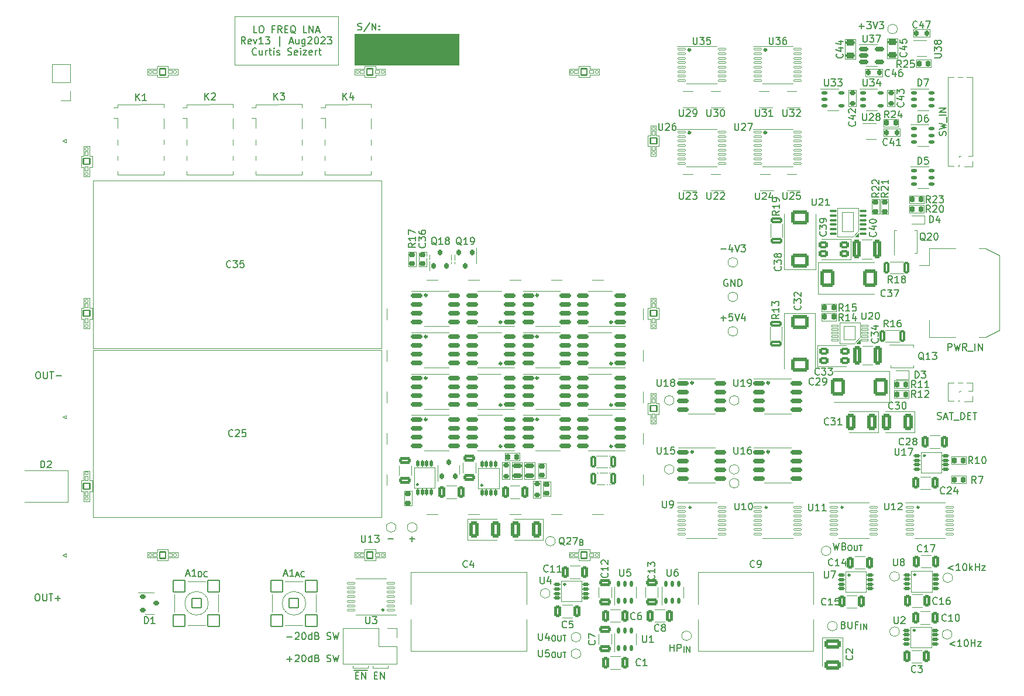
<source format=gto>
%TF.GenerationSoftware,KiCad,Pcbnew,(6.0.11)*%
%TF.CreationDate,2023-08-11T21:29:26-04:00*%
%TF.ProjectId,1fNoiseAmplifierRev13,31664e6f-6973-4654-916d-706c69666965,rev?*%
%TF.SameCoordinates,Original*%
%TF.FileFunction,Legend,Top*%
%TF.FilePolarity,Positive*%
%FSLAX46Y46*%
G04 Gerber Fmt 4.6, Leading zero omitted, Abs format (unit mm)*
G04 Created by KiCad (PCBNEW (6.0.11)) date 2023-08-11 21:29:26*
%MOMM*%
%LPD*%
G01*
G04 APERTURE LIST*
G04 Aperture macros list*
%AMRoundRect*
0 Rectangle with rounded corners*
0 $1 Rounding radius*
0 $2 $3 $4 $5 $6 $7 $8 $9 X,Y pos of 4 corners*
0 Add a 4 corners polygon primitive as box body*
4,1,4,$2,$3,$4,$5,$6,$7,$8,$9,$2,$3,0*
0 Add four circle primitives for the rounded corners*
1,1,$1+$1,$2,$3*
1,1,$1+$1,$4,$5*
1,1,$1+$1,$6,$7*
1,1,$1+$1,$8,$9*
0 Add four rect primitives between the rounded corners*
20,1,$1+$1,$2,$3,$4,$5,0*
20,1,$1+$1,$4,$5,$6,$7,0*
20,1,$1+$1,$6,$7,$8,$9,0*
20,1,$1+$1,$8,$9,$2,$3,0*%
%AMFreePoly0*
4,1,21,1.372500,0.787500,0.862500,0.787500,0.862500,0.532500,1.372500,0.532500,1.372500,0.127500,0.862500,0.127500,0.862500,-0.127500,1.372500,-0.127500,1.372500,-0.532500,0.862500,-0.532500,0.862500,-0.787500,1.372500,-0.787500,1.372500,-1.195000,0.612500,-1.195000,0.612500,-1.117500,-0.862500,-1.117500,-0.862500,1.117500,0.612500,1.117500,0.612500,1.195000,1.372500,1.195000,
1.372500,0.787500,1.372500,0.787500,$1*%
G04 Aperture macros list end*
%ADD10C,0.150000*%
%ADD11C,0.120000*%
%ADD12C,0.100000*%
%ADD13C,0.260000*%
%ADD14C,0.283607*%
%ADD15C,0.310000*%
%ADD16R,0.650000X0.400000*%
%ADD17R,1.000000X1.000000*%
%ADD18O,1.000000X1.000000*%
%ADD19C,0.700000*%
%ADD20C,4.400000*%
%ADD21RoundRect,0.137500X-0.262500X-0.137500X0.262500X-0.137500X0.262500X0.137500X-0.262500X0.137500X0*%
%ADD22RoundRect,0.150000X-0.150000X-0.300000X0.150000X-0.300000X0.150000X0.300000X-0.150000X0.300000X0*%
%ADD23RoundRect,0.175000X0.275000X-0.175000X0.275000X0.175000X-0.275000X0.175000X-0.275000X-0.175000X0*%
%ADD24RoundRect,0.175000X0.175000X0.275000X-0.175000X0.275000X-0.175000X-0.275000X0.175000X-0.275000X0*%
%ADD25RoundRect,0.250000X-1.025000X0.787500X-1.025000X-0.787500X1.025000X-0.787500X1.025000X0.787500X0*%
%ADD26RoundRect,0.250000X0.325000X1.100000X-0.325000X1.100000X-0.325000X-1.100000X0.325000X-1.100000X0*%
%ADD27RoundRect,0.250000X-0.325000X-1.100000X0.325000X-1.100000X0.325000X1.100000X-0.325000X1.100000X0*%
%ADD28RoundRect,0.250000X1.025000X-0.787500X1.025000X0.787500X-1.025000X0.787500X-1.025000X-0.787500X0*%
%ADD29RoundRect,0.150000X0.300000X-0.150000X0.300000X0.150000X-0.300000X0.150000X-0.300000X-0.150000X0*%
%ADD30RoundRect,0.150000X-0.300000X0.150000X-0.300000X-0.150000X0.300000X-0.150000X0.300000X0.150000X0*%
%ADD31RoundRect,0.198450X0.464050X0.326550X-0.464050X0.326550X-0.464050X-0.326550X0.464050X-0.326550X0*%
%ADD32RoundRect,0.115000X0.405000X0.095000X-0.405000X0.095000X-0.405000X-0.095000X0.405000X-0.095000X0*%
%ADD33RoundRect,0.020000X0.825000X1.425000X-0.825000X1.425000X-0.825000X-1.425000X0.825000X-1.425000X0*%
%ADD34RoundRect,0.177778X-0.697222X0.222222X-0.697222X-0.222222X0.697222X-0.222222X0.697222X0.222222X0*%
%ADD35RoundRect,0.198450X-0.464050X-0.326550X0.464050X-0.326550X0.464050X0.326550X-0.464050X0.326550X0*%
%ADD36RoundRect,0.037000X0.473000X-0.108000X0.473000X0.108000X-0.473000X0.108000X-0.473000X-0.108000X0*%
%ADD37C,0.420000*%
%ADD38RoundRect,0.010000X0.840000X0.940000X-0.840000X0.940000X-0.840000X-0.940000X0.840000X-0.940000X0*%
%ADD39RoundRect,0.217391X-0.282609X-0.657609X0.282609X-0.657609X0.282609X0.657609X-0.282609X0.657609X0*%
%ADD40RoundRect,0.048000X0.202000X-0.192000X0.202000X0.192000X-0.202000X0.192000X-0.202000X-0.192000X0*%
%ADD41RoundRect,0.050000X0.200000X-0.300000X0.200000X0.300000X-0.200000X0.300000X-0.200000X-0.300000X0*%
%ADD42RoundRect,0.110000X0.490000X-0.440000X0.490000X0.440000X-0.490000X0.440000X-0.490000X-0.440000X0*%
%ADD43RoundRect,0.175000X-0.485000X0.175000X-0.485000X-0.175000X0.485000X-0.175000X0.485000X0.175000X0*%
%ADD44R,0.600000X0.700000*%
%ADD45RoundRect,0.120000X-0.350000X-0.100000X0.350000X-0.100000X0.350000X0.100000X-0.350000X0.100000X0*%
%ADD46R,1.800000X0.800000*%
%ADD47RoundRect,0.050000X-0.550000X-0.125000X0.550000X-0.125000X0.550000X0.125000X-0.550000X0.125000X0*%
%ADD48RoundRect,0.250000X0.412500X0.925000X-0.412500X0.925000X-0.412500X-0.925000X0.412500X-0.925000X0*%
%ADD49RoundRect,0.175000X-0.175000X-0.275000X0.175000X-0.275000X0.175000X0.275000X-0.175000X0.275000X0*%
%ADD50C,1.000000*%
%ADD51RoundRect,0.180000X-0.645000X-0.130000X0.645000X-0.130000X0.645000X0.130000X-0.645000X0.130000X0*%
%ADD52RoundRect,0.217391X0.657609X-0.282609X0.657609X0.282609X-0.657609X0.282609X-0.657609X-0.282609X0*%
%ADD53C,2.200000*%
%ADD54RoundRect,0.177778X0.222222X0.697222X-0.222222X0.697222X-0.222222X-0.697222X0.222222X-0.697222X0*%
%ADD55R,2.920000X1.270000*%
%ADD56C,2.840000*%
%ADD57RoundRect,0.217391X0.282609X0.657609X-0.282609X0.657609X-0.282609X-0.657609X0.282609X-0.657609X0*%
%ADD58RoundRect,0.180000X0.645000X0.130000X-0.645000X0.130000X-0.645000X-0.130000X0.645000X-0.130000X0*%
%ADD59RoundRect,0.120000X0.100000X-0.350000X0.100000X0.350000X-0.100000X0.350000X-0.100000X-0.350000X0*%
%ADD60RoundRect,0.050000X0.550000X0.125000X-0.550000X0.125000X-0.550000X-0.125000X0.550000X-0.125000X0*%
%ADD61R,1.000000X3.140000*%
%ADD62R,3.800000X1.000000*%
%ADD63R,1.000000X3.800000*%
%ADD64R,4.720000X1.000000*%
%ADD65RoundRect,0.175000X-0.275000X-0.175000X0.275000X-0.175000X0.275000X0.175000X-0.275000X0.175000X0*%
%ADD66RoundRect,0.076000X-0.684000X-0.684000X0.684000X-0.684000X0.684000X0.684000X-0.684000X0.684000X0*%
%ADD67RoundRect,0.095500X-0.859500X-0.859500X0.859500X-0.859500X0.859500X0.859500X-0.859500X0.859500X0*%
%ADD68R,0.990000X0.405000*%
%ADD69FreePoly0,0.000000*%
%ADD70RoundRect,0.250000X-0.787500X-1.025000X0.787500X-1.025000X0.787500X1.025000X-0.787500X1.025000X0*%
%ADD71RoundRect,0.050000X-0.300000X-0.200000X0.300000X-0.200000X0.300000X0.200000X-0.300000X0.200000X0*%
%ADD72RoundRect,0.048000X-0.192000X-0.202000X0.192000X-0.202000X0.192000X0.202000X-0.192000X0.202000X0*%
%ADD73RoundRect,0.110000X-0.440000X-0.490000X0.440000X-0.490000X0.440000X0.490000X-0.440000X0.490000X0*%
%ADD74R,4.190000X1.780000*%
%ADD75R,4.190000X2.665000*%
%ADD76RoundRect,0.250000X-0.925000X0.412500X-0.925000X-0.412500X0.925000X-0.412500X0.925000X0.412500X0*%
%ADD77RoundRect,0.150000X0.150000X0.300000X-0.150000X0.300000X-0.150000X-0.300000X0.150000X-0.300000X0*%
%ADD78RoundRect,0.175000X0.175000X-0.275000X0.175000X0.275000X-0.175000X0.275000X-0.175000X-0.275000X0*%
%ADD79RoundRect,0.137500X0.137500X-0.262500X0.137500X0.262500X-0.137500X0.262500X-0.137500X-0.262500X0*%
%ADD80RoundRect,0.200000X0.475000X-0.200000X0.475000X0.200000X-0.475000X0.200000X-0.475000X-0.200000X0*%
%ADD81RoundRect,0.217391X-0.657609X0.282609X-0.657609X-0.282609X0.657609X-0.282609X0.657609X0.282609X0*%
%ADD82RoundRect,0.150000X-0.512500X-0.150000X0.512500X-0.150000X0.512500X0.150000X-0.512500X0.150000X0*%
%ADD83RoundRect,0.250000X-0.412500X-0.925000X0.412500X-0.925000X0.412500X0.925000X-0.412500X0.925000X0*%
%ADD84C,2.800000*%
%ADD85RoundRect,0.175000X-0.175000X0.275000X-0.175000X-0.275000X0.175000X-0.275000X0.175000X0.275000X0*%
%ADD86RoundRect,0.250000X0.787500X1.025000X-0.787500X1.025000X-0.787500X-1.025000X0.787500X-1.025000X0*%
%ADD87RoundRect,0.175000X-0.275000X0.175000X-0.275000X-0.175000X0.275000X-0.175000X0.275000X0.175000X0*%
%ADD88R,1.700000X1.700000*%
%ADD89O,1.700000X1.700000*%
%ADD90RoundRect,0.076000X-0.684000X0.684000X-0.684000X-0.684000X0.684000X-0.684000X0.684000X0.684000X0*%
%ADD91RoundRect,0.095500X-0.859500X0.859500X-0.859500X-0.859500X0.859500X-0.859500X0.859500X0.859500X0*%
%ADD92R,2.010000X2.390000*%
%ADD93R,0.405000X0.990000*%
%ADD94FreePoly0,90.000000*%
G04 APERTURE END LIST*
D10*
X42617158Y-135332249D02*
X42807634Y-135332249D01*
X42902872Y-135379869D01*
X42998110Y-135475107D01*
X43045729Y-135665583D01*
X43045729Y-135998916D01*
X42998110Y-136189392D01*
X42902872Y-136284630D01*
X42807634Y-136332249D01*
X42617158Y-136332249D01*
X42521920Y-136284630D01*
X42426682Y-136189392D01*
X42379063Y-135998916D01*
X42379063Y-135665583D01*
X42426682Y-135475107D01*
X42521920Y-135379869D01*
X42617158Y-135332249D01*
X43474301Y-135332249D02*
X43474301Y-136141773D01*
X43521920Y-136237011D01*
X43569539Y-136284630D01*
X43664777Y-136332249D01*
X43855253Y-136332249D01*
X43950491Y-136284630D01*
X43998110Y-136237011D01*
X44045729Y-136141773D01*
X44045729Y-135332249D01*
X44379063Y-135332249D02*
X44950491Y-135332249D01*
X44664777Y-136332249D02*
X44664777Y-135332249D01*
X45283825Y-135951297D02*
X46045729Y-135951297D01*
X45664777Y-136332249D02*
X45664777Y-135570345D01*
X42717158Y-103132249D02*
X42907634Y-103132249D01*
X43002872Y-103179869D01*
X43098110Y-103275107D01*
X43145729Y-103465583D01*
X43145729Y-103798916D01*
X43098110Y-103989392D01*
X43002872Y-104084630D01*
X42907634Y-104132249D01*
X42717158Y-104132249D01*
X42621920Y-104084630D01*
X42526682Y-103989392D01*
X42479063Y-103798916D01*
X42479063Y-103465583D01*
X42526682Y-103275107D01*
X42621920Y-103179869D01*
X42717158Y-103132249D01*
X43574301Y-103132249D02*
X43574301Y-103941773D01*
X43621920Y-104037011D01*
X43669539Y-104084630D01*
X43764777Y-104132249D01*
X43955253Y-104132249D01*
X44050491Y-104084630D01*
X44098110Y-104037011D01*
X44145729Y-103941773D01*
X44145729Y-103132249D01*
X44479063Y-103132249D02*
X45050491Y-103132249D01*
X44764777Y-104132249D02*
X44764777Y-103132249D01*
X45383825Y-103751297D02*
X46145729Y-103751297D01*
X115231444Y-143432249D02*
X115231444Y-144241773D01*
X115279063Y-144337011D01*
X115326682Y-144384630D01*
X115421920Y-144432249D01*
X115612396Y-144432249D01*
X115707634Y-144384630D01*
X115755253Y-144337011D01*
X115802872Y-144241773D01*
X115802872Y-143432249D01*
X116755253Y-143432249D02*
X116279063Y-143432249D01*
X116231444Y-143908440D01*
X116279063Y-143860821D01*
X116374301Y-143813202D01*
X116612396Y-143813202D01*
X116707634Y-143860821D01*
X116755253Y-143908440D01*
X116802872Y-144003678D01*
X116802872Y-144241773D01*
X116755253Y-144337011D01*
X116707634Y-144384630D01*
X116612396Y-144432249D01*
X116374301Y-144432249D01*
X116279063Y-144384630D01*
X116231444Y-144337011D01*
X117336206Y-143741773D02*
X117488586Y-143741773D01*
X117564777Y-143779869D01*
X117640967Y-143856059D01*
X117679063Y-144008440D01*
X117679063Y-144275107D01*
X117640967Y-144427488D01*
X117564777Y-144503678D01*
X117488586Y-144541773D01*
X117336206Y-144541773D01*
X117260015Y-144503678D01*
X117183825Y-144427488D01*
X117145729Y-144275107D01*
X117145729Y-144008440D01*
X117183825Y-143856059D01*
X117260015Y-143779869D01*
X117336206Y-143741773D01*
X118021920Y-143741773D02*
X118021920Y-144389392D01*
X118060015Y-144465583D01*
X118098110Y-144503678D01*
X118174301Y-144541773D01*
X118326682Y-144541773D01*
X118402872Y-144503678D01*
X118440967Y-144465583D01*
X118479063Y-144389392D01*
X118479063Y-143741773D01*
X118745729Y-143741773D02*
X119202872Y-143741773D01*
X118974301Y-144541773D02*
X118974301Y-143741773D01*
X115231444Y-141032249D02*
X115231444Y-141841773D01*
X115279063Y-141937011D01*
X115326682Y-141984630D01*
X115421920Y-142032249D01*
X115612396Y-142032249D01*
X115707634Y-141984630D01*
X115755253Y-141937011D01*
X115802872Y-141841773D01*
X115802872Y-141032249D01*
X116707634Y-141365583D02*
X116707634Y-142032249D01*
X116469539Y-140984630D02*
X116231444Y-141698916D01*
X116850491Y-141698916D01*
X117336206Y-141341773D02*
X117488586Y-141341773D01*
X117564777Y-141379869D01*
X117640967Y-141456059D01*
X117679063Y-141608440D01*
X117679063Y-141875107D01*
X117640967Y-142027488D01*
X117564777Y-142103678D01*
X117488586Y-142141773D01*
X117336206Y-142141773D01*
X117260015Y-142103678D01*
X117183825Y-142027488D01*
X117145729Y-141875107D01*
X117145729Y-141608440D01*
X117183825Y-141456059D01*
X117260015Y-141379869D01*
X117336206Y-141341773D01*
X118021920Y-141341773D02*
X118021920Y-141989392D01*
X118060015Y-142065583D01*
X118098110Y-142103678D01*
X118174301Y-142141773D01*
X118326682Y-142141773D01*
X118402872Y-142103678D01*
X118440967Y-142065583D01*
X118479063Y-141989392D01*
X118479063Y-141341773D01*
X118745729Y-141341773D02*
X119202872Y-141341773D01*
X118974301Y-142141773D02*
X118974301Y-141341773D01*
X89598110Y-126832249D02*
X89598110Y-127641773D01*
X89645729Y-127737011D01*
X89693348Y-127784630D01*
X89788586Y-127832249D01*
X89979063Y-127832249D01*
X90074301Y-127784630D01*
X90121920Y-127737011D01*
X90169539Y-127641773D01*
X90169539Y-126832249D01*
X91169539Y-127832249D02*
X90598110Y-127832249D01*
X90883825Y-127832249D02*
X90883825Y-126832249D01*
X90788586Y-126975107D01*
X90693348Y-127070345D01*
X90598110Y-127117964D01*
X91502872Y-126832249D02*
X92121920Y-126832249D01*
X91788586Y-127213202D01*
X91931444Y-127213202D01*
X92026682Y-127260821D01*
X92074301Y-127308440D01*
X92121920Y-127403678D01*
X92121920Y-127641773D01*
X92074301Y-127737011D01*
X92026682Y-127784630D01*
X91931444Y-127832249D01*
X91645729Y-127832249D01*
X91550491Y-127784630D01*
X91502872Y-127737011D01*
X96555253Y-127351297D02*
X97317158Y-127351297D01*
X96936206Y-127732249D02*
X96936206Y-126970345D01*
X93455253Y-127351297D02*
X94217158Y-127351297D01*
X172926682Y-109984630D02*
X173069539Y-110032249D01*
X173307634Y-110032249D01*
X173402872Y-109984630D01*
X173450491Y-109937011D01*
X173498110Y-109841773D01*
X173498110Y-109746535D01*
X173450491Y-109651297D01*
X173402872Y-109603678D01*
X173307634Y-109556059D01*
X173117158Y-109508440D01*
X173021920Y-109460821D01*
X172974301Y-109413202D01*
X172926682Y-109317964D01*
X172926682Y-109222726D01*
X172974301Y-109127488D01*
X173021920Y-109079869D01*
X173117158Y-109032249D01*
X173355253Y-109032249D01*
X173498110Y-109079869D01*
X173879063Y-109746535D02*
X174355253Y-109746535D01*
X173783825Y-110032249D02*
X174117158Y-109032249D01*
X174450491Y-110032249D01*
X174640967Y-109032249D02*
X175212396Y-109032249D01*
X174926682Y-110032249D02*
X174926682Y-109032249D01*
X175307634Y-110127488D02*
X176069539Y-110127488D01*
X176307634Y-110032249D02*
X176307634Y-109032249D01*
X176545729Y-109032249D01*
X176688586Y-109079869D01*
X176783825Y-109175107D01*
X176831444Y-109270345D01*
X176879063Y-109460821D01*
X176879063Y-109603678D01*
X176831444Y-109794154D01*
X176783825Y-109889392D01*
X176688586Y-109984630D01*
X176545729Y-110032249D01*
X176307634Y-110032249D01*
X177307634Y-109508440D02*
X177640967Y-109508440D01*
X177783825Y-110032249D02*
X177307634Y-110032249D01*
X177307634Y-109032249D01*
X177783825Y-109032249D01*
X178069539Y-109032249D02*
X178640967Y-109032249D01*
X178355253Y-110032249D02*
X178355253Y-109032249D01*
X78379063Y-132446535D02*
X78855253Y-132446535D01*
X78283825Y-132732249D02*
X78617158Y-131732249D01*
X78950491Y-132732249D01*
X79807634Y-132732249D02*
X79236206Y-132732249D01*
X79521920Y-132732249D02*
X79521920Y-131732249D01*
X79426682Y-131875107D01*
X79331444Y-131970345D01*
X79236206Y-132017964D01*
X80150491Y-132613202D02*
X80531444Y-132613202D01*
X80074301Y-132841773D02*
X80340967Y-132041773D01*
X80607634Y-132841773D01*
X81331444Y-132765583D02*
X81293348Y-132803678D01*
X81179063Y-132841773D01*
X81102872Y-132841773D01*
X80988586Y-132803678D01*
X80912396Y-132727488D01*
X80874301Y-132651297D01*
X80836206Y-132498916D01*
X80836206Y-132384630D01*
X80874301Y-132232249D01*
X80912396Y-132156059D01*
X80988586Y-132079869D01*
X81102872Y-132041773D01*
X81179063Y-132041773D01*
X81293348Y-132079869D01*
X81331444Y-132117964D01*
D11*
X71236206Y-51679869D02*
X86236206Y-51679869D01*
X86236206Y-51679869D02*
X86236206Y-58679869D01*
X86236206Y-58679869D02*
X71236206Y-58679869D01*
X71236206Y-58679869D02*
X71236206Y-51679869D01*
X93436206Y-146079869D02*
X91236206Y-146079869D01*
X91236206Y-146079869D02*
X91236206Y-145679869D01*
X88636206Y-54179869D02*
X103636206Y-54179869D01*
X103636206Y-54179869D02*
X103636206Y-58679869D01*
X103636206Y-58679869D02*
X88636206Y-58679869D01*
X88636206Y-58679869D02*
X88636206Y-54179869D01*
G36*
X88636206Y-54179869D02*
G01*
X103636206Y-54179869D01*
X103636206Y-58679869D01*
X88636206Y-58679869D01*
X88636206Y-54179869D01*
G37*
X90536206Y-146079869D02*
X88336206Y-146079869D01*
X90536206Y-145679869D02*
X90536206Y-146079869D01*
X93436206Y-145679869D02*
X93436206Y-146079869D01*
X88336206Y-146079869D02*
X88336206Y-145679869D01*
D10*
X78821920Y-141541297D02*
X79583825Y-141541297D01*
X80012396Y-141017488D02*
X80060015Y-140969869D01*
X80155253Y-140922249D01*
X80393348Y-140922249D01*
X80488586Y-140969869D01*
X80536206Y-141017488D01*
X80583825Y-141112726D01*
X80583825Y-141207964D01*
X80536206Y-141350821D01*
X79964777Y-141922249D01*
X80583825Y-141922249D01*
X81202872Y-140922249D02*
X81298110Y-140922249D01*
X81393348Y-140969869D01*
X81440967Y-141017488D01*
X81488586Y-141112726D01*
X81536206Y-141303202D01*
X81536206Y-141541297D01*
X81488586Y-141731773D01*
X81440967Y-141827011D01*
X81393348Y-141874630D01*
X81298110Y-141922249D01*
X81202872Y-141922249D01*
X81107634Y-141874630D01*
X81060015Y-141827011D01*
X81012396Y-141731773D01*
X80964777Y-141541297D01*
X80964777Y-141303202D01*
X81012396Y-141112726D01*
X81060015Y-141017488D01*
X81107634Y-140969869D01*
X81202872Y-140922249D01*
X82393348Y-141922249D02*
X82393348Y-140922249D01*
X82393348Y-141874630D02*
X82298110Y-141922249D01*
X82107634Y-141922249D01*
X82012396Y-141874630D01*
X81964777Y-141827011D01*
X81917158Y-141731773D01*
X81917158Y-141446059D01*
X81964777Y-141350821D01*
X82012396Y-141303202D01*
X82107634Y-141255583D01*
X82298110Y-141255583D01*
X82393348Y-141303202D01*
X83202872Y-141398440D02*
X83345729Y-141446059D01*
X83393348Y-141493678D01*
X83440967Y-141588916D01*
X83440967Y-141731773D01*
X83393348Y-141827011D01*
X83345729Y-141874630D01*
X83250491Y-141922249D01*
X82869539Y-141922249D01*
X82869539Y-140922249D01*
X83202872Y-140922249D01*
X83298110Y-140969869D01*
X83345729Y-141017488D01*
X83393348Y-141112726D01*
X83393348Y-141207964D01*
X83345729Y-141303202D01*
X83298110Y-141350821D01*
X83202872Y-141398440D01*
X82869539Y-141398440D01*
X84583825Y-141874630D02*
X84726682Y-141922249D01*
X84964777Y-141922249D01*
X85060015Y-141874630D01*
X85107634Y-141827011D01*
X85155253Y-141731773D01*
X85155253Y-141636535D01*
X85107634Y-141541297D01*
X85060015Y-141493678D01*
X84964777Y-141446059D01*
X84774301Y-141398440D01*
X84679063Y-141350821D01*
X84631444Y-141303202D01*
X84583825Y-141207964D01*
X84583825Y-141112726D01*
X84631444Y-141017488D01*
X84679063Y-140969869D01*
X84774301Y-140922249D01*
X85012396Y-140922249D01*
X85155253Y-140969869D01*
X85488586Y-140922249D02*
X85726682Y-141922249D01*
X85917158Y-141207964D01*
X86107634Y-141922249D01*
X86345729Y-140922249D01*
X78821920Y-144761297D02*
X79583825Y-144761297D01*
X79202872Y-145142249D02*
X79202872Y-144380345D01*
X80012396Y-144237488D02*
X80060015Y-144189869D01*
X80155253Y-144142249D01*
X80393348Y-144142249D01*
X80488586Y-144189869D01*
X80536206Y-144237488D01*
X80583825Y-144332726D01*
X80583825Y-144427964D01*
X80536206Y-144570821D01*
X79964777Y-145142249D01*
X80583825Y-145142249D01*
X81202872Y-144142249D02*
X81298110Y-144142249D01*
X81393348Y-144189869D01*
X81440967Y-144237488D01*
X81488586Y-144332726D01*
X81536206Y-144523202D01*
X81536206Y-144761297D01*
X81488586Y-144951773D01*
X81440967Y-145047011D01*
X81393348Y-145094630D01*
X81298110Y-145142249D01*
X81202872Y-145142249D01*
X81107634Y-145094630D01*
X81060015Y-145047011D01*
X81012396Y-144951773D01*
X80964777Y-144761297D01*
X80964777Y-144523202D01*
X81012396Y-144332726D01*
X81060015Y-144237488D01*
X81107634Y-144189869D01*
X81202872Y-144142249D01*
X82393348Y-145142249D02*
X82393348Y-144142249D01*
X82393348Y-145094630D02*
X82298110Y-145142249D01*
X82107634Y-145142249D01*
X82012396Y-145094630D01*
X81964777Y-145047011D01*
X81917158Y-144951773D01*
X81917158Y-144666059D01*
X81964777Y-144570821D01*
X82012396Y-144523202D01*
X82107634Y-144475583D01*
X82298110Y-144475583D01*
X82393348Y-144523202D01*
X83202872Y-144618440D02*
X83345729Y-144666059D01*
X83393348Y-144713678D01*
X83440967Y-144808916D01*
X83440967Y-144951773D01*
X83393348Y-145047011D01*
X83345729Y-145094630D01*
X83250491Y-145142249D01*
X82869539Y-145142249D01*
X82869539Y-144142249D01*
X83202872Y-144142249D01*
X83298110Y-144189869D01*
X83345729Y-144237488D01*
X83393348Y-144332726D01*
X83393348Y-144427964D01*
X83345729Y-144523202D01*
X83298110Y-144570821D01*
X83202872Y-144618440D01*
X82869539Y-144618440D01*
X84583825Y-145094630D02*
X84726682Y-145142249D01*
X84964777Y-145142249D01*
X85060015Y-145094630D01*
X85107634Y-145047011D01*
X85155253Y-144951773D01*
X85155253Y-144856535D01*
X85107634Y-144761297D01*
X85060015Y-144713678D01*
X84964777Y-144666059D01*
X84774301Y-144618440D01*
X84679063Y-144570821D01*
X84631444Y-144523202D01*
X84583825Y-144427964D01*
X84583825Y-144332726D01*
X84631444Y-144237488D01*
X84679063Y-144189869D01*
X84774301Y-144142249D01*
X85012396Y-144142249D01*
X85155253Y-144189869D01*
X85488586Y-144142249D02*
X85726682Y-145142249D01*
X85917158Y-144427964D01*
X86107634Y-145142249D01*
X86345729Y-144142249D01*
X141574301Y-95351297D02*
X142336206Y-95351297D01*
X141955253Y-95732249D02*
X141955253Y-94970345D01*
X143288586Y-94732249D02*
X142812396Y-94732249D01*
X142764777Y-95208440D01*
X142812396Y-95160821D01*
X142907634Y-95113202D01*
X143145729Y-95113202D01*
X143240967Y-95160821D01*
X143288586Y-95208440D01*
X143336206Y-95303678D01*
X143336206Y-95541773D01*
X143288586Y-95637011D01*
X143240967Y-95684630D01*
X143145729Y-95732249D01*
X142907634Y-95732249D01*
X142812396Y-95684630D01*
X142764777Y-95637011D01*
X143621920Y-94732249D02*
X143955253Y-95732249D01*
X144288586Y-94732249D01*
X145050491Y-95065583D02*
X145050491Y-95732249D01*
X144812396Y-94684630D02*
X144574301Y-95398916D01*
X145193348Y-95398916D01*
X161574301Y-53051297D02*
X162336206Y-53051297D01*
X161955253Y-53432249D02*
X161955253Y-52670345D01*
X162717158Y-52432249D02*
X163336206Y-52432249D01*
X163002872Y-52813202D01*
X163145729Y-52813202D01*
X163240967Y-52860821D01*
X163288586Y-52908440D01*
X163336206Y-53003678D01*
X163336206Y-53241773D01*
X163288586Y-53337011D01*
X163240967Y-53384630D01*
X163145729Y-53432249D01*
X162860015Y-53432249D01*
X162764777Y-53384630D01*
X162717158Y-53337011D01*
X163621920Y-52432249D02*
X163955253Y-53432249D01*
X164288586Y-52432249D01*
X164526682Y-52432249D02*
X165145729Y-52432249D01*
X164812396Y-52813202D01*
X164955253Y-52813202D01*
X165050491Y-52860821D01*
X165098110Y-52908440D01*
X165145729Y-53003678D01*
X165145729Y-53241773D01*
X165098110Y-53337011D01*
X165050491Y-53384630D01*
X164955253Y-53432249D01*
X164669539Y-53432249D01*
X164574301Y-53384630D01*
X164526682Y-53337011D01*
X74498110Y-54022249D02*
X74021920Y-54022249D01*
X74021920Y-53022249D01*
X75021920Y-53022249D02*
X75212396Y-53022249D01*
X75307634Y-53069869D01*
X75402872Y-53165107D01*
X75450491Y-53355583D01*
X75450491Y-53688916D01*
X75402872Y-53879392D01*
X75307634Y-53974630D01*
X75212396Y-54022249D01*
X75021920Y-54022249D01*
X74926682Y-53974630D01*
X74831444Y-53879392D01*
X74783825Y-53688916D01*
X74783825Y-53355583D01*
X74831444Y-53165107D01*
X74926682Y-53069869D01*
X75021920Y-53022249D01*
X76974301Y-53498440D02*
X76640967Y-53498440D01*
X76640967Y-54022249D02*
X76640967Y-53022249D01*
X77117158Y-53022249D01*
X78069539Y-54022249D02*
X77736206Y-53546059D01*
X77498110Y-54022249D02*
X77498110Y-53022249D01*
X77879063Y-53022249D01*
X77974301Y-53069869D01*
X78021920Y-53117488D01*
X78069539Y-53212726D01*
X78069539Y-53355583D01*
X78021920Y-53450821D01*
X77974301Y-53498440D01*
X77879063Y-53546059D01*
X77498110Y-53546059D01*
X78498110Y-53498440D02*
X78831444Y-53498440D01*
X78974301Y-54022249D02*
X78498110Y-54022249D01*
X78498110Y-53022249D01*
X78974301Y-53022249D01*
X80069539Y-54117488D02*
X79974301Y-54069869D01*
X79879063Y-53974630D01*
X79736206Y-53831773D01*
X79640967Y-53784154D01*
X79545729Y-53784154D01*
X79593348Y-54022249D02*
X79498110Y-53974630D01*
X79402872Y-53879392D01*
X79355253Y-53688916D01*
X79355253Y-53355583D01*
X79402872Y-53165107D01*
X79498110Y-53069869D01*
X79593348Y-53022249D01*
X79783825Y-53022249D01*
X79879063Y-53069869D01*
X79974301Y-53165107D01*
X80021920Y-53355583D01*
X80021920Y-53688916D01*
X79974301Y-53879392D01*
X79879063Y-53974630D01*
X79783825Y-54022249D01*
X79593348Y-54022249D01*
X81688586Y-54022249D02*
X81212396Y-54022249D01*
X81212396Y-53022249D01*
X82021920Y-54022249D02*
X82021920Y-53022249D01*
X82593348Y-54022249D01*
X82593348Y-53022249D01*
X83021920Y-53736535D02*
X83498110Y-53736535D01*
X82926682Y-54022249D02*
X83260015Y-53022249D01*
X83593348Y-54022249D01*
X72807634Y-55632249D02*
X72474301Y-55156059D01*
X72236206Y-55632249D02*
X72236206Y-54632249D01*
X72617158Y-54632249D01*
X72712396Y-54679869D01*
X72760015Y-54727488D01*
X72807634Y-54822726D01*
X72807634Y-54965583D01*
X72760015Y-55060821D01*
X72712396Y-55108440D01*
X72617158Y-55156059D01*
X72236206Y-55156059D01*
X73617158Y-55584630D02*
X73521920Y-55632249D01*
X73331444Y-55632249D01*
X73236206Y-55584630D01*
X73188586Y-55489392D01*
X73188586Y-55108440D01*
X73236206Y-55013202D01*
X73331444Y-54965583D01*
X73521920Y-54965583D01*
X73617158Y-55013202D01*
X73664777Y-55108440D01*
X73664777Y-55203678D01*
X73188586Y-55298916D01*
X73998110Y-54965583D02*
X74236206Y-55632249D01*
X74474301Y-54965583D01*
X75379063Y-55632249D02*
X74807634Y-55632249D01*
X75093348Y-55632249D02*
X75093348Y-54632249D01*
X74998110Y-54775107D01*
X74902872Y-54870345D01*
X74807634Y-54917964D01*
X75712396Y-54632249D02*
X76331444Y-54632249D01*
X75998110Y-55013202D01*
X76140967Y-55013202D01*
X76236206Y-55060821D01*
X76283825Y-55108440D01*
X76331444Y-55203678D01*
X76331444Y-55441773D01*
X76283825Y-55537011D01*
X76236206Y-55584630D01*
X76140967Y-55632249D01*
X75855253Y-55632249D01*
X75760015Y-55584630D01*
X75712396Y-55537011D01*
X77760015Y-55965583D02*
X77760015Y-54537011D01*
X79188586Y-55346535D02*
X79664777Y-55346535D01*
X79093348Y-55632249D02*
X79426682Y-54632249D01*
X79760015Y-55632249D01*
X80521920Y-54965583D02*
X80521920Y-55632249D01*
X80093348Y-54965583D02*
X80093348Y-55489392D01*
X80140967Y-55584630D01*
X80236206Y-55632249D01*
X80379063Y-55632249D01*
X80474301Y-55584630D01*
X80521920Y-55537011D01*
X81426682Y-54965583D02*
X81426682Y-55775107D01*
X81379063Y-55870345D01*
X81331444Y-55917964D01*
X81236206Y-55965583D01*
X81093348Y-55965583D01*
X80998110Y-55917964D01*
X81426682Y-55584630D02*
X81331444Y-55632249D01*
X81140967Y-55632249D01*
X81045729Y-55584630D01*
X80998110Y-55537011D01*
X80950491Y-55441773D01*
X80950491Y-55156059D01*
X80998110Y-55060821D01*
X81045729Y-55013202D01*
X81140967Y-54965583D01*
X81331444Y-54965583D01*
X81426682Y-55013202D01*
X81855253Y-54727488D02*
X81902872Y-54679869D01*
X81998110Y-54632249D01*
X82236206Y-54632249D01*
X82331444Y-54679869D01*
X82379063Y-54727488D01*
X82426682Y-54822726D01*
X82426682Y-54917964D01*
X82379063Y-55060821D01*
X81807634Y-55632249D01*
X82426682Y-55632249D01*
X83045729Y-54632249D02*
X83140967Y-54632249D01*
X83236206Y-54679869D01*
X83283825Y-54727488D01*
X83331444Y-54822726D01*
X83379063Y-55013202D01*
X83379063Y-55251297D01*
X83331444Y-55441773D01*
X83283825Y-55537011D01*
X83236206Y-55584630D01*
X83140967Y-55632249D01*
X83045729Y-55632249D01*
X82950491Y-55584630D01*
X82902872Y-55537011D01*
X82855253Y-55441773D01*
X82807634Y-55251297D01*
X82807634Y-55013202D01*
X82855253Y-54822726D01*
X82902872Y-54727488D01*
X82950491Y-54679869D01*
X83045729Y-54632249D01*
X83760015Y-54727488D02*
X83807634Y-54679869D01*
X83902872Y-54632249D01*
X84140967Y-54632249D01*
X84236206Y-54679869D01*
X84283825Y-54727488D01*
X84331444Y-54822726D01*
X84331444Y-54917964D01*
X84283825Y-55060821D01*
X83712396Y-55632249D01*
X84331444Y-55632249D01*
X84664777Y-54632249D02*
X85283825Y-54632249D01*
X84950491Y-55013202D01*
X85093348Y-55013202D01*
X85188586Y-55060821D01*
X85236206Y-55108440D01*
X85283825Y-55203678D01*
X85283825Y-55441773D01*
X85236206Y-55537011D01*
X85188586Y-55584630D01*
X85093348Y-55632249D01*
X84807634Y-55632249D01*
X84712396Y-55584630D01*
X84664777Y-55537011D01*
X74402872Y-57147011D02*
X74355253Y-57194630D01*
X74212396Y-57242249D01*
X74117158Y-57242249D01*
X73974301Y-57194630D01*
X73879063Y-57099392D01*
X73831444Y-57004154D01*
X73783825Y-56813678D01*
X73783825Y-56670821D01*
X73831444Y-56480345D01*
X73879063Y-56385107D01*
X73974301Y-56289869D01*
X74117158Y-56242249D01*
X74212396Y-56242249D01*
X74355253Y-56289869D01*
X74402872Y-56337488D01*
X75260015Y-56575583D02*
X75260015Y-57242249D01*
X74831444Y-56575583D02*
X74831444Y-57099392D01*
X74879063Y-57194630D01*
X74974301Y-57242249D01*
X75117158Y-57242249D01*
X75212396Y-57194630D01*
X75260015Y-57147011D01*
X75736206Y-57242249D02*
X75736206Y-56575583D01*
X75736206Y-56766059D02*
X75783825Y-56670821D01*
X75831444Y-56623202D01*
X75926682Y-56575583D01*
X76021920Y-56575583D01*
X76212396Y-56575583D02*
X76593348Y-56575583D01*
X76355253Y-56242249D02*
X76355253Y-57099392D01*
X76402872Y-57194630D01*
X76498110Y-57242249D01*
X76593348Y-57242249D01*
X76926682Y-57242249D02*
X76926682Y-56575583D01*
X76926682Y-56242249D02*
X76879063Y-56289869D01*
X76926682Y-56337488D01*
X76974301Y-56289869D01*
X76926682Y-56242249D01*
X76926682Y-56337488D01*
X77355253Y-57194630D02*
X77450491Y-57242249D01*
X77640967Y-57242249D01*
X77736206Y-57194630D01*
X77783825Y-57099392D01*
X77783825Y-57051773D01*
X77736206Y-56956535D01*
X77640967Y-56908916D01*
X77498110Y-56908916D01*
X77402872Y-56861297D01*
X77355253Y-56766059D01*
X77355253Y-56718440D01*
X77402872Y-56623202D01*
X77498110Y-56575583D01*
X77640967Y-56575583D01*
X77736206Y-56623202D01*
X78926682Y-57194630D02*
X79069539Y-57242249D01*
X79307634Y-57242249D01*
X79402872Y-57194630D01*
X79450491Y-57147011D01*
X79498110Y-57051773D01*
X79498110Y-56956535D01*
X79450491Y-56861297D01*
X79402872Y-56813678D01*
X79307634Y-56766059D01*
X79117158Y-56718440D01*
X79021920Y-56670821D01*
X78974301Y-56623202D01*
X78926682Y-56527964D01*
X78926682Y-56432726D01*
X78974301Y-56337488D01*
X79021920Y-56289869D01*
X79117158Y-56242249D01*
X79355253Y-56242249D01*
X79498110Y-56289869D01*
X80307634Y-57194630D02*
X80212396Y-57242249D01*
X80021920Y-57242249D01*
X79926682Y-57194630D01*
X79879063Y-57099392D01*
X79879063Y-56718440D01*
X79926682Y-56623202D01*
X80021920Y-56575583D01*
X80212396Y-56575583D01*
X80307634Y-56623202D01*
X80355253Y-56718440D01*
X80355253Y-56813678D01*
X79879063Y-56908916D01*
X80783825Y-57242249D02*
X80783825Y-56575583D01*
X80783825Y-56242249D02*
X80736206Y-56289869D01*
X80783825Y-56337488D01*
X80831444Y-56289869D01*
X80783825Y-56242249D01*
X80783825Y-56337488D01*
X81164777Y-56575583D02*
X81688586Y-56575583D01*
X81164777Y-57242249D01*
X81688586Y-57242249D01*
X82450491Y-57194630D02*
X82355253Y-57242249D01*
X82164777Y-57242249D01*
X82069539Y-57194630D01*
X82021920Y-57099392D01*
X82021920Y-56718440D01*
X82069539Y-56623202D01*
X82164777Y-56575583D01*
X82355253Y-56575583D01*
X82450491Y-56623202D01*
X82498110Y-56718440D01*
X82498110Y-56813678D01*
X82021920Y-56908916D01*
X82926682Y-57242249D02*
X82926682Y-56575583D01*
X82926682Y-56766059D02*
X82974301Y-56670821D01*
X83021920Y-56623202D01*
X83117158Y-56575583D01*
X83212396Y-56575583D01*
X83402872Y-56575583D02*
X83783825Y-56575583D01*
X83545729Y-56242249D02*
X83545729Y-57099392D01*
X83593348Y-57194630D01*
X83688586Y-57242249D01*
X83783825Y-57242249D01*
X174460015Y-100032249D02*
X174460015Y-99032249D01*
X174840967Y-99032249D01*
X174936206Y-99079869D01*
X174983825Y-99127488D01*
X175031444Y-99222726D01*
X175031444Y-99365583D01*
X174983825Y-99460821D01*
X174936206Y-99508440D01*
X174840967Y-99556059D01*
X174460015Y-99556059D01*
X175364777Y-99032249D02*
X175602872Y-100032249D01*
X175793348Y-99317964D01*
X175983825Y-100032249D01*
X176221920Y-99032249D01*
X177174301Y-100032249D02*
X176840967Y-99556059D01*
X176602872Y-100032249D02*
X176602872Y-99032249D01*
X176983825Y-99032249D01*
X177079063Y-99079869D01*
X177126682Y-99127488D01*
X177174301Y-99222726D01*
X177174301Y-99365583D01*
X177126682Y-99460821D01*
X177079063Y-99508440D01*
X176983825Y-99556059D01*
X176602872Y-99556059D01*
X177364777Y-100127488D02*
X178126682Y-100127488D01*
X178364777Y-100032249D02*
X178364777Y-99032249D01*
X178840967Y-100032249D02*
X178840967Y-99032249D01*
X179412396Y-100032249D01*
X179412396Y-99032249D01*
X157864777Y-127932249D02*
X158102872Y-128932249D01*
X158293348Y-128217964D01*
X158483825Y-128932249D01*
X158721920Y-127932249D01*
X159436206Y-128408440D02*
X159579063Y-128456059D01*
X159626682Y-128503678D01*
X159674301Y-128598916D01*
X159674301Y-128741773D01*
X159626682Y-128837011D01*
X159579063Y-128884630D01*
X159483825Y-128932249D01*
X159102872Y-128932249D01*
X159102872Y-127932249D01*
X159436206Y-127932249D01*
X159531444Y-127979869D01*
X159579063Y-128027488D01*
X159626682Y-128122726D01*
X159626682Y-128217964D01*
X159579063Y-128313202D01*
X159531444Y-128360821D01*
X159436206Y-128408440D01*
X159102872Y-128408440D01*
X160207634Y-128241773D02*
X160360015Y-128241773D01*
X160436206Y-128279869D01*
X160512396Y-128356059D01*
X160550491Y-128508440D01*
X160550491Y-128775107D01*
X160512396Y-128927488D01*
X160436206Y-129003678D01*
X160360015Y-129041773D01*
X160207634Y-129041773D01*
X160131444Y-129003678D01*
X160055253Y-128927488D01*
X160017158Y-128775107D01*
X160017158Y-128508440D01*
X160055253Y-128356059D01*
X160131444Y-128279869D01*
X160207634Y-128241773D01*
X160893348Y-128241773D02*
X160893348Y-128889392D01*
X160931444Y-128965583D01*
X160969539Y-129003678D01*
X161045729Y-129041773D01*
X161198110Y-129041773D01*
X161274301Y-129003678D01*
X161312396Y-128965583D01*
X161350491Y-128889392D01*
X161350491Y-128241773D01*
X161617158Y-128241773D02*
X162074301Y-128241773D01*
X161845729Y-129041773D02*
X161845729Y-128241773D01*
X142574301Y-89779869D02*
X142479063Y-89732249D01*
X142336206Y-89732249D01*
X142193348Y-89779869D01*
X142098110Y-89875107D01*
X142050491Y-89970345D01*
X142002872Y-90160821D01*
X142002872Y-90303678D01*
X142050491Y-90494154D01*
X142098110Y-90589392D01*
X142193348Y-90684630D01*
X142336206Y-90732249D01*
X142431444Y-90732249D01*
X142574301Y-90684630D01*
X142621920Y-90637011D01*
X142621920Y-90303678D01*
X142431444Y-90303678D01*
X143050491Y-90732249D02*
X143050491Y-89732249D01*
X143621920Y-90732249D01*
X143621920Y-89732249D01*
X144098110Y-90732249D02*
X144098110Y-89732249D01*
X144336206Y-89732249D01*
X144479063Y-89779869D01*
X144574301Y-89875107D01*
X144621920Y-89970345D01*
X144669539Y-90160821D01*
X144669539Y-90303678D01*
X144621920Y-90494154D01*
X144574301Y-90589392D01*
X144479063Y-90684630D01*
X144336206Y-90732249D01*
X144098110Y-90732249D01*
X174140967Y-68879869D02*
X174188586Y-68737011D01*
X174188586Y-68498916D01*
X174140967Y-68403678D01*
X174093348Y-68356059D01*
X173998110Y-68308440D01*
X173902872Y-68308440D01*
X173807634Y-68356059D01*
X173760015Y-68403678D01*
X173712396Y-68498916D01*
X173664777Y-68689392D01*
X173617158Y-68784630D01*
X173569539Y-68832249D01*
X173474301Y-68879869D01*
X173379063Y-68879869D01*
X173283825Y-68832249D01*
X173236206Y-68784630D01*
X173188586Y-68689392D01*
X173188586Y-68451297D01*
X173236206Y-68308440D01*
X173188586Y-67975107D02*
X174188586Y-67737011D01*
X173474301Y-67546535D01*
X174188586Y-67356059D01*
X173188586Y-67117964D01*
X174283825Y-66975107D02*
X174283825Y-66213202D01*
X174188586Y-65975107D02*
X173188586Y-65975107D01*
X174188586Y-65498916D02*
X173188586Y-65498916D01*
X174188586Y-64927488D01*
X173188586Y-64927488D01*
X175231444Y-131265583D02*
X174469539Y-131551297D01*
X175231444Y-131837011D01*
X176231444Y-131932249D02*
X175660015Y-131932249D01*
X175945729Y-131932249D02*
X175945729Y-130932249D01*
X175850491Y-131075107D01*
X175755253Y-131170345D01*
X175660015Y-131217964D01*
X176850491Y-130932249D02*
X176945729Y-130932249D01*
X177040967Y-130979869D01*
X177088586Y-131027488D01*
X177136206Y-131122726D01*
X177183825Y-131313202D01*
X177183825Y-131551297D01*
X177136206Y-131741773D01*
X177088586Y-131837011D01*
X177040967Y-131884630D01*
X176945729Y-131932249D01*
X176850491Y-131932249D01*
X176755253Y-131884630D01*
X176707634Y-131837011D01*
X176660015Y-131741773D01*
X176612396Y-131551297D01*
X176612396Y-131313202D01*
X176660015Y-131122726D01*
X176707634Y-131027488D01*
X176755253Y-130979869D01*
X176850491Y-130932249D01*
X177612396Y-131932249D02*
X177612396Y-130932249D01*
X177707634Y-131551297D02*
X177993348Y-131932249D01*
X177993348Y-131265583D02*
X177612396Y-131646535D01*
X178421920Y-131932249D02*
X178421920Y-130932249D01*
X178421920Y-131408440D02*
X178993348Y-131408440D01*
X178993348Y-131932249D02*
X178993348Y-130932249D01*
X179374301Y-131265583D02*
X179898110Y-131265583D01*
X179374301Y-131932249D01*
X179898110Y-131932249D01*
X175436206Y-142265583D02*
X174674301Y-142551297D01*
X175436206Y-142837011D01*
X176436206Y-142932249D02*
X175864777Y-142932249D01*
X176150491Y-142932249D02*
X176150491Y-141932249D01*
X176055253Y-142075107D01*
X175960015Y-142170345D01*
X175864777Y-142217964D01*
X177055253Y-141932249D02*
X177150491Y-141932249D01*
X177245729Y-141979869D01*
X177293348Y-142027488D01*
X177340967Y-142122726D01*
X177388586Y-142313202D01*
X177388586Y-142551297D01*
X177340967Y-142741773D01*
X177293348Y-142837011D01*
X177245729Y-142884630D01*
X177150491Y-142932249D01*
X177055253Y-142932249D01*
X176960015Y-142884630D01*
X176912396Y-142837011D01*
X176864777Y-142741773D01*
X176817158Y-142551297D01*
X176817158Y-142313202D01*
X176864777Y-142122726D01*
X176912396Y-142027488D01*
X176960015Y-141979869D01*
X177055253Y-141932249D01*
X177817158Y-142932249D02*
X177817158Y-141932249D01*
X177817158Y-142408440D02*
X178388586Y-142408440D01*
X178388586Y-142932249D02*
X178388586Y-141932249D01*
X178769539Y-142265583D02*
X179293348Y-142265583D01*
X178769539Y-142932249D01*
X179293348Y-142932249D01*
X159345729Y-139808440D02*
X159488586Y-139856059D01*
X159536206Y-139903678D01*
X159583825Y-139998916D01*
X159583825Y-140141773D01*
X159536206Y-140237011D01*
X159488586Y-140284630D01*
X159393348Y-140332249D01*
X159012396Y-140332249D01*
X159012396Y-139332249D01*
X159345729Y-139332249D01*
X159440967Y-139379869D01*
X159488586Y-139427488D01*
X159536206Y-139522726D01*
X159536206Y-139617964D01*
X159488586Y-139713202D01*
X159440967Y-139760821D01*
X159345729Y-139808440D01*
X159012396Y-139808440D01*
X160012396Y-139332249D02*
X160012396Y-140141773D01*
X160060015Y-140237011D01*
X160107634Y-140284630D01*
X160202872Y-140332249D01*
X160393348Y-140332249D01*
X160488586Y-140284630D01*
X160536206Y-140237011D01*
X160583825Y-140141773D01*
X160583825Y-139332249D01*
X161393348Y-139808440D02*
X161060015Y-139808440D01*
X161060015Y-140332249D02*
X161060015Y-139332249D01*
X161536206Y-139332249D01*
X161869539Y-140441773D02*
X161869539Y-139641773D01*
X162250491Y-140441773D02*
X162250491Y-139641773D01*
X162707634Y-140441773D01*
X162707634Y-139641773D01*
X141574301Y-85351297D02*
X142336206Y-85351297D01*
X143240967Y-85065583D02*
X143240967Y-85732249D01*
X143002872Y-84684630D02*
X142764777Y-85398916D01*
X143383825Y-85398916D01*
X143621920Y-84732249D02*
X143955253Y-85732249D01*
X144288586Y-84732249D01*
X144526682Y-84732249D02*
X145145729Y-84732249D01*
X144812396Y-85113202D01*
X144955253Y-85113202D01*
X145050491Y-85160821D01*
X145098110Y-85208440D01*
X145145729Y-85303678D01*
X145145729Y-85541773D01*
X145098110Y-85637011D01*
X145050491Y-85684630D01*
X144955253Y-85732249D01*
X144669539Y-85732249D01*
X144574301Y-85684630D01*
X144526682Y-85637011D01*
X118964777Y-128227488D02*
X118869539Y-128179869D01*
X118774301Y-128084630D01*
X118631444Y-127941773D01*
X118536206Y-127894154D01*
X118440967Y-127894154D01*
X118488586Y-128132249D02*
X118393348Y-128084630D01*
X118298110Y-127989392D01*
X118250491Y-127798916D01*
X118250491Y-127465583D01*
X118298110Y-127275107D01*
X118393348Y-127179869D01*
X118488586Y-127132249D01*
X118679063Y-127132249D01*
X118774301Y-127179869D01*
X118869539Y-127275107D01*
X118917158Y-127465583D01*
X118917158Y-127798916D01*
X118869539Y-127989392D01*
X118774301Y-128084630D01*
X118679063Y-128132249D01*
X118488586Y-128132249D01*
X119298110Y-127227488D02*
X119345729Y-127179869D01*
X119440967Y-127132249D01*
X119679063Y-127132249D01*
X119774301Y-127179869D01*
X119821920Y-127227488D01*
X119869539Y-127322726D01*
X119869539Y-127417964D01*
X119821920Y-127560821D01*
X119250491Y-128132249D01*
X119869539Y-128132249D01*
X120202872Y-127132249D02*
X120869539Y-127132249D01*
X120440967Y-128132249D01*
X121469539Y-127822726D02*
X121583825Y-127860821D01*
X121621920Y-127898916D01*
X121660015Y-127975107D01*
X121660015Y-128089392D01*
X121621920Y-128165583D01*
X121583825Y-128203678D01*
X121507634Y-128241773D01*
X121202872Y-128241773D01*
X121202872Y-127441773D01*
X121469539Y-127441773D01*
X121545729Y-127479869D01*
X121583825Y-127517964D01*
X121621920Y-127594154D01*
X121621920Y-127670345D01*
X121583825Y-127746535D01*
X121545729Y-127784630D01*
X121469539Y-127822726D01*
X121202872Y-127822726D01*
X88502872Y-146349869D02*
X89407634Y-146349869D01*
X88740967Y-147108440D02*
X89074301Y-147108440D01*
X89217158Y-147632249D02*
X88740967Y-147632249D01*
X88740967Y-146632249D01*
X89217158Y-146632249D01*
X89407634Y-146349869D02*
X90455253Y-146349869D01*
X89645729Y-147632249D02*
X89645729Y-146632249D01*
X90217158Y-147632249D01*
X90217158Y-146632249D01*
X91455253Y-147108440D02*
X91788586Y-147108440D01*
X91931444Y-147632249D02*
X91455253Y-147632249D01*
X91455253Y-146632249D01*
X91931444Y-146632249D01*
X92360015Y-147632249D02*
X92360015Y-146632249D01*
X92931444Y-147632249D01*
X92931444Y-146632249D01*
X134240967Y-143632249D02*
X134240967Y-142632249D01*
X134240967Y-143108440D02*
X134812396Y-143108440D01*
X134812396Y-143632249D02*
X134812396Y-142632249D01*
X135288586Y-143632249D02*
X135288586Y-142632249D01*
X135669539Y-142632249D01*
X135764777Y-142679869D01*
X135812396Y-142727488D01*
X135860015Y-142822726D01*
X135860015Y-142965583D01*
X135812396Y-143060821D01*
X135764777Y-143108440D01*
X135669539Y-143156059D01*
X135288586Y-143156059D01*
X136240967Y-143741773D02*
X136240967Y-142941773D01*
X136621920Y-143741773D02*
X136621920Y-142941773D01*
X137079063Y-143741773D01*
X137079063Y-142941773D01*
X89064777Y-53584630D02*
X89207634Y-53632249D01*
X89445729Y-53632249D01*
X89540967Y-53584630D01*
X89588586Y-53537011D01*
X89636206Y-53441773D01*
X89636206Y-53346535D01*
X89588586Y-53251297D01*
X89540967Y-53203678D01*
X89445729Y-53156059D01*
X89255253Y-53108440D01*
X89160015Y-53060821D01*
X89112396Y-53013202D01*
X89064777Y-52917964D01*
X89064777Y-52822726D01*
X89112396Y-52727488D01*
X89160015Y-52679869D01*
X89255253Y-52632249D01*
X89493348Y-52632249D01*
X89636206Y-52679869D01*
X90779063Y-52584630D02*
X89921920Y-53870345D01*
X91112396Y-53632249D02*
X91112396Y-52632249D01*
X91683825Y-53632249D01*
X91683825Y-52632249D01*
X92160015Y-53537011D02*
X92207634Y-53584630D01*
X92160015Y-53632249D01*
X92112396Y-53584630D01*
X92160015Y-53537011D01*
X92160015Y-53632249D01*
X92160015Y-53013202D02*
X92207634Y-53060821D01*
X92160015Y-53108440D01*
X92112396Y-53060821D01*
X92160015Y-53013202D01*
X92160015Y-53108440D01*
X64221920Y-132446535D02*
X64698110Y-132446535D01*
X64126682Y-132732249D02*
X64460015Y-131732249D01*
X64793348Y-132732249D01*
X65650491Y-132732249D02*
X65079063Y-132732249D01*
X65364777Y-132732249D02*
X65364777Y-131732249D01*
X65269539Y-131875107D01*
X65174301Y-131970345D01*
X65079063Y-132017964D01*
X66031444Y-132841773D02*
X66031444Y-132041773D01*
X66221920Y-132041773D01*
X66336206Y-132079869D01*
X66412396Y-132156059D01*
X66450491Y-132232249D01*
X66488586Y-132384630D01*
X66488586Y-132498916D01*
X66450491Y-132651297D01*
X66412396Y-132727488D01*
X66336206Y-132803678D01*
X66221920Y-132841773D01*
X66031444Y-132841773D01*
X67288586Y-132765583D02*
X67250491Y-132803678D01*
X67136206Y-132841773D01*
X67060015Y-132841773D01*
X66945729Y-132803678D01*
X66869539Y-132727488D01*
X66831444Y-132651297D01*
X66793348Y-132498916D01*
X66793348Y-132384630D01*
X66831444Y-132232249D01*
X66869539Y-132156059D01*
X66945729Y-132079869D01*
X67060015Y-132041773D01*
X67136206Y-132041773D01*
X67250491Y-132079869D01*
X67288586Y-132117964D01*
%TO.C,U28*%
X162098110Y-65732249D02*
X162098110Y-66541773D01*
X162145729Y-66637011D01*
X162193348Y-66684630D01*
X162288586Y-66732249D01*
X162479063Y-66732249D01*
X162574301Y-66684630D01*
X162621920Y-66637011D01*
X162669539Y-66541773D01*
X162669539Y-65732249D01*
X163098110Y-65827488D02*
X163145729Y-65779869D01*
X163240967Y-65732249D01*
X163479063Y-65732249D01*
X163574301Y-65779869D01*
X163621920Y-65827488D01*
X163669539Y-65922726D01*
X163669539Y-66017964D01*
X163621920Y-66160821D01*
X163050491Y-66732249D01*
X163669539Y-66732249D01*
X164240967Y-66160821D02*
X164145729Y-66113202D01*
X164098110Y-66065583D01*
X164050491Y-65970345D01*
X164050491Y-65922726D01*
X164098110Y-65827488D01*
X164145729Y-65779869D01*
X164240967Y-65732249D01*
X164431444Y-65732249D01*
X164526682Y-65779869D01*
X164574301Y-65827488D01*
X164621920Y-65922726D01*
X164621920Y-65970345D01*
X164574301Y-66065583D01*
X164526682Y-66113202D01*
X164431444Y-66160821D01*
X164240967Y-66160821D01*
X164145729Y-66208440D01*
X164098110Y-66256059D01*
X164050491Y-66351297D01*
X164050491Y-66541773D01*
X164098110Y-66637011D01*
X164145729Y-66684630D01*
X164240967Y-66732249D01*
X164431444Y-66732249D01*
X164526682Y-66684630D01*
X164574301Y-66637011D01*
X164621920Y-66541773D01*
X164621920Y-66351297D01*
X164574301Y-66256059D01*
X164526682Y-66208440D01*
X164431444Y-66160821D01*
%TO.C,U34*%
X162198110Y-60732249D02*
X162198110Y-61541773D01*
X162245729Y-61637011D01*
X162293348Y-61684630D01*
X162388586Y-61732249D01*
X162579063Y-61732249D01*
X162674301Y-61684630D01*
X162721920Y-61637011D01*
X162769539Y-61541773D01*
X162769539Y-60732249D01*
X163150491Y-60732249D02*
X163769539Y-60732249D01*
X163436206Y-61113202D01*
X163579063Y-61113202D01*
X163674301Y-61160821D01*
X163721920Y-61208440D01*
X163769539Y-61303678D01*
X163769539Y-61541773D01*
X163721920Y-61637011D01*
X163674301Y-61684630D01*
X163579063Y-61732249D01*
X163293348Y-61732249D01*
X163198110Y-61684630D01*
X163150491Y-61637011D01*
X164626682Y-61065583D02*
X164626682Y-61732249D01*
X164388586Y-60684630D02*
X164150491Y-61398916D01*
X164769539Y-61398916D01*
%TO.C,U33*%
X156598110Y-60732249D02*
X156598110Y-61541773D01*
X156645729Y-61637011D01*
X156693348Y-61684630D01*
X156788586Y-61732249D01*
X156979063Y-61732249D01*
X157074301Y-61684630D01*
X157121920Y-61637011D01*
X157169539Y-61541773D01*
X157169539Y-60732249D01*
X157550491Y-60732249D02*
X158169539Y-60732249D01*
X157836206Y-61113202D01*
X157979063Y-61113202D01*
X158074301Y-61160821D01*
X158121920Y-61208440D01*
X158169539Y-61303678D01*
X158169539Y-61541773D01*
X158121920Y-61637011D01*
X158074301Y-61684630D01*
X157979063Y-61732249D01*
X157693348Y-61732249D01*
X157598110Y-61684630D01*
X157550491Y-61637011D01*
X158502872Y-60732249D02*
X159121920Y-60732249D01*
X158788586Y-61113202D01*
X158931444Y-61113202D01*
X159026682Y-61160821D01*
X159074301Y-61208440D01*
X159121920Y-61303678D01*
X159121920Y-61541773D01*
X159074301Y-61637011D01*
X159026682Y-61684630D01*
X158931444Y-61732249D01*
X158645729Y-61732249D01*
X158550491Y-61684630D01*
X158502872Y-61637011D01*
%TO.C,R24*%
X165893348Y-66332249D02*
X165560015Y-65856059D01*
X165321920Y-66332249D02*
X165321920Y-65332249D01*
X165702872Y-65332249D01*
X165798110Y-65379869D01*
X165845729Y-65427488D01*
X165893348Y-65522726D01*
X165893348Y-65665583D01*
X165845729Y-65760821D01*
X165798110Y-65808440D01*
X165702872Y-65856059D01*
X165321920Y-65856059D01*
X166274301Y-65427488D02*
X166321920Y-65379869D01*
X166417158Y-65332249D01*
X166655253Y-65332249D01*
X166750491Y-65379869D01*
X166798110Y-65427488D01*
X166845729Y-65522726D01*
X166845729Y-65617964D01*
X166798110Y-65760821D01*
X166226682Y-66332249D01*
X166845729Y-66332249D01*
X167702872Y-65665583D02*
X167702872Y-66332249D01*
X167464777Y-65284630D02*
X167226682Y-65998916D01*
X167845729Y-65998916D01*
%TO.C,C42*%
X160993348Y-66922726D02*
X161040967Y-66970345D01*
X161088586Y-67113202D01*
X161088586Y-67208440D01*
X161040967Y-67351297D01*
X160945729Y-67446535D01*
X160850491Y-67494154D01*
X160660015Y-67541773D01*
X160517158Y-67541773D01*
X160326682Y-67494154D01*
X160231444Y-67446535D01*
X160136206Y-67351297D01*
X160088586Y-67208440D01*
X160088586Y-67113202D01*
X160136206Y-66970345D01*
X160183825Y-66922726D01*
X160421920Y-66065583D02*
X161088586Y-66065583D01*
X160040967Y-66303678D02*
X160755253Y-66541773D01*
X160755253Y-65922726D01*
X160183825Y-65589392D02*
X160136206Y-65541773D01*
X160088586Y-65446535D01*
X160088586Y-65208440D01*
X160136206Y-65113202D01*
X160183825Y-65065583D01*
X160279063Y-65017964D01*
X160374301Y-65017964D01*
X160517158Y-65065583D01*
X161088586Y-65637011D01*
X161088586Y-65017964D01*
%TO.C,C43*%
X167993348Y-64122726D02*
X168040967Y-64170345D01*
X168088586Y-64313202D01*
X168088586Y-64408440D01*
X168040967Y-64551297D01*
X167945729Y-64646535D01*
X167850491Y-64694154D01*
X167660015Y-64741773D01*
X167517158Y-64741773D01*
X167326682Y-64694154D01*
X167231444Y-64646535D01*
X167136206Y-64551297D01*
X167088586Y-64408440D01*
X167088586Y-64313202D01*
X167136206Y-64170345D01*
X167183825Y-64122726D01*
X167421920Y-63265583D02*
X168088586Y-63265583D01*
X167040967Y-63503678D02*
X167755253Y-63741773D01*
X167755253Y-63122726D01*
X167088586Y-62837011D02*
X167088586Y-62217964D01*
X167469539Y-62551297D01*
X167469539Y-62408440D01*
X167517158Y-62313202D01*
X167564777Y-62265583D01*
X167660015Y-62217964D01*
X167898110Y-62217964D01*
X167993348Y-62265583D01*
X168040967Y-62313202D01*
X168088586Y-62408440D01*
X168088586Y-62694154D01*
X168040967Y-62789392D01*
X167993348Y-62837011D01*
%TO.C,C41*%
X165693348Y-70237011D02*
X165645729Y-70284630D01*
X165502872Y-70332249D01*
X165407634Y-70332249D01*
X165264777Y-70284630D01*
X165169539Y-70189392D01*
X165121920Y-70094154D01*
X165074301Y-69903678D01*
X165074301Y-69760821D01*
X165121920Y-69570345D01*
X165169539Y-69475107D01*
X165264777Y-69379869D01*
X165407634Y-69332249D01*
X165502872Y-69332249D01*
X165645729Y-69379869D01*
X165693348Y-69427488D01*
X166550491Y-69665583D02*
X166550491Y-70332249D01*
X166312396Y-69284630D02*
X166074301Y-69998916D01*
X166693348Y-69998916D01*
X167598110Y-70332249D02*
X167026682Y-70332249D01*
X167312396Y-70332249D02*
X167312396Y-69332249D01*
X167217158Y-69475107D01*
X167121920Y-69570345D01*
X167026682Y-69617964D01*
%TO.C,C32*%
X153093348Y-93522726D02*
X153140967Y-93570345D01*
X153188586Y-93713202D01*
X153188586Y-93808440D01*
X153140967Y-93951297D01*
X153045729Y-94046535D01*
X152950491Y-94094154D01*
X152760015Y-94141773D01*
X152617158Y-94141773D01*
X152426682Y-94094154D01*
X152331444Y-94046535D01*
X152236206Y-93951297D01*
X152188586Y-93808440D01*
X152188586Y-93713202D01*
X152236206Y-93570345D01*
X152283825Y-93522726D01*
X152188586Y-93189392D02*
X152188586Y-92570345D01*
X152569539Y-92903678D01*
X152569539Y-92760821D01*
X152617158Y-92665583D01*
X152664777Y-92617964D01*
X152760015Y-92570345D01*
X152998110Y-92570345D01*
X153093348Y-92617964D01*
X153140967Y-92665583D01*
X153188586Y-92760821D01*
X153188586Y-93046535D01*
X153140967Y-93141773D01*
X153093348Y-93189392D01*
X152283825Y-92189392D02*
X152236206Y-92141773D01*
X152188586Y-92046535D01*
X152188586Y-91808440D01*
X152236206Y-91713202D01*
X152283825Y-91665583D01*
X152379063Y-91617964D01*
X152474301Y-91617964D01*
X152617158Y-91665583D01*
X153188586Y-92237011D01*
X153188586Y-91617964D01*
%TO.C,C34*%
X164293348Y-98322726D02*
X164340967Y-98370345D01*
X164388586Y-98513202D01*
X164388586Y-98608440D01*
X164340967Y-98751297D01*
X164245729Y-98846535D01*
X164150491Y-98894154D01*
X163960015Y-98941773D01*
X163817158Y-98941773D01*
X163626682Y-98894154D01*
X163531444Y-98846535D01*
X163436206Y-98751297D01*
X163388586Y-98608440D01*
X163388586Y-98513202D01*
X163436206Y-98370345D01*
X163483825Y-98322726D01*
X163388586Y-97989392D02*
X163388586Y-97370345D01*
X163769539Y-97703678D01*
X163769539Y-97560821D01*
X163817158Y-97465583D01*
X163864777Y-97417964D01*
X163960015Y-97370345D01*
X164198110Y-97370345D01*
X164293348Y-97417964D01*
X164340967Y-97465583D01*
X164388586Y-97560821D01*
X164388586Y-97846535D01*
X164340967Y-97941773D01*
X164293348Y-97989392D01*
X163721920Y-96513202D02*
X164388586Y-96513202D01*
X163340967Y-96751297D02*
X164055253Y-96989392D01*
X164055253Y-96370345D01*
%TO.C,C40*%
X163993348Y-82922726D02*
X164040967Y-82970345D01*
X164088586Y-83113202D01*
X164088586Y-83208440D01*
X164040967Y-83351297D01*
X163945729Y-83446535D01*
X163850491Y-83494154D01*
X163660015Y-83541773D01*
X163517158Y-83541773D01*
X163326682Y-83494154D01*
X163231444Y-83446535D01*
X163136206Y-83351297D01*
X163088586Y-83208440D01*
X163088586Y-83113202D01*
X163136206Y-82970345D01*
X163183825Y-82922726D01*
X163421920Y-82065583D02*
X164088586Y-82065583D01*
X163040967Y-82303678D02*
X163755253Y-82541773D01*
X163755253Y-81922726D01*
X163088586Y-81351297D02*
X163088586Y-81256059D01*
X163136206Y-81160821D01*
X163183825Y-81113202D01*
X163279063Y-81065583D01*
X163469539Y-81017964D01*
X163707634Y-81017964D01*
X163898110Y-81065583D01*
X163993348Y-81113202D01*
X164040967Y-81160821D01*
X164088586Y-81256059D01*
X164088586Y-81351297D01*
X164040967Y-81446535D01*
X163993348Y-81494154D01*
X163898110Y-81541773D01*
X163707634Y-81589392D01*
X163469539Y-81589392D01*
X163279063Y-81541773D01*
X163183825Y-81494154D01*
X163136206Y-81446535D01*
X163088586Y-81351297D01*
%TO.C,C38*%
X150248217Y-87886520D02*
X150295836Y-87934139D01*
X150343455Y-88076996D01*
X150343455Y-88172234D01*
X150295836Y-88315091D01*
X150200598Y-88410329D01*
X150105360Y-88457948D01*
X149914884Y-88505567D01*
X149772027Y-88505567D01*
X149581551Y-88457948D01*
X149486313Y-88410329D01*
X149391075Y-88315091D01*
X149343455Y-88172234D01*
X149343455Y-88076996D01*
X149391075Y-87934139D01*
X149438694Y-87886520D01*
X149343455Y-87553186D02*
X149343455Y-86934139D01*
X149724408Y-87267472D01*
X149724408Y-87124615D01*
X149772027Y-87029377D01*
X149819646Y-86981758D01*
X149914884Y-86934139D01*
X150152979Y-86934139D01*
X150248217Y-86981758D01*
X150295836Y-87029377D01*
X150343455Y-87124615D01*
X150343455Y-87410329D01*
X150295836Y-87505567D01*
X150248217Y-87553186D01*
X149772027Y-86362710D02*
X149724408Y-86457948D01*
X149676789Y-86505567D01*
X149581551Y-86553186D01*
X149533932Y-86553186D01*
X149438694Y-86505567D01*
X149391075Y-86457948D01*
X149343455Y-86362710D01*
X149343455Y-86172234D01*
X149391075Y-86076996D01*
X149438694Y-86029377D01*
X149533932Y-85981758D01*
X149581551Y-85981758D01*
X149676789Y-86029377D01*
X149724408Y-86076996D01*
X149772027Y-86172234D01*
X149772027Y-86362710D01*
X149819646Y-86457948D01*
X149867265Y-86505567D01*
X149962503Y-86553186D01*
X150152979Y-86553186D01*
X150248217Y-86505567D01*
X150295836Y-86457948D01*
X150343455Y-86362710D01*
X150343455Y-86172234D01*
X150295836Y-86076996D01*
X150248217Y-86029377D01*
X150152979Y-85981758D01*
X149962503Y-85981758D01*
X149867265Y-86029377D01*
X149819646Y-86076996D01*
X149772027Y-86172234D01*
%TO.C,R22*%
X164488586Y-77222726D02*
X164012396Y-77556059D01*
X164488586Y-77794154D02*
X163488586Y-77794154D01*
X163488586Y-77413202D01*
X163536206Y-77317964D01*
X163583825Y-77270345D01*
X163679063Y-77222726D01*
X163821920Y-77222726D01*
X163917158Y-77270345D01*
X163964777Y-77317964D01*
X164012396Y-77413202D01*
X164012396Y-77794154D01*
X163583825Y-76841773D02*
X163536206Y-76794154D01*
X163488586Y-76698916D01*
X163488586Y-76460821D01*
X163536206Y-76365583D01*
X163583825Y-76317964D01*
X163679063Y-76270345D01*
X163774301Y-76270345D01*
X163917158Y-76317964D01*
X164488586Y-76889392D01*
X164488586Y-76270345D01*
X163583825Y-75889392D02*
X163536206Y-75841773D01*
X163488586Y-75746535D01*
X163488586Y-75508440D01*
X163536206Y-75413202D01*
X163583825Y-75365583D01*
X163679063Y-75317964D01*
X163774301Y-75317964D01*
X163917158Y-75365583D01*
X164488586Y-75937011D01*
X164488586Y-75317964D01*
%TO.C,R15*%
X159293348Y-94332249D02*
X158960015Y-93856059D01*
X158721920Y-94332249D02*
X158721920Y-93332249D01*
X159102872Y-93332249D01*
X159198110Y-93379869D01*
X159245729Y-93427488D01*
X159293348Y-93522726D01*
X159293348Y-93665583D01*
X159245729Y-93760821D01*
X159198110Y-93808440D01*
X159102872Y-93856059D01*
X158721920Y-93856059D01*
X160245729Y-94332249D02*
X159674301Y-94332249D01*
X159960015Y-94332249D02*
X159960015Y-93332249D01*
X159864777Y-93475107D01*
X159769539Y-93570345D01*
X159674301Y-93617964D01*
X161150491Y-93332249D02*
X160674301Y-93332249D01*
X160626682Y-93808440D01*
X160674301Y-93760821D01*
X160769539Y-93713202D01*
X161007634Y-93713202D01*
X161102872Y-93760821D01*
X161150491Y-93808440D01*
X161198110Y-93903678D01*
X161198110Y-94141773D01*
X161150491Y-94237011D01*
X161102872Y-94284630D01*
X161007634Y-94332249D01*
X160769539Y-94332249D01*
X160674301Y-94284630D01*
X160626682Y-94237011D01*
%TO.C,R14*%
X159293348Y-95732249D02*
X158960015Y-95256059D01*
X158721920Y-95732249D02*
X158721920Y-94732249D01*
X159102872Y-94732249D01*
X159198110Y-94779869D01*
X159245729Y-94827488D01*
X159293348Y-94922726D01*
X159293348Y-95065583D01*
X159245729Y-95160821D01*
X159198110Y-95208440D01*
X159102872Y-95256059D01*
X158721920Y-95256059D01*
X160245729Y-95732249D02*
X159674301Y-95732249D01*
X159960015Y-95732249D02*
X159960015Y-94732249D01*
X159864777Y-94875107D01*
X159769539Y-94970345D01*
X159674301Y-95017964D01*
X161102872Y-95065583D02*
X161102872Y-95732249D01*
X160864777Y-94684630D02*
X160626682Y-95398916D01*
X161245729Y-95398916D01*
%TO.C,R21*%
X165788586Y-77222726D02*
X165312396Y-77556059D01*
X165788586Y-77794154D02*
X164788586Y-77794154D01*
X164788586Y-77413202D01*
X164836206Y-77317964D01*
X164883825Y-77270345D01*
X164979063Y-77222726D01*
X165121920Y-77222726D01*
X165217158Y-77270345D01*
X165264777Y-77317964D01*
X165312396Y-77413202D01*
X165312396Y-77794154D01*
X164883825Y-76841773D02*
X164836206Y-76794154D01*
X164788586Y-76698916D01*
X164788586Y-76460821D01*
X164836206Y-76365583D01*
X164883825Y-76317964D01*
X164979063Y-76270345D01*
X165074301Y-76270345D01*
X165217158Y-76317964D01*
X165788586Y-76889392D01*
X165788586Y-76270345D01*
X165788586Y-75317964D02*
X165788586Y-75889392D01*
X165788586Y-75603678D02*
X164788586Y-75603678D01*
X164931444Y-75698916D01*
X165026682Y-75794154D01*
X165074301Y-75889392D01*
%TO.C,R12*%
X169793348Y-106832249D02*
X169460015Y-106356059D01*
X169221920Y-106832249D02*
X169221920Y-105832249D01*
X169602872Y-105832249D01*
X169698110Y-105879869D01*
X169745729Y-105927488D01*
X169793348Y-106022726D01*
X169793348Y-106165583D01*
X169745729Y-106260821D01*
X169698110Y-106308440D01*
X169602872Y-106356059D01*
X169221920Y-106356059D01*
X170745729Y-106832249D02*
X170174301Y-106832249D01*
X170460015Y-106832249D02*
X170460015Y-105832249D01*
X170364777Y-105975107D01*
X170269539Y-106070345D01*
X170174301Y-106117964D01*
X171126682Y-105927488D02*
X171174301Y-105879869D01*
X171269539Y-105832249D01*
X171507634Y-105832249D01*
X171602872Y-105879869D01*
X171650491Y-105927488D01*
X171698110Y-106022726D01*
X171698110Y-106117964D01*
X171650491Y-106260821D01*
X171079063Y-106832249D01*
X171698110Y-106832249D01*
%TO.C,R23*%
X171893348Y-78632249D02*
X171560015Y-78156059D01*
X171321920Y-78632249D02*
X171321920Y-77632249D01*
X171702872Y-77632249D01*
X171798110Y-77679869D01*
X171845729Y-77727488D01*
X171893348Y-77822726D01*
X171893348Y-77965583D01*
X171845729Y-78060821D01*
X171798110Y-78108440D01*
X171702872Y-78156059D01*
X171321920Y-78156059D01*
X172274301Y-77727488D02*
X172321920Y-77679869D01*
X172417158Y-77632249D01*
X172655253Y-77632249D01*
X172750491Y-77679869D01*
X172798110Y-77727488D01*
X172845729Y-77822726D01*
X172845729Y-77917964D01*
X172798110Y-78060821D01*
X172226682Y-78632249D01*
X172845729Y-78632249D01*
X173179063Y-77632249D02*
X173798110Y-77632249D01*
X173464777Y-78013202D01*
X173607634Y-78013202D01*
X173702872Y-78060821D01*
X173750491Y-78108440D01*
X173798110Y-78203678D01*
X173798110Y-78441773D01*
X173750491Y-78537011D01*
X173702872Y-78584630D01*
X173607634Y-78632249D01*
X173321920Y-78632249D01*
X173226682Y-78584630D01*
X173179063Y-78537011D01*
%TO.C,C39*%
X156793348Y-82822726D02*
X156840967Y-82870345D01*
X156888586Y-83013202D01*
X156888586Y-83108440D01*
X156840967Y-83251297D01*
X156745729Y-83346535D01*
X156650491Y-83394154D01*
X156460015Y-83441773D01*
X156317158Y-83441773D01*
X156126682Y-83394154D01*
X156031444Y-83346535D01*
X155936206Y-83251297D01*
X155888586Y-83108440D01*
X155888586Y-83013202D01*
X155936206Y-82870345D01*
X155983825Y-82822726D01*
X155888586Y-82489392D02*
X155888586Y-81870345D01*
X156269539Y-82203678D01*
X156269539Y-82060821D01*
X156317158Y-81965583D01*
X156364777Y-81917964D01*
X156460015Y-81870345D01*
X156698110Y-81870345D01*
X156793348Y-81917964D01*
X156840967Y-81965583D01*
X156888586Y-82060821D01*
X156888586Y-82346535D01*
X156840967Y-82441773D01*
X156793348Y-82489392D01*
X156888586Y-81394154D02*
X156888586Y-81203678D01*
X156840967Y-81108440D01*
X156793348Y-81060821D01*
X156650491Y-80965583D01*
X156460015Y-80917964D01*
X156079063Y-80917964D01*
X155983825Y-80965583D01*
X155936206Y-81013202D01*
X155888586Y-81108440D01*
X155888586Y-81298916D01*
X155936206Y-81394154D01*
X155983825Y-81441773D01*
X156079063Y-81489392D01*
X156317158Y-81489392D01*
X156412396Y-81441773D01*
X156460015Y-81394154D01*
X156507634Y-81298916D01*
X156507634Y-81108440D01*
X156460015Y-81013202D01*
X156412396Y-80965583D01*
X156317158Y-80917964D01*
%TO.C,U21*%
X154798110Y-78032249D02*
X154798110Y-78841773D01*
X154845729Y-78937011D01*
X154893348Y-78984630D01*
X154988586Y-79032249D01*
X155179063Y-79032249D01*
X155274301Y-78984630D01*
X155321920Y-78937011D01*
X155369539Y-78841773D01*
X155369539Y-78032249D01*
X155798110Y-78127488D02*
X155845729Y-78079869D01*
X155940967Y-78032249D01*
X156179063Y-78032249D01*
X156274301Y-78079869D01*
X156321920Y-78127488D01*
X156369539Y-78222726D01*
X156369539Y-78317964D01*
X156321920Y-78460821D01*
X155750491Y-79032249D01*
X156369539Y-79032249D01*
X157321920Y-79032249D02*
X156750491Y-79032249D01*
X157036206Y-79032249D02*
X157036206Y-78032249D01*
X156940967Y-78175107D01*
X156845729Y-78270345D01*
X156750491Y-78317964D01*
%TO.C,R19*%
X150043586Y-79822726D02*
X149567396Y-80156059D01*
X150043586Y-80394154D02*
X149043586Y-80394154D01*
X149043586Y-80013202D01*
X149091206Y-79917964D01*
X149138825Y-79870345D01*
X149234063Y-79822726D01*
X149376920Y-79822726D01*
X149472158Y-79870345D01*
X149519777Y-79917964D01*
X149567396Y-80013202D01*
X149567396Y-80394154D01*
X150043586Y-78870345D02*
X150043586Y-79441773D01*
X150043586Y-79156059D02*
X149043586Y-79156059D01*
X149186444Y-79251297D01*
X149281682Y-79346535D01*
X149329301Y-79441773D01*
X150043586Y-78394154D02*
X150043586Y-78203678D01*
X149995967Y-78108440D01*
X149948348Y-78060821D01*
X149805491Y-77965583D01*
X149615015Y-77917964D01*
X149234063Y-77917964D01*
X149138825Y-77965583D01*
X149091206Y-78013202D01*
X149043586Y-78108440D01*
X149043586Y-78298916D01*
X149091206Y-78394154D01*
X149138825Y-78441773D01*
X149234063Y-78489392D01*
X149472158Y-78489392D01*
X149567396Y-78441773D01*
X149615015Y-78394154D01*
X149662634Y-78298916D01*
X149662634Y-78108440D01*
X149615015Y-78013202D01*
X149567396Y-77965583D01*
X149472158Y-77917964D01*
%TO.C,R13*%
X150013586Y-94822726D02*
X149537396Y-95156059D01*
X150013586Y-95394154D02*
X149013586Y-95394154D01*
X149013586Y-95013202D01*
X149061206Y-94917964D01*
X149108825Y-94870345D01*
X149204063Y-94822726D01*
X149346920Y-94822726D01*
X149442158Y-94870345D01*
X149489777Y-94917964D01*
X149537396Y-95013202D01*
X149537396Y-95394154D01*
X150013586Y-93870345D02*
X150013586Y-94441773D01*
X150013586Y-94156059D02*
X149013586Y-94156059D01*
X149156444Y-94251297D01*
X149251682Y-94346535D01*
X149299301Y-94441773D01*
X149013586Y-93537011D02*
X149013586Y-92917964D01*
X149394539Y-93251297D01*
X149394539Y-93108440D01*
X149442158Y-93013202D01*
X149489777Y-92965583D01*
X149585015Y-92917964D01*
X149823110Y-92917964D01*
X149918348Y-92965583D01*
X149965967Y-93013202D01*
X150013586Y-93108440D01*
X150013586Y-93394154D01*
X149965967Y-93489392D01*
X149918348Y-93537011D01*
%TO.C,C33*%
X155848217Y-103500805D02*
X155800598Y-103548424D01*
X155657741Y-103596043D01*
X155562503Y-103596043D01*
X155419646Y-103548424D01*
X155324408Y-103453186D01*
X155276789Y-103357948D01*
X155229170Y-103167472D01*
X155229170Y-103024615D01*
X155276789Y-102834139D01*
X155324408Y-102738901D01*
X155419646Y-102643663D01*
X155562503Y-102596043D01*
X155657741Y-102596043D01*
X155800598Y-102643663D01*
X155848217Y-102691282D01*
X156181551Y-102596043D02*
X156800598Y-102596043D01*
X156467265Y-102976996D01*
X156610122Y-102976996D01*
X156705360Y-103024615D01*
X156752979Y-103072234D01*
X156800598Y-103167472D01*
X156800598Y-103405567D01*
X156752979Y-103500805D01*
X156705360Y-103548424D01*
X156610122Y-103596043D01*
X156324408Y-103596043D01*
X156229170Y-103548424D01*
X156181551Y-103500805D01*
X157133932Y-102596043D02*
X157752979Y-102596043D01*
X157419646Y-102976996D01*
X157562503Y-102976996D01*
X157657741Y-103024615D01*
X157705360Y-103072234D01*
X157752979Y-103167472D01*
X157752979Y-103405567D01*
X157705360Y-103500805D01*
X157657741Y-103548424D01*
X157562503Y-103596043D01*
X157276789Y-103596043D01*
X157181551Y-103548424D01*
X157133932Y-103500805D01*
%TO.C,U20*%
X161998110Y-94532249D02*
X161998110Y-95341773D01*
X162045729Y-95437011D01*
X162093348Y-95484630D01*
X162188586Y-95532249D01*
X162379063Y-95532249D01*
X162474301Y-95484630D01*
X162521920Y-95437011D01*
X162569539Y-95341773D01*
X162569539Y-94532249D01*
X162998110Y-94627488D02*
X163045729Y-94579869D01*
X163140967Y-94532249D01*
X163379063Y-94532249D01*
X163474301Y-94579869D01*
X163521920Y-94627488D01*
X163569539Y-94722726D01*
X163569539Y-94817964D01*
X163521920Y-94960821D01*
X162950491Y-95532249D01*
X163569539Y-95532249D01*
X164188586Y-94532249D02*
X164283825Y-94532249D01*
X164379063Y-94579869D01*
X164426682Y-94627488D01*
X164474301Y-94722726D01*
X164521920Y-94913202D01*
X164521920Y-95151297D01*
X164474301Y-95341773D01*
X164426682Y-95437011D01*
X164379063Y-95484630D01*
X164283825Y-95532249D01*
X164188586Y-95532249D01*
X164093348Y-95484630D01*
X164045729Y-95437011D01*
X163998110Y-95341773D01*
X163950491Y-95151297D01*
X163950491Y-94913202D01*
X163998110Y-94722726D01*
X164045729Y-94627488D01*
X164093348Y-94579869D01*
X164188586Y-94532249D01*
%TO.C,C8*%
X132625165Y-140637011D02*
X132577546Y-140684630D01*
X132434689Y-140732249D01*
X132339451Y-140732249D01*
X132196593Y-140684630D01*
X132101355Y-140589392D01*
X132053736Y-140494154D01*
X132006117Y-140303678D01*
X132006117Y-140160821D01*
X132053736Y-139970345D01*
X132101355Y-139875107D01*
X132196593Y-139779869D01*
X132339451Y-139732249D01*
X132434689Y-139732249D01*
X132577546Y-139779869D01*
X132625165Y-139827488D01*
X133196593Y-140160821D02*
X133101355Y-140113202D01*
X133053736Y-140065583D01*
X133006117Y-139970345D01*
X133006117Y-139922726D01*
X133053736Y-139827488D01*
X133101355Y-139779869D01*
X133196593Y-139732249D01*
X133387070Y-139732249D01*
X133482308Y-139779869D01*
X133529927Y-139827488D01*
X133577546Y-139922726D01*
X133577546Y-139970345D01*
X133529927Y-140065583D01*
X133482308Y-140113202D01*
X133387070Y-140160821D01*
X133196593Y-140160821D01*
X133101355Y-140208440D01*
X133053736Y-140256059D01*
X133006117Y-140351297D01*
X133006117Y-140541773D01*
X133053736Y-140637011D01*
X133101355Y-140684630D01*
X133196593Y-140732249D01*
X133387070Y-140732249D01*
X133482308Y-140684630D01*
X133529927Y-140637011D01*
X133577546Y-140541773D01*
X133577546Y-140351297D01*
X133529927Y-140256059D01*
X133482308Y-140208440D01*
X133387070Y-140160821D01*
%TO.C,D3*%
X169698110Y-104032249D02*
X169698110Y-103032249D01*
X169936206Y-103032249D01*
X170079063Y-103079869D01*
X170174301Y-103175107D01*
X170221920Y-103270345D01*
X170269539Y-103460821D01*
X170269539Y-103603678D01*
X170221920Y-103794154D01*
X170174301Y-103889392D01*
X170079063Y-103984630D01*
X169936206Y-104032249D01*
X169698110Y-104032249D01*
X170602872Y-103032249D02*
X171221920Y-103032249D01*
X170888586Y-103413202D01*
X171031444Y-103413202D01*
X171126682Y-103460821D01*
X171174301Y-103508440D01*
X171221920Y-103603678D01*
X171221920Y-103841773D01*
X171174301Y-103937011D01*
X171126682Y-103984630D01*
X171031444Y-104032249D01*
X170745729Y-104032249D01*
X170650491Y-103984630D01*
X170602872Y-103937011D01*
%TO.C,U7*%
X156574301Y-132032249D02*
X156574301Y-132841773D01*
X156621920Y-132937011D01*
X156669539Y-132984630D01*
X156764777Y-133032249D01*
X156955253Y-133032249D01*
X157050491Y-132984630D01*
X157098110Y-132937011D01*
X157145729Y-132841773D01*
X157145729Y-132032249D01*
X157526682Y-132032249D02*
X158193348Y-132032249D01*
X157764777Y-133032249D01*
%TO.C,U2*%
X166674301Y-138632249D02*
X166674301Y-139441773D01*
X166721920Y-139537011D01*
X166769539Y-139584630D01*
X166864777Y-139632249D01*
X167055253Y-139632249D01*
X167150491Y-139584630D01*
X167198110Y-139537011D01*
X167245729Y-139441773D01*
X167245729Y-138632249D01*
X167674301Y-138727488D02*
X167721920Y-138679869D01*
X167817158Y-138632249D01*
X168055253Y-138632249D01*
X168150491Y-138679869D01*
X168198110Y-138727488D01*
X168245729Y-138822726D01*
X168245729Y-138917964D01*
X168198110Y-139060821D01*
X167626682Y-139632249D01*
X168245729Y-139632249D01*
%TO.C,K1*%
X56948110Y-63832249D02*
X56948110Y-62832249D01*
X57519539Y-63832249D02*
X57090967Y-63260821D01*
X57519539Y-62832249D02*
X56948110Y-63403678D01*
X58471920Y-63832249D02*
X57900491Y-63832249D01*
X58186206Y-63832249D02*
X58186206Y-62832249D01*
X58090967Y-62975107D01*
X57995729Y-63070345D01*
X57900491Y-63117964D01*
%TO.C,U12*%
X165298110Y-122132249D02*
X165298110Y-122941773D01*
X165345729Y-123037011D01*
X165393348Y-123084630D01*
X165488586Y-123132249D01*
X165679063Y-123132249D01*
X165774301Y-123084630D01*
X165821920Y-123037011D01*
X165869539Y-122941773D01*
X165869539Y-122132249D01*
X166869539Y-123132249D02*
X166298110Y-123132249D01*
X166583825Y-123132249D02*
X166583825Y-122132249D01*
X166488586Y-122275107D01*
X166393348Y-122370345D01*
X166298110Y-122417964D01*
X167250491Y-122227488D02*
X167298110Y-122179869D01*
X167393348Y-122132249D01*
X167631444Y-122132249D01*
X167726682Y-122179869D01*
X167774301Y-122227488D01*
X167821920Y-122322726D01*
X167821920Y-122417964D01*
X167774301Y-122560821D01*
X167202872Y-123132249D01*
X167821920Y-123132249D01*
%TO.C,C30*%
X166493348Y-108437011D02*
X166445729Y-108484630D01*
X166302872Y-108532249D01*
X166207634Y-108532249D01*
X166064777Y-108484630D01*
X165969539Y-108389392D01*
X165921920Y-108294154D01*
X165874301Y-108103678D01*
X165874301Y-107960821D01*
X165921920Y-107770345D01*
X165969539Y-107675107D01*
X166064777Y-107579869D01*
X166207634Y-107532249D01*
X166302872Y-107532249D01*
X166445729Y-107579869D01*
X166493348Y-107627488D01*
X166826682Y-107532249D02*
X167445729Y-107532249D01*
X167112396Y-107913202D01*
X167255253Y-107913202D01*
X167350491Y-107960821D01*
X167398110Y-108008440D01*
X167445729Y-108103678D01*
X167445729Y-108341773D01*
X167398110Y-108437011D01*
X167350491Y-108484630D01*
X167255253Y-108532249D01*
X166969539Y-108532249D01*
X166874301Y-108484630D01*
X166826682Y-108437011D01*
X168064777Y-107532249D02*
X168160015Y-107532249D01*
X168255253Y-107579869D01*
X168302872Y-107627488D01*
X168350491Y-107722726D01*
X168398110Y-107913202D01*
X168398110Y-108151297D01*
X168350491Y-108341773D01*
X168302872Y-108437011D01*
X168255253Y-108484630D01*
X168160015Y-108532249D01*
X168064777Y-108532249D01*
X167969539Y-108484630D01*
X167921920Y-108437011D01*
X167874301Y-108341773D01*
X167826682Y-108151297D01*
X167826682Y-107913202D01*
X167874301Y-107722726D01*
X167921920Y-107627488D01*
X167969539Y-107579869D01*
X168064777Y-107532249D01*
%TO.C,C46*%
X165993348Y-60237011D02*
X165945729Y-60284630D01*
X165802872Y-60332249D01*
X165707634Y-60332249D01*
X165564777Y-60284630D01*
X165469539Y-60189392D01*
X165421920Y-60094154D01*
X165374301Y-59903678D01*
X165374301Y-59760821D01*
X165421920Y-59570345D01*
X165469539Y-59475107D01*
X165564777Y-59379869D01*
X165707634Y-59332249D01*
X165802872Y-59332249D01*
X165945729Y-59379869D01*
X165993348Y-59427488D01*
X166850491Y-59665583D02*
X166850491Y-60332249D01*
X166612396Y-59284630D02*
X166374301Y-59998916D01*
X166993348Y-59998916D01*
X167802872Y-59332249D02*
X167612396Y-59332249D01*
X167517158Y-59379869D01*
X167469539Y-59427488D01*
X167374301Y-59570345D01*
X167326682Y-59760821D01*
X167326682Y-60141773D01*
X167374301Y-60237011D01*
X167421920Y-60284630D01*
X167517158Y-60332249D01*
X167707634Y-60332249D01*
X167802872Y-60284630D01*
X167850491Y-60237011D01*
X167898110Y-60141773D01*
X167898110Y-59903678D01*
X167850491Y-59808440D01*
X167802872Y-59760821D01*
X167707634Y-59713202D01*
X167517158Y-59713202D01*
X167421920Y-59760821D01*
X167374301Y-59808440D01*
X167326682Y-59903678D01*
%TO.C,U26*%
X132598110Y-67132249D02*
X132598110Y-67941773D01*
X132645729Y-68037011D01*
X132693348Y-68084630D01*
X132788586Y-68132249D01*
X132979063Y-68132249D01*
X133074301Y-68084630D01*
X133121920Y-68037011D01*
X133169539Y-67941773D01*
X133169539Y-67132249D01*
X133598110Y-67227488D02*
X133645729Y-67179869D01*
X133740967Y-67132249D01*
X133979063Y-67132249D01*
X134074301Y-67179869D01*
X134121920Y-67227488D01*
X134169539Y-67322726D01*
X134169539Y-67417964D01*
X134121920Y-67560821D01*
X133550491Y-68132249D01*
X134169539Y-68132249D01*
X135026682Y-67132249D02*
X134836206Y-67132249D01*
X134740967Y-67179869D01*
X134693348Y-67227488D01*
X134598110Y-67370345D01*
X134550491Y-67560821D01*
X134550491Y-67941773D01*
X134598110Y-68037011D01*
X134645729Y-68084630D01*
X134740967Y-68132249D01*
X134931444Y-68132249D01*
X135026682Y-68084630D01*
X135074301Y-68037011D01*
X135121920Y-67941773D01*
X135121920Y-67703678D01*
X135074301Y-67608440D01*
X135026682Y-67560821D01*
X134931444Y-67513202D01*
X134740967Y-67513202D01*
X134645729Y-67560821D01*
X134598110Y-67608440D01*
X134550491Y-67703678D01*
%TO.C,C7*%
X123343348Y-142046535D02*
X123390967Y-142094154D01*
X123438586Y-142237011D01*
X123438586Y-142332249D01*
X123390967Y-142475107D01*
X123295729Y-142570345D01*
X123200491Y-142617964D01*
X123010015Y-142665583D01*
X122867158Y-142665583D01*
X122676682Y-142617964D01*
X122581444Y-142570345D01*
X122486206Y-142475107D01*
X122438586Y-142332249D01*
X122438586Y-142237011D01*
X122486206Y-142094154D01*
X122533825Y-142046535D01*
X122438586Y-141713202D02*
X122438586Y-141046535D01*
X123438586Y-141475107D01*
%TO.C,C36*%
X98793348Y-84522726D02*
X98840967Y-84570345D01*
X98888586Y-84713202D01*
X98888586Y-84808440D01*
X98840967Y-84951297D01*
X98745729Y-85046535D01*
X98650491Y-85094154D01*
X98460015Y-85141773D01*
X98317158Y-85141773D01*
X98126682Y-85094154D01*
X98031444Y-85046535D01*
X97936206Y-84951297D01*
X97888586Y-84808440D01*
X97888586Y-84713202D01*
X97936206Y-84570345D01*
X97983825Y-84522726D01*
X97888586Y-84189392D02*
X97888586Y-83570345D01*
X98269539Y-83903678D01*
X98269539Y-83760821D01*
X98317158Y-83665583D01*
X98364777Y-83617964D01*
X98460015Y-83570345D01*
X98698110Y-83570345D01*
X98793348Y-83617964D01*
X98840967Y-83665583D01*
X98888586Y-83760821D01*
X98888586Y-84046535D01*
X98840967Y-84141773D01*
X98793348Y-84189392D01*
X97888586Y-82713202D02*
X97888586Y-82903678D01*
X97936206Y-82998916D01*
X97983825Y-83046535D01*
X98126682Y-83141773D01*
X98317158Y-83189392D01*
X98698110Y-83189392D01*
X98793348Y-83141773D01*
X98840967Y-83094154D01*
X98888586Y-82998916D01*
X98888586Y-82808440D01*
X98840967Y-82713202D01*
X98793348Y-82665583D01*
X98698110Y-82617964D01*
X98460015Y-82617964D01*
X98364777Y-82665583D01*
X98317158Y-82713202D01*
X98269539Y-82808440D01*
X98269539Y-82998916D01*
X98317158Y-83094154D01*
X98364777Y-83141773D01*
X98460015Y-83189392D01*
%TO.C,C4*%
X104919539Y-131387011D02*
X104871920Y-131434630D01*
X104729063Y-131482249D01*
X104633825Y-131482249D01*
X104490967Y-131434630D01*
X104395729Y-131339392D01*
X104348110Y-131244154D01*
X104300491Y-131053678D01*
X104300491Y-130910821D01*
X104348110Y-130720345D01*
X104395729Y-130625107D01*
X104490967Y-130529869D01*
X104633825Y-130482249D01*
X104729063Y-130482249D01*
X104871920Y-130529869D01*
X104919539Y-130577488D01*
X105776682Y-130815583D02*
X105776682Y-131482249D01*
X105538586Y-130434630D02*
X105300491Y-131148916D01*
X105919539Y-131148916D01*
%TO.C,U35*%
X137598110Y-54682249D02*
X137598110Y-55491773D01*
X137645729Y-55587011D01*
X137693348Y-55634630D01*
X137788586Y-55682249D01*
X137979063Y-55682249D01*
X138074301Y-55634630D01*
X138121920Y-55587011D01*
X138169539Y-55491773D01*
X138169539Y-54682249D01*
X138550491Y-54682249D02*
X139169539Y-54682249D01*
X138836206Y-55063202D01*
X138979063Y-55063202D01*
X139074301Y-55110821D01*
X139121920Y-55158440D01*
X139169539Y-55253678D01*
X139169539Y-55491773D01*
X139121920Y-55587011D01*
X139074301Y-55634630D01*
X138979063Y-55682249D01*
X138693348Y-55682249D01*
X138598110Y-55634630D01*
X138550491Y-55587011D01*
X140074301Y-54682249D02*
X139598110Y-54682249D01*
X139550491Y-55158440D01*
X139598110Y-55110821D01*
X139693348Y-55063202D01*
X139931444Y-55063202D01*
X140026682Y-55110821D01*
X140074301Y-55158440D01*
X140121920Y-55253678D01*
X140121920Y-55491773D01*
X140074301Y-55587011D01*
X140026682Y-55634630D01*
X139931444Y-55682249D01*
X139693348Y-55682249D01*
X139598110Y-55634630D01*
X139550491Y-55587011D01*
%TO.C,C9*%
X146469539Y-131387011D02*
X146421920Y-131434630D01*
X146279063Y-131482249D01*
X146183825Y-131482249D01*
X146040967Y-131434630D01*
X145945729Y-131339392D01*
X145898110Y-131244154D01*
X145850491Y-131053678D01*
X145850491Y-130910821D01*
X145898110Y-130720345D01*
X145945729Y-130625107D01*
X146040967Y-130529869D01*
X146183825Y-130482249D01*
X146279063Y-130482249D01*
X146421920Y-130529869D01*
X146469539Y-130577488D01*
X146945729Y-131482249D02*
X147136206Y-131482249D01*
X147231444Y-131434630D01*
X147279063Y-131387011D01*
X147374301Y-131244154D01*
X147421920Y-131053678D01*
X147421920Y-130672726D01*
X147374301Y-130577488D01*
X147326682Y-130529869D01*
X147231444Y-130482249D01*
X147040967Y-130482249D01*
X146945729Y-130529869D01*
X146898110Y-130577488D01*
X146850491Y-130672726D01*
X146850491Y-130910821D01*
X146898110Y-131006059D01*
X146945729Y-131053678D01*
X147040967Y-131101297D01*
X147231444Y-131101297D01*
X147326682Y-131053678D01*
X147374301Y-131006059D01*
X147421920Y-130910821D01*
%TO.C,U30*%
X139598110Y-65132249D02*
X139598110Y-65941773D01*
X139645729Y-66037011D01*
X139693348Y-66084630D01*
X139788586Y-66132249D01*
X139979063Y-66132249D01*
X140074301Y-66084630D01*
X140121920Y-66037011D01*
X140169539Y-65941773D01*
X140169539Y-65132249D01*
X140550491Y-65132249D02*
X141169539Y-65132249D01*
X140836206Y-65513202D01*
X140979063Y-65513202D01*
X141074301Y-65560821D01*
X141121920Y-65608440D01*
X141169539Y-65703678D01*
X141169539Y-65941773D01*
X141121920Y-66037011D01*
X141074301Y-66084630D01*
X140979063Y-66132249D01*
X140693348Y-66132249D01*
X140598110Y-66084630D01*
X140550491Y-66037011D01*
X141788586Y-65132249D02*
X141883825Y-65132249D01*
X141979063Y-65179869D01*
X142026682Y-65227488D01*
X142074301Y-65322726D01*
X142121920Y-65513202D01*
X142121920Y-65751297D01*
X142074301Y-65941773D01*
X142026682Y-66037011D01*
X141979063Y-66084630D01*
X141883825Y-66132249D01*
X141788586Y-66132249D01*
X141693348Y-66084630D01*
X141645729Y-66037011D01*
X141598110Y-65941773D01*
X141550491Y-65751297D01*
X141550491Y-65513202D01*
X141598110Y-65322726D01*
X141645729Y-65227488D01*
X141693348Y-65179869D01*
X141788586Y-65132249D01*
%TO.C,R18*%
X166393348Y-90232249D02*
X166060015Y-89756059D01*
X165821920Y-90232249D02*
X165821920Y-89232249D01*
X166202872Y-89232249D01*
X166298110Y-89279869D01*
X166345729Y-89327488D01*
X166393348Y-89422726D01*
X166393348Y-89565583D01*
X166345729Y-89660821D01*
X166298110Y-89708440D01*
X166202872Y-89756059D01*
X165821920Y-89756059D01*
X167345729Y-90232249D02*
X166774301Y-90232249D01*
X167060015Y-90232249D02*
X167060015Y-89232249D01*
X166964777Y-89375107D01*
X166869539Y-89470345D01*
X166774301Y-89517964D01*
X167917158Y-89660821D02*
X167821920Y-89613202D01*
X167774301Y-89565583D01*
X167726682Y-89470345D01*
X167726682Y-89422726D01*
X167774301Y-89327488D01*
X167821920Y-89279869D01*
X167917158Y-89232249D01*
X168107634Y-89232249D01*
X168202872Y-89279869D01*
X168250491Y-89327488D01*
X168298110Y-89422726D01*
X168298110Y-89470345D01*
X168250491Y-89565583D01*
X168202872Y-89613202D01*
X168107634Y-89660821D01*
X167917158Y-89660821D01*
X167821920Y-89708440D01*
X167774301Y-89756059D01*
X167726682Y-89851297D01*
X167726682Y-90041773D01*
X167774301Y-90137011D01*
X167821920Y-90184630D01*
X167917158Y-90232249D01*
X168107634Y-90232249D01*
X168202872Y-90184630D01*
X168250491Y-90137011D01*
X168298110Y-90041773D01*
X168298110Y-89851297D01*
X168250491Y-89756059D01*
X168202872Y-89708440D01*
X168107634Y-89660821D01*
%TO.C,C15*%
X156793348Y-136837011D02*
X156745729Y-136884630D01*
X156602872Y-136932249D01*
X156507634Y-136932249D01*
X156364777Y-136884630D01*
X156269539Y-136789392D01*
X156221920Y-136694154D01*
X156174301Y-136503678D01*
X156174301Y-136360821D01*
X156221920Y-136170345D01*
X156269539Y-136075107D01*
X156364777Y-135979869D01*
X156507634Y-135932249D01*
X156602872Y-135932249D01*
X156745729Y-135979869D01*
X156793348Y-136027488D01*
X157745729Y-136932249D02*
X157174301Y-136932249D01*
X157460015Y-136932249D02*
X157460015Y-135932249D01*
X157364777Y-136075107D01*
X157269539Y-136170345D01*
X157174301Y-136217964D01*
X158650491Y-135932249D02*
X158174301Y-135932249D01*
X158126682Y-136408440D01*
X158174301Y-136360821D01*
X158269539Y-136313202D01*
X158507634Y-136313202D01*
X158602872Y-136360821D01*
X158650491Y-136408440D01*
X158698110Y-136503678D01*
X158698110Y-136741773D01*
X158650491Y-136837011D01*
X158602872Y-136884630D01*
X158507634Y-136932249D01*
X158269539Y-136932249D01*
X158174301Y-136884630D01*
X158126682Y-136837011D01*
%TO.C,D4*%
X171798110Y-81532249D02*
X171798110Y-80532249D01*
X172036206Y-80532249D01*
X172179063Y-80579869D01*
X172274301Y-80675107D01*
X172321920Y-80770345D01*
X172369539Y-80960821D01*
X172369539Y-81103678D01*
X172321920Y-81294154D01*
X172274301Y-81389392D01*
X172179063Y-81484630D01*
X172036206Y-81532249D01*
X171798110Y-81532249D01*
X173226682Y-80865583D02*
X173226682Y-81532249D01*
X172988586Y-80484630D02*
X172750491Y-81198916D01*
X173369539Y-81198916D01*
%TO.C,U8*%
X166574301Y-130232249D02*
X166574301Y-131041773D01*
X166621920Y-131137011D01*
X166669539Y-131184630D01*
X166764777Y-131232249D01*
X166955253Y-131232249D01*
X167050491Y-131184630D01*
X167098110Y-131137011D01*
X167145729Y-131041773D01*
X167145729Y-130232249D01*
X167764777Y-130660821D02*
X167669539Y-130613202D01*
X167621920Y-130565583D01*
X167574301Y-130470345D01*
X167574301Y-130422726D01*
X167621920Y-130327488D01*
X167669539Y-130279869D01*
X167764777Y-130232249D01*
X167955253Y-130232249D01*
X168050491Y-130279869D01*
X168098110Y-130327488D01*
X168145729Y-130422726D01*
X168145729Y-130470345D01*
X168098110Y-130565583D01*
X168050491Y-130613202D01*
X167955253Y-130660821D01*
X167764777Y-130660821D01*
X167669539Y-130708440D01*
X167621920Y-130756059D01*
X167574301Y-130851297D01*
X167574301Y-131041773D01*
X167621920Y-131137011D01*
X167669539Y-131184630D01*
X167764777Y-131232249D01*
X167955253Y-131232249D01*
X168050491Y-131184630D01*
X168098110Y-131137011D01*
X168145729Y-131041773D01*
X168145729Y-130851297D01*
X168098110Y-130756059D01*
X168050491Y-130708440D01*
X167955253Y-130660821D01*
%TO.C,U3*%
X90224301Y-138632249D02*
X90224301Y-139441773D01*
X90271920Y-139537011D01*
X90319539Y-139584630D01*
X90414777Y-139632249D01*
X90605253Y-139632249D01*
X90700491Y-139584630D01*
X90748110Y-139537011D01*
X90795729Y-139441773D01*
X90795729Y-138632249D01*
X91176682Y-138632249D02*
X91795729Y-138632249D01*
X91462396Y-139013202D01*
X91605253Y-139013202D01*
X91700491Y-139060821D01*
X91748110Y-139108440D01*
X91795729Y-139203678D01*
X91795729Y-139441773D01*
X91748110Y-139537011D01*
X91700491Y-139584630D01*
X91605253Y-139632249D01*
X91319539Y-139632249D01*
X91224301Y-139584630D01*
X91176682Y-139537011D01*
%TO.C,U25*%
X150598110Y-77132249D02*
X150598110Y-77941773D01*
X150645729Y-78037011D01*
X150693348Y-78084630D01*
X150788586Y-78132249D01*
X150979063Y-78132249D01*
X151074301Y-78084630D01*
X151121920Y-78037011D01*
X151169539Y-77941773D01*
X151169539Y-77132249D01*
X151598110Y-77227488D02*
X151645729Y-77179869D01*
X151740967Y-77132249D01*
X151979063Y-77132249D01*
X152074301Y-77179869D01*
X152121920Y-77227488D01*
X152169539Y-77322726D01*
X152169539Y-77417964D01*
X152121920Y-77560821D01*
X151550491Y-78132249D01*
X152169539Y-78132249D01*
X153074301Y-77132249D02*
X152598110Y-77132249D01*
X152550491Y-77608440D01*
X152598110Y-77560821D01*
X152693348Y-77513202D01*
X152931444Y-77513202D01*
X153026682Y-77560821D01*
X153074301Y-77608440D01*
X153121920Y-77703678D01*
X153121920Y-77941773D01*
X153074301Y-78037011D01*
X153026682Y-78084630D01*
X152931444Y-78132249D01*
X152693348Y-78132249D01*
X152598110Y-78084630D01*
X152550491Y-78037011D01*
%TO.C,U15*%
X132398110Y-114032249D02*
X132398110Y-114841773D01*
X132445729Y-114937011D01*
X132493348Y-114984630D01*
X132588586Y-115032249D01*
X132779063Y-115032249D01*
X132874301Y-114984630D01*
X132921920Y-114937011D01*
X132969539Y-114841773D01*
X132969539Y-114032249D01*
X133969539Y-115032249D02*
X133398110Y-115032249D01*
X133683825Y-115032249D02*
X133683825Y-114032249D01*
X133588586Y-114175107D01*
X133493348Y-114270345D01*
X133398110Y-114317964D01*
X134874301Y-114032249D02*
X134398110Y-114032249D01*
X134350491Y-114508440D01*
X134398110Y-114460821D01*
X134493348Y-114413202D01*
X134731444Y-114413202D01*
X134826682Y-114460821D01*
X134874301Y-114508440D01*
X134921920Y-114603678D01*
X134921920Y-114841773D01*
X134874301Y-114937011D01*
X134826682Y-114984630D01*
X134731444Y-115032249D01*
X134493348Y-115032249D01*
X134398110Y-114984630D01*
X134350491Y-114937011D01*
%TO.C,D1*%
X58198110Y-139632249D02*
X58198110Y-138632249D01*
X58436206Y-138632249D01*
X58579063Y-138679869D01*
X58674301Y-138775107D01*
X58721920Y-138870345D01*
X58769539Y-139060821D01*
X58769539Y-139203678D01*
X58721920Y-139394154D01*
X58674301Y-139489392D01*
X58579063Y-139584630D01*
X58436206Y-139632249D01*
X58198110Y-139632249D01*
X59721920Y-139632249D02*
X59150491Y-139632249D01*
X59436206Y-139632249D02*
X59436206Y-138632249D01*
X59340967Y-138775107D01*
X59245729Y-138870345D01*
X59150491Y-138917964D01*
%TO.C,K3*%
X76948110Y-63732249D02*
X76948110Y-62732249D01*
X77519539Y-63732249D02*
X77090967Y-63160821D01*
X77519539Y-62732249D02*
X76948110Y-63303678D01*
X77852872Y-62732249D02*
X78471920Y-62732249D01*
X78138586Y-63113202D01*
X78281444Y-63113202D01*
X78376682Y-63160821D01*
X78424301Y-63208440D01*
X78471920Y-63303678D01*
X78471920Y-63541773D01*
X78424301Y-63637011D01*
X78376682Y-63684630D01*
X78281444Y-63732249D01*
X77995729Y-63732249D01*
X77900491Y-63684630D01*
X77852872Y-63637011D01*
%TO.C,Q13*%
X170964777Y-101427488D02*
X170869539Y-101379869D01*
X170774301Y-101284630D01*
X170631444Y-101141773D01*
X170536206Y-101094154D01*
X170440967Y-101094154D01*
X170488586Y-101332249D02*
X170393348Y-101284630D01*
X170298110Y-101189392D01*
X170250491Y-100998916D01*
X170250491Y-100665583D01*
X170298110Y-100475107D01*
X170393348Y-100379869D01*
X170488586Y-100332249D01*
X170679063Y-100332249D01*
X170774301Y-100379869D01*
X170869539Y-100475107D01*
X170917158Y-100665583D01*
X170917158Y-100998916D01*
X170869539Y-101189392D01*
X170774301Y-101284630D01*
X170679063Y-101332249D01*
X170488586Y-101332249D01*
X171869539Y-101332249D02*
X171298110Y-101332249D01*
X171583825Y-101332249D02*
X171583825Y-100332249D01*
X171488586Y-100475107D01*
X171393348Y-100570345D01*
X171298110Y-100617964D01*
X172202872Y-100332249D02*
X172821920Y-100332249D01*
X172488586Y-100713202D01*
X172631444Y-100713202D01*
X172726682Y-100760821D01*
X172774301Y-100808440D01*
X172821920Y-100903678D01*
X172821920Y-101141773D01*
X172774301Y-101237011D01*
X172726682Y-101284630D01*
X172631444Y-101332249D01*
X172345729Y-101332249D01*
X172250491Y-101284630D01*
X172202872Y-101237011D01*
%TO.C,C37*%
X165393348Y-92137011D02*
X165345729Y-92184630D01*
X165202872Y-92232249D01*
X165107634Y-92232249D01*
X164964777Y-92184630D01*
X164869539Y-92089392D01*
X164821920Y-91994154D01*
X164774301Y-91803678D01*
X164774301Y-91660821D01*
X164821920Y-91470345D01*
X164869539Y-91375107D01*
X164964777Y-91279869D01*
X165107634Y-91232249D01*
X165202872Y-91232249D01*
X165345729Y-91279869D01*
X165393348Y-91327488D01*
X165726682Y-91232249D02*
X166345729Y-91232249D01*
X166012396Y-91613202D01*
X166155253Y-91613202D01*
X166250491Y-91660821D01*
X166298110Y-91708440D01*
X166345729Y-91803678D01*
X166345729Y-92041773D01*
X166298110Y-92137011D01*
X166250491Y-92184630D01*
X166155253Y-92232249D01*
X165869539Y-92232249D01*
X165774301Y-92184630D01*
X165726682Y-92137011D01*
X166679063Y-91232249D02*
X167345729Y-91232249D01*
X166917158Y-92232249D01*
%TO.C,U19*%
X143498110Y-104232249D02*
X143498110Y-105041773D01*
X143545729Y-105137011D01*
X143593348Y-105184630D01*
X143688586Y-105232249D01*
X143879063Y-105232249D01*
X143974301Y-105184630D01*
X144021920Y-105137011D01*
X144069539Y-105041773D01*
X144069539Y-104232249D01*
X145069539Y-105232249D02*
X144498110Y-105232249D01*
X144783825Y-105232249D02*
X144783825Y-104232249D01*
X144688586Y-104375107D01*
X144593348Y-104470345D01*
X144498110Y-104517964D01*
X145545729Y-105232249D02*
X145736206Y-105232249D01*
X145831444Y-105184630D01*
X145879063Y-105137011D01*
X145974301Y-104994154D01*
X146021920Y-104803678D01*
X146021920Y-104422726D01*
X145974301Y-104327488D01*
X145926682Y-104279869D01*
X145831444Y-104232249D01*
X145640967Y-104232249D01*
X145545729Y-104279869D01*
X145498110Y-104327488D01*
X145450491Y-104422726D01*
X145450491Y-104660821D01*
X145498110Y-104756059D01*
X145545729Y-104803678D01*
X145640967Y-104851297D01*
X145831444Y-104851297D01*
X145926682Y-104803678D01*
X145974301Y-104756059D01*
X146021920Y-104660821D01*
%TO.C,C24*%
X173993348Y-120737011D02*
X173945729Y-120784630D01*
X173802872Y-120832249D01*
X173707634Y-120832249D01*
X173564777Y-120784630D01*
X173469539Y-120689392D01*
X173421920Y-120594154D01*
X173374301Y-120403678D01*
X173374301Y-120260821D01*
X173421920Y-120070345D01*
X173469539Y-119975107D01*
X173564777Y-119879869D01*
X173707634Y-119832249D01*
X173802872Y-119832249D01*
X173945729Y-119879869D01*
X173993348Y-119927488D01*
X174374301Y-119927488D02*
X174421920Y-119879869D01*
X174517158Y-119832249D01*
X174755253Y-119832249D01*
X174850491Y-119879869D01*
X174898110Y-119927488D01*
X174945729Y-120022726D01*
X174945729Y-120117964D01*
X174898110Y-120260821D01*
X174326682Y-120832249D01*
X174945729Y-120832249D01*
X175802872Y-120165583D02*
X175802872Y-120832249D01*
X175564777Y-119784630D02*
X175326682Y-120498916D01*
X175945729Y-120498916D01*
%TO.C,D7*%
X170098110Y-61732249D02*
X170098110Y-60732249D01*
X170336206Y-60732249D01*
X170479063Y-60779869D01*
X170574301Y-60875107D01*
X170621920Y-60970345D01*
X170669539Y-61160821D01*
X170669539Y-61303678D01*
X170621920Y-61494154D01*
X170574301Y-61589392D01*
X170479063Y-61684630D01*
X170336206Y-61732249D01*
X170098110Y-61732249D01*
X171002872Y-60732249D02*
X171669539Y-60732249D01*
X171240967Y-61732249D01*
%TO.C,C2*%
X160593348Y-144246535D02*
X160640967Y-144294154D01*
X160688586Y-144437011D01*
X160688586Y-144532249D01*
X160640967Y-144675107D01*
X160545729Y-144770345D01*
X160450491Y-144817964D01*
X160260015Y-144865583D01*
X160117158Y-144865583D01*
X159926682Y-144817964D01*
X159831444Y-144770345D01*
X159736206Y-144675107D01*
X159688586Y-144532249D01*
X159688586Y-144437011D01*
X159736206Y-144294154D01*
X159783825Y-144246535D01*
X159783825Y-143865583D02*
X159736206Y-143817964D01*
X159688586Y-143722726D01*
X159688586Y-143484630D01*
X159736206Y-143389392D01*
X159783825Y-143341773D01*
X159879063Y-143294154D01*
X159974301Y-143294154D01*
X160117158Y-143341773D01*
X160688586Y-143913202D01*
X160688586Y-143294154D01*
%TO.C,R10*%
X178043348Y-116432249D02*
X177710015Y-115956059D01*
X177471920Y-116432249D02*
X177471920Y-115432249D01*
X177852872Y-115432249D01*
X177948110Y-115479869D01*
X177995729Y-115527488D01*
X178043348Y-115622726D01*
X178043348Y-115765583D01*
X177995729Y-115860821D01*
X177948110Y-115908440D01*
X177852872Y-115956059D01*
X177471920Y-115956059D01*
X178995729Y-116432249D02*
X178424301Y-116432249D01*
X178710015Y-116432249D02*
X178710015Y-115432249D01*
X178614777Y-115575107D01*
X178519539Y-115670345D01*
X178424301Y-115717964D01*
X179614777Y-115432249D02*
X179710015Y-115432249D01*
X179805253Y-115479869D01*
X179852872Y-115527488D01*
X179900491Y-115622726D01*
X179948110Y-115813202D01*
X179948110Y-116051297D01*
X179900491Y-116241773D01*
X179852872Y-116337011D01*
X179805253Y-116384630D01*
X179710015Y-116432249D01*
X179614777Y-116432249D01*
X179519539Y-116384630D01*
X179471920Y-116337011D01*
X179424301Y-116241773D01*
X179376682Y-116051297D01*
X179376682Y-115813202D01*
X179424301Y-115622726D01*
X179471920Y-115527488D01*
X179519539Y-115479869D01*
X179614777Y-115432249D01*
%TO.C,R11*%
X169793348Y-105432249D02*
X169460015Y-104956059D01*
X169221920Y-105432249D02*
X169221920Y-104432249D01*
X169602872Y-104432249D01*
X169698110Y-104479869D01*
X169745729Y-104527488D01*
X169793348Y-104622726D01*
X169793348Y-104765583D01*
X169745729Y-104860821D01*
X169698110Y-104908440D01*
X169602872Y-104956059D01*
X169221920Y-104956059D01*
X170745729Y-105432249D02*
X170174301Y-105432249D01*
X170460015Y-105432249D02*
X170460015Y-104432249D01*
X170364777Y-104575107D01*
X170269539Y-104670345D01*
X170174301Y-104717964D01*
X171698110Y-105432249D02*
X171126682Y-105432249D01*
X171412396Y-105432249D02*
X171412396Y-104432249D01*
X171317158Y-104575107D01*
X171221920Y-104670345D01*
X171126682Y-104717964D01*
%TO.C,C6*%
X129169539Y-138937011D02*
X129121920Y-138984630D01*
X128979063Y-139032249D01*
X128883825Y-139032249D01*
X128740967Y-138984630D01*
X128645729Y-138889392D01*
X128598110Y-138794154D01*
X128550491Y-138603678D01*
X128550491Y-138460821D01*
X128598110Y-138270345D01*
X128645729Y-138175107D01*
X128740967Y-138079869D01*
X128883825Y-138032249D01*
X128979063Y-138032249D01*
X129121920Y-138079869D01*
X129169539Y-138127488D01*
X130026682Y-138032249D02*
X129836206Y-138032249D01*
X129740967Y-138079869D01*
X129693348Y-138127488D01*
X129598110Y-138270345D01*
X129550491Y-138460821D01*
X129550491Y-138841773D01*
X129598110Y-138937011D01*
X129645729Y-138984630D01*
X129740967Y-139032249D01*
X129931444Y-139032249D01*
X130026682Y-138984630D01*
X130074301Y-138937011D01*
X130121920Y-138841773D01*
X130121920Y-138603678D01*
X130074301Y-138508440D01*
X130026682Y-138460821D01*
X129931444Y-138413202D01*
X129740967Y-138413202D01*
X129645729Y-138460821D01*
X129598110Y-138508440D01*
X129550491Y-138603678D01*
%TO.C,C16*%
X172893348Y-136737011D02*
X172845729Y-136784630D01*
X172702872Y-136832249D01*
X172607634Y-136832249D01*
X172464777Y-136784630D01*
X172369539Y-136689392D01*
X172321920Y-136594154D01*
X172274301Y-136403678D01*
X172274301Y-136260821D01*
X172321920Y-136070345D01*
X172369539Y-135975107D01*
X172464777Y-135879869D01*
X172607634Y-135832249D01*
X172702872Y-135832249D01*
X172845729Y-135879869D01*
X172893348Y-135927488D01*
X173845729Y-136832249D02*
X173274301Y-136832249D01*
X173560015Y-136832249D02*
X173560015Y-135832249D01*
X173464777Y-135975107D01*
X173369539Y-136070345D01*
X173274301Y-136117964D01*
X174702872Y-135832249D02*
X174512396Y-135832249D01*
X174417158Y-135879869D01*
X174369539Y-135927488D01*
X174274301Y-136070345D01*
X174226682Y-136260821D01*
X174226682Y-136641773D01*
X174274301Y-136737011D01*
X174321920Y-136784630D01*
X174417158Y-136832249D01*
X174607634Y-136832249D01*
X174702872Y-136784630D01*
X174750491Y-136737011D01*
X174798110Y-136641773D01*
X174798110Y-136403678D01*
X174750491Y-136308440D01*
X174702872Y-136260821D01*
X174607634Y-136213202D01*
X174417158Y-136213202D01*
X174321920Y-136260821D01*
X174274301Y-136308440D01*
X174226682Y-136403678D01*
%TO.C,R7*%
X178519539Y-119282249D02*
X178186206Y-118806059D01*
X177948110Y-119282249D02*
X177948110Y-118282249D01*
X178329063Y-118282249D01*
X178424301Y-118329869D01*
X178471920Y-118377488D01*
X178519539Y-118472726D01*
X178519539Y-118615583D01*
X178471920Y-118710821D01*
X178424301Y-118758440D01*
X178329063Y-118806059D01*
X177948110Y-118806059D01*
X178852872Y-118282249D02*
X179519539Y-118282249D01*
X179090967Y-119282249D01*
%TO.C,U31*%
X146598110Y-65132249D02*
X146598110Y-65941773D01*
X146645729Y-66037011D01*
X146693348Y-66084630D01*
X146788586Y-66132249D01*
X146979063Y-66132249D01*
X147074301Y-66084630D01*
X147121920Y-66037011D01*
X147169539Y-65941773D01*
X147169539Y-65132249D01*
X147550491Y-65132249D02*
X148169539Y-65132249D01*
X147836206Y-65513202D01*
X147979063Y-65513202D01*
X148074301Y-65560821D01*
X148121920Y-65608440D01*
X148169539Y-65703678D01*
X148169539Y-65941773D01*
X148121920Y-66037011D01*
X148074301Y-66084630D01*
X147979063Y-66132249D01*
X147693348Y-66132249D01*
X147598110Y-66084630D01*
X147550491Y-66037011D01*
X149121920Y-66132249D02*
X148550491Y-66132249D01*
X148836206Y-66132249D02*
X148836206Y-65132249D01*
X148740967Y-65275107D01*
X148645729Y-65370345D01*
X148550491Y-65417964D01*
%TO.C,C10*%
X174193348Y-139162011D02*
X174145729Y-139209630D01*
X174002872Y-139257249D01*
X173907634Y-139257249D01*
X173764777Y-139209630D01*
X173669539Y-139114392D01*
X173621920Y-139019154D01*
X173574301Y-138828678D01*
X173574301Y-138685821D01*
X173621920Y-138495345D01*
X173669539Y-138400107D01*
X173764777Y-138304869D01*
X173907634Y-138257249D01*
X174002872Y-138257249D01*
X174145729Y-138304869D01*
X174193348Y-138352488D01*
X175145729Y-139257249D02*
X174574301Y-139257249D01*
X174860015Y-139257249D02*
X174860015Y-138257249D01*
X174764777Y-138400107D01*
X174669539Y-138495345D01*
X174574301Y-138542964D01*
X175764777Y-138257249D02*
X175860015Y-138257249D01*
X175955253Y-138304869D01*
X176002872Y-138352488D01*
X176050491Y-138447726D01*
X176098110Y-138638202D01*
X176098110Y-138876297D01*
X176050491Y-139066773D01*
X176002872Y-139162011D01*
X175955253Y-139209630D01*
X175860015Y-139257249D01*
X175764777Y-139257249D01*
X175669539Y-139209630D01*
X175621920Y-139162011D01*
X175574301Y-139066773D01*
X175526682Y-138876297D01*
X175526682Y-138638202D01*
X175574301Y-138447726D01*
X175621920Y-138352488D01*
X175669539Y-138304869D01*
X175764777Y-138257249D01*
%TO.C,U6*%
X133829927Y-131732249D02*
X133829927Y-132541773D01*
X133877546Y-132637011D01*
X133925165Y-132684630D01*
X134020403Y-132732249D01*
X134210879Y-132732249D01*
X134306117Y-132684630D01*
X134353736Y-132637011D01*
X134401355Y-132541773D01*
X134401355Y-131732249D01*
X135306117Y-131732249D02*
X135115641Y-131732249D01*
X135020403Y-131779869D01*
X134972784Y-131827488D01*
X134877546Y-131970345D01*
X134829927Y-132160821D01*
X134829927Y-132541773D01*
X134877546Y-132637011D01*
X134925165Y-132684630D01*
X135020403Y-132732249D01*
X135210879Y-132732249D01*
X135306117Y-132684630D01*
X135353736Y-132637011D01*
X135401355Y-132541773D01*
X135401355Y-132303678D01*
X135353736Y-132208440D01*
X135306117Y-132160821D01*
X135210879Y-132113202D01*
X135020403Y-132113202D01*
X134925165Y-132160821D01*
X134877546Y-132208440D01*
X134829927Y-132303678D01*
%TO.C,U23*%
X135598110Y-77132249D02*
X135598110Y-77941773D01*
X135645729Y-78037011D01*
X135693348Y-78084630D01*
X135788586Y-78132249D01*
X135979063Y-78132249D01*
X136074301Y-78084630D01*
X136121920Y-78037011D01*
X136169539Y-77941773D01*
X136169539Y-77132249D01*
X136598110Y-77227488D02*
X136645729Y-77179869D01*
X136740967Y-77132249D01*
X136979063Y-77132249D01*
X137074301Y-77179869D01*
X137121920Y-77227488D01*
X137169539Y-77322726D01*
X137169539Y-77417964D01*
X137121920Y-77560821D01*
X136550491Y-78132249D01*
X137169539Y-78132249D01*
X137502872Y-77132249D02*
X138121920Y-77132249D01*
X137788586Y-77513202D01*
X137931444Y-77513202D01*
X138026682Y-77560821D01*
X138074301Y-77608440D01*
X138121920Y-77703678D01*
X138121920Y-77941773D01*
X138074301Y-78037011D01*
X138026682Y-78084630D01*
X137931444Y-78132249D01*
X137645729Y-78132249D01*
X137550491Y-78084630D01*
X137502872Y-78037011D01*
%TO.C,U16*%
X143498110Y-114032249D02*
X143498110Y-114841773D01*
X143545729Y-114937011D01*
X143593348Y-114984630D01*
X143688586Y-115032249D01*
X143879063Y-115032249D01*
X143974301Y-114984630D01*
X144021920Y-114937011D01*
X144069539Y-114841773D01*
X144069539Y-114032249D01*
X145069539Y-115032249D02*
X144498110Y-115032249D01*
X144783825Y-115032249D02*
X144783825Y-114032249D01*
X144688586Y-114175107D01*
X144593348Y-114270345D01*
X144498110Y-114317964D01*
X145926682Y-114032249D02*
X145736206Y-114032249D01*
X145640967Y-114079869D01*
X145593348Y-114127488D01*
X145498110Y-114270345D01*
X145450491Y-114460821D01*
X145450491Y-114841773D01*
X145498110Y-114937011D01*
X145545729Y-114984630D01*
X145640967Y-115032249D01*
X145831444Y-115032249D01*
X145926682Y-114984630D01*
X145974301Y-114937011D01*
X146021920Y-114841773D01*
X146021920Y-114603678D01*
X145974301Y-114508440D01*
X145926682Y-114460821D01*
X145831444Y-114413202D01*
X145640967Y-114413202D01*
X145545729Y-114460821D01*
X145498110Y-114508440D01*
X145450491Y-114603678D01*
%TO.C,C44*%
X159193348Y-57072726D02*
X159240967Y-57120345D01*
X159288586Y-57263202D01*
X159288586Y-57358440D01*
X159240967Y-57501297D01*
X159145729Y-57596535D01*
X159050491Y-57644154D01*
X158860015Y-57691773D01*
X158717158Y-57691773D01*
X158526682Y-57644154D01*
X158431444Y-57596535D01*
X158336206Y-57501297D01*
X158288586Y-57358440D01*
X158288586Y-57263202D01*
X158336206Y-57120345D01*
X158383825Y-57072726D01*
X158621920Y-56215583D02*
X159288586Y-56215583D01*
X158240967Y-56453678D02*
X158955253Y-56691773D01*
X158955253Y-56072726D01*
X158621920Y-55263202D02*
X159288586Y-55263202D01*
X158240967Y-55501297D02*
X158955253Y-55739392D01*
X158955253Y-55120345D01*
%TO.C,C47*%
X169993348Y-53237011D02*
X169945729Y-53284630D01*
X169802872Y-53332249D01*
X169707634Y-53332249D01*
X169564777Y-53284630D01*
X169469539Y-53189392D01*
X169421920Y-53094154D01*
X169374301Y-52903678D01*
X169374301Y-52760821D01*
X169421920Y-52570345D01*
X169469539Y-52475107D01*
X169564777Y-52379869D01*
X169707634Y-52332249D01*
X169802872Y-52332249D01*
X169945729Y-52379869D01*
X169993348Y-52427488D01*
X170850491Y-52665583D02*
X170850491Y-53332249D01*
X170612396Y-52284630D02*
X170374301Y-52998916D01*
X170993348Y-52998916D01*
X171279063Y-52332249D02*
X171945729Y-52332249D01*
X171517158Y-53332249D01*
%TO.C,U18*%
X132398110Y-104232249D02*
X132398110Y-105041773D01*
X132445729Y-105137011D01*
X132493348Y-105184630D01*
X132588586Y-105232249D01*
X132779063Y-105232249D01*
X132874301Y-105184630D01*
X132921920Y-105137011D01*
X132969539Y-105041773D01*
X132969539Y-104232249D01*
X133969539Y-105232249D02*
X133398110Y-105232249D01*
X133683825Y-105232249D02*
X133683825Y-104232249D01*
X133588586Y-104375107D01*
X133493348Y-104470345D01*
X133398110Y-104517964D01*
X134540967Y-104660821D02*
X134445729Y-104613202D01*
X134398110Y-104565583D01*
X134350491Y-104470345D01*
X134350491Y-104422726D01*
X134398110Y-104327488D01*
X134445729Y-104279869D01*
X134540967Y-104232249D01*
X134731444Y-104232249D01*
X134826682Y-104279869D01*
X134874301Y-104327488D01*
X134921920Y-104422726D01*
X134921920Y-104470345D01*
X134874301Y-104565583D01*
X134826682Y-104613202D01*
X134731444Y-104660821D01*
X134540967Y-104660821D01*
X134445729Y-104708440D01*
X134398110Y-104756059D01*
X134350491Y-104851297D01*
X134350491Y-105041773D01*
X134398110Y-105137011D01*
X134445729Y-105184630D01*
X134540967Y-105232249D01*
X134731444Y-105232249D01*
X134826682Y-105184630D01*
X134874301Y-105137011D01*
X134921920Y-105041773D01*
X134921920Y-104851297D01*
X134874301Y-104756059D01*
X134826682Y-104708440D01*
X134731444Y-104660821D01*
%TO.C,K2*%
X66948110Y-63732249D02*
X66948110Y-62732249D01*
X67519539Y-63732249D02*
X67090967Y-63160821D01*
X67519539Y-62732249D02*
X66948110Y-63303678D01*
X67900491Y-62827488D02*
X67948110Y-62779869D01*
X68043348Y-62732249D01*
X68281444Y-62732249D01*
X68376682Y-62779869D01*
X68424301Y-62827488D01*
X68471920Y-62922726D01*
X68471920Y-63017964D01*
X68424301Y-63160821D01*
X67852872Y-63732249D01*
X68471920Y-63732249D01*
%TO.C,U5*%
X126974301Y-131732249D02*
X126974301Y-132541773D01*
X127021920Y-132637011D01*
X127069539Y-132684630D01*
X127164777Y-132732249D01*
X127355253Y-132732249D01*
X127450491Y-132684630D01*
X127498110Y-132637011D01*
X127545729Y-132541773D01*
X127545729Y-131732249D01*
X128498110Y-131732249D02*
X128021920Y-131732249D01*
X127974301Y-132208440D01*
X128021920Y-132160821D01*
X128117158Y-132113202D01*
X128355253Y-132113202D01*
X128450491Y-132160821D01*
X128498110Y-132208440D01*
X128545729Y-132303678D01*
X128545729Y-132541773D01*
X128498110Y-132637011D01*
X128450491Y-132684630D01*
X128355253Y-132732249D01*
X128117158Y-132732249D01*
X128021920Y-132684630D01*
X127974301Y-132637011D01*
%TO.C,U38*%
X172488586Y-57617964D02*
X173298110Y-57617964D01*
X173393348Y-57570345D01*
X173440967Y-57522726D01*
X173488586Y-57427488D01*
X173488586Y-57237011D01*
X173440967Y-57141773D01*
X173393348Y-57094154D01*
X173298110Y-57046535D01*
X172488586Y-57046535D01*
X172488586Y-56665583D02*
X172488586Y-56046535D01*
X172869539Y-56379869D01*
X172869539Y-56237011D01*
X172917158Y-56141773D01*
X172964777Y-56094154D01*
X173060015Y-56046535D01*
X173298110Y-56046535D01*
X173393348Y-56094154D01*
X173440967Y-56141773D01*
X173488586Y-56237011D01*
X173488586Y-56522726D01*
X173440967Y-56617964D01*
X173393348Y-56665583D01*
X172917158Y-55475107D02*
X172869539Y-55570345D01*
X172821920Y-55617964D01*
X172726682Y-55665583D01*
X172679063Y-55665583D01*
X172583825Y-55617964D01*
X172536206Y-55570345D01*
X172488586Y-55475107D01*
X172488586Y-55284630D01*
X172536206Y-55189392D01*
X172583825Y-55141773D01*
X172679063Y-55094154D01*
X172726682Y-55094154D01*
X172821920Y-55141773D01*
X172869539Y-55189392D01*
X172917158Y-55284630D01*
X172917158Y-55475107D01*
X172964777Y-55570345D01*
X173012396Y-55617964D01*
X173107634Y-55665583D01*
X173298110Y-55665583D01*
X173393348Y-55617964D01*
X173440967Y-55570345D01*
X173488586Y-55475107D01*
X173488586Y-55284630D01*
X173440967Y-55189392D01*
X173393348Y-55141773D01*
X173298110Y-55094154D01*
X173107634Y-55094154D01*
X173012396Y-55141773D01*
X172964777Y-55189392D01*
X172917158Y-55284630D01*
%TO.C,K4*%
X86948110Y-63732249D02*
X86948110Y-62732249D01*
X87519539Y-63732249D02*
X87090967Y-63160821D01*
X87519539Y-62732249D02*
X86948110Y-63303678D01*
X88376682Y-63065583D02*
X88376682Y-63732249D01*
X88138586Y-62684630D02*
X87900491Y-63398916D01*
X88519539Y-63398916D01*
%TO.C,U37*%
X162161904Y-54352380D02*
X162161904Y-55161904D01*
X162209523Y-55257142D01*
X162257142Y-55304761D01*
X162352380Y-55352380D01*
X162542857Y-55352380D01*
X162638095Y-55304761D01*
X162685714Y-55257142D01*
X162733333Y-55161904D01*
X162733333Y-54352380D01*
X163114285Y-54352380D02*
X163733333Y-54352380D01*
X163400000Y-54733333D01*
X163542857Y-54733333D01*
X163638095Y-54780952D01*
X163685714Y-54828571D01*
X163733333Y-54923809D01*
X163733333Y-55161904D01*
X163685714Y-55257142D01*
X163638095Y-55304761D01*
X163542857Y-55352380D01*
X163257142Y-55352380D01*
X163161904Y-55304761D01*
X163114285Y-55257142D01*
X164066666Y-54352380D02*
X164733333Y-54352380D01*
X164304761Y-55352380D01*
%TO.C,C11*%
X116593348Y-132037011D02*
X116545729Y-132084630D01*
X116402872Y-132132249D01*
X116307634Y-132132249D01*
X116164777Y-132084630D01*
X116069539Y-131989392D01*
X116021920Y-131894154D01*
X115974301Y-131703678D01*
X115974301Y-131560821D01*
X116021920Y-131370345D01*
X116069539Y-131275107D01*
X116164777Y-131179869D01*
X116307634Y-131132249D01*
X116402872Y-131132249D01*
X116545729Y-131179869D01*
X116593348Y-131227488D01*
X117545729Y-132132249D02*
X116974301Y-132132249D01*
X117260015Y-132132249D02*
X117260015Y-131132249D01*
X117164777Y-131275107D01*
X117069539Y-131370345D01*
X116974301Y-131417964D01*
X118498110Y-132132249D02*
X117926682Y-132132249D01*
X118212396Y-132132249D02*
X118212396Y-131132249D01*
X118117158Y-131275107D01*
X118021920Y-131370345D01*
X117926682Y-131417964D01*
%TO.C,C45*%
X168393348Y-56872726D02*
X168440967Y-56920345D01*
X168488586Y-57063202D01*
X168488586Y-57158440D01*
X168440967Y-57301297D01*
X168345729Y-57396535D01*
X168250491Y-57444154D01*
X168060015Y-57491773D01*
X167917158Y-57491773D01*
X167726682Y-57444154D01*
X167631444Y-57396535D01*
X167536206Y-57301297D01*
X167488586Y-57158440D01*
X167488586Y-57063202D01*
X167536206Y-56920345D01*
X167583825Y-56872726D01*
X167821920Y-56015583D02*
X168488586Y-56015583D01*
X167440967Y-56253678D02*
X168155253Y-56491773D01*
X168155253Y-55872726D01*
X167488586Y-55015583D02*
X167488586Y-55491773D01*
X167964777Y-55539392D01*
X167917158Y-55491773D01*
X167869539Y-55396535D01*
X167869539Y-55158440D01*
X167917158Y-55063202D01*
X167964777Y-55015583D01*
X168060015Y-54967964D01*
X168298110Y-54967964D01*
X168393348Y-55015583D01*
X168440967Y-55063202D01*
X168488586Y-55158440D01*
X168488586Y-55396535D01*
X168440967Y-55491773D01*
X168393348Y-55539392D01*
%TO.C,C25*%
X70993348Y-112437011D02*
X70945729Y-112484630D01*
X70802872Y-112532249D01*
X70707634Y-112532249D01*
X70564777Y-112484630D01*
X70469539Y-112389392D01*
X70421920Y-112294154D01*
X70374301Y-112103678D01*
X70374301Y-111960821D01*
X70421920Y-111770345D01*
X70469539Y-111675107D01*
X70564777Y-111579869D01*
X70707634Y-111532249D01*
X70802872Y-111532249D01*
X70945729Y-111579869D01*
X70993348Y-111627488D01*
X71374301Y-111627488D02*
X71421920Y-111579869D01*
X71517158Y-111532249D01*
X71755253Y-111532249D01*
X71850491Y-111579869D01*
X71898110Y-111627488D01*
X71945729Y-111722726D01*
X71945729Y-111817964D01*
X71898110Y-111960821D01*
X71326682Y-112532249D01*
X71945729Y-112532249D01*
X72850491Y-111532249D02*
X72374301Y-111532249D01*
X72326682Y-112008440D01*
X72374301Y-111960821D01*
X72469539Y-111913202D01*
X72707634Y-111913202D01*
X72802872Y-111960821D01*
X72850491Y-112008440D01*
X72898110Y-112103678D01*
X72898110Y-112341773D01*
X72850491Y-112437011D01*
X72802872Y-112484630D01*
X72707634Y-112532249D01*
X72469539Y-112532249D01*
X72374301Y-112484630D01*
X72326682Y-112437011D01*
%TO.C,Q19*%
X104064777Y-84777488D02*
X103969539Y-84729869D01*
X103874301Y-84634630D01*
X103731444Y-84491773D01*
X103636206Y-84444154D01*
X103540967Y-84444154D01*
X103588586Y-84682249D02*
X103493348Y-84634630D01*
X103398110Y-84539392D01*
X103350491Y-84348916D01*
X103350491Y-84015583D01*
X103398110Y-83825107D01*
X103493348Y-83729869D01*
X103588586Y-83682249D01*
X103779063Y-83682249D01*
X103874301Y-83729869D01*
X103969539Y-83825107D01*
X104017158Y-84015583D01*
X104017158Y-84348916D01*
X103969539Y-84539392D01*
X103874301Y-84634630D01*
X103779063Y-84682249D01*
X103588586Y-84682249D01*
X104969539Y-84682249D02*
X104398110Y-84682249D01*
X104683825Y-84682249D02*
X104683825Y-83682249D01*
X104588586Y-83825107D01*
X104493348Y-83920345D01*
X104398110Y-83967964D01*
X105445729Y-84682249D02*
X105636206Y-84682249D01*
X105731444Y-84634630D01*
X105779063Y-84587011D01*
X105874301Y-84444154D01*
X105921920Y-84253678D01*
X105921920Y-83872726D01*
X105874301Y-83777488D01*
X105826682Y-83729869D01*
X105731444Y-83682249D01*
X105540967Y-83682249D01*
X105445729Y-83729869D01*
X105398110Y-83777488D01*
X105350491Y-83872726D01*
X105350491Y-84110821D01*
X105398110Y-84206059D01*
X105445729Y-84253678D01*
X105540967Y-84301297D01*
X105731444Y-84301297D01*
X105826682Y-84253678D01*
X105874301Y-84206059D01*
X105921920Y-84110821D01*
%TO.C,D6*%
X170098110Y-66932249D02*
X170098110Y-65932249D01*
X170336206Y-65932249D01*
X170479063Y-65979869D01*
X170574301Y-66075107D01*
X170621920Y-66170345D01*
X170669539Y-66360821D01*
X170669539Y-66503678D01*
X170621920Y-66694154D01*
X170574301Y-66789392D01*
X170479063Y-66884630D01*
X170336206Y-66932249D01*
X170098110Y-66932249D01*
X171526682Y-65932249D02*
X171336206Y-65932249D01*
X171240967Y-65979869D01*
X171193348Y-66027488D01*
X171098110Y-66170345D01*
X171050491Y-66360821D01*
X171050491Y-66741773D01*
X171098110Y-66837011D01*
X171145729Y-66884630D01*
X171240967Y-66932249D01*
X171431444Y-66932249D01*
X171526682Y-66884630D01*
X171574301Y-66837011D01*
X171621920Y-66741773D01*
X171621920Y-66503678D01*
X171574301Y-66408440D01*
X171526682Y-66360821D01*
X171431444Y-66313202D01*
X171240967Y-66313202D01*
X171145729Y-66360821D01*
X171098110Y-66408440D01*
X171050491Y-66503678D01*
%TO.C,U32*%
X150598110Y-65132249D02*
X150598110Y-65941773D01*
X150645729Y-66037011D01*
X150693348Y-66084630D01*
X150788586Y-66132249D01*
X150979063Y-66132249D01*
X151074301Y-66084630D01*
X151121920Y-66037011D01*
X151169539Y-65941773D01*
X151169539Y-65132249D01*
X151550491Y-65132249D02*
X152169539Y-65132249D01*
X151836206Y-65513202D01*
X151979063Y-65513202D01*
X152074301Y-65560821D01*
X152121920Y-65608440D01*
X152169539Y-65703678D01*
X152169539Y-65941773D01*
X152121920Y-66037011D01*
X152074301Y-66084630D01*
X151979063Y-66132249D01*
X151693348Y-66132249D01*
X151598110Y-66084630D01*
X151550491Y-66037011D01*
X152550491Y-65227488D02*
X152598110Y-65179869D01*
X152693348Y-65132249D01*
X152931444Y-65132249D01*
X153026682Y-65179869D01*
X153074301Y-65227488D01*
X153121920Y-65322726D01*
X153121920Y-65417964D01*
X153074301Y-65560821D01*
X152502872Y-66132249D01*
X153121920Y-66132249D01*
%TO.C,R16*%
X165793348Y-96632249D02*
X165460015Y-96156059D01*
X165221920Y-96632249D02*
X165221920Y-95632249D01*
X165602872Y-95632249D01*
X165698110Y-95679869D01*
X165745729Y-95727488D01*
X165793348Y-95822726D01*
X165793348Y-95965583D01*
X165745729Y-96060821D01*
X165698110Y-96108440D01*
X165602872Y-96156059D01*
X165221920Y-96156059D01*
X166745729Y-96632249D02*
X166174301Y-96632249D01*
X166460015Y-96632249D02*
X166460015Y-95632249D01*
X166364777Y-95775107D01*
X166269539Y-95870345D01*
X166174301Y-95917964D01*
X167602872Y-95632249D02*
X167412396Y-95632249D01*
X167317158Y-95679869D01*
X167269539Y-95727488D01*
X167174301Y-95870345D01*
X167126682Y-96060821D01*
X167126682Y-96441773D01*
X167174301Y-96537011D01*
X167221920Y-96584630D01*
X167317158Y-96632249D01*
X167507634Y-96632249D01*
X167602872Y-96584630D01*
X167650491Y-96537011D01*
X167698110Y-96441773D01*
X167698110Y-96203678D01*
X167650491Y-96108440D01*
X167602872Y-96060821D01*
X167507634Y-96013202D01*
X167317158Y-96013202D01*
X167221920Y-96060821D01*
X167174301Y-96108440D01*
X167126682Y-96203678D01*
%TO.C,Q18*%
X100464777Y-84777488D02*
X100369539Y-84729869D01*
X100274301Y-84634630D01*
X100131444Y-84491773D01*
X100036206Y-84444154D01*
X99940967Y-84444154D01*
X99988586Y-84682249D02*
X99893348Y-84634630D01*
X99798110Y-84539392D01*
X99750491Y-84348916D01*
X99750491Y-84015583D01*
X99798110Y-83825107D01*
X99893348Y-83729869D01*
X99988586Y-83682249D01*
X100179063Y-83682249D01*
X100274301Y-83729869D01*
X100369539Y-83825107D01*
X100417158Y-84015583D01*
X100417158Y-84348916D01*
X100369539Y-84539392D01*
X100274301Y-84634630D01*
X100179063Y-84682249D01*
X99988586Y-84682249D01*
X101369539Y-84682249D02*
X100798110Y-84682249D01*
X101083825Y-84682249D02*
X101083825Y-83682249D01*
X100988586Y-83825107D01*
X100893348Y-83920345D01*
X100798110Y-83967964D01*
X101940967Y-84110821D02*
X101845729Y-84063202D01*
X101798110Y-84015583D01*
X101750491Y-83920345D01*
X101750491Y-83872726D01*
X101798110Y-83777488D01*
X101845729Y-83729869D01*
X101940967Y-83682249D01*
X102131444Y-83682249D01*
X102226682Y-83729869D01*
X102274301Y-83777488D01*
X102321920Y-83872726D01*
X102321920Y-83920345D01*
X102274301Y-84015583D01*
X102226682Y-84063202D01*
X102131444Y-84110821D01*
X101940967Y-84110821D01*
X101845729Y-84158440D01*
X101798110Y-84206059D01*
X101750491Y-84301297D01*
X101750491Y-84491773D01*
X101798110Y-84587011D01*
X101845729Y-84634630D01*
X101940967Y-84682249D01*
X102131444Y-84682249D01*
X102226682Y-84634630D01*
X102274301Y-84587011D01*
X102321920Y-84491773D01*
X102321920Y-84301297D01*
X102274301Y-84206059D01*
X102226682Y-84158440D01*
X102131444Y-84110821D01*
%TO.C,C29*%
X154993348Y-104937011D02*
X154945729Y-104984630D01*
X154802872Y-105032249D01*
X154707634Y-105032249D01*
X154564777Y-104984630D01*
X154469539Y-104889392D01*
X154421920Y-104794154D01*
X154374301Y-104603678D01*
X154374301Y-104460821D01*
X154421920Y-104270345D01*
X154469539Y-104175107D01*
X154564777Y-104079869D01*
X154707634Y-104032249D01*
X154802872Y-104032249D01*
X154945729Y-104079869D01*
X154993348Y-104127488D01*
X155374301Y-104127488D02*
X155421920Y-104079869D01*
X155517158Y-104032249D01*
X155755253Y-104032249D01*
X155850491Y-104079869D01*
X155898110Y-104127488D01*
X155945729Y-104222726D01*
X155945729Y-104317964D01*
X155898110Y-104460821D01*
X155326682Y-105032249D01*
X155945729Y-105032249D01*
X156421920Y-105032249D02*
X156612396Y-105032249D01*
X156707634Y-104984630D01*
X156755253Y-104937011D01*
X156850491Y-104794154D01*
X156898110Y-104603678D01*
X156898110Y-104222726D01*
X156850491Y-104127488D01*
X156802872Y-104079869D01*
X156707634Y-104032249D01*
X156517158Y-104032249D01*
X156421920Y-104079869D01*
X156374301Y-104127488D01*
X156326682Y-104222726D01*
X156326682Y-104460821D01*
X156374301Y-104556059D01*
X156421920Y-104603678D01*
X156517158Y-104651297D01*
X156707634Y-104651297D01*
X156802872Y-104603678D01*
X156850491Y-104556059D01*
X156898110Y-104460821D01*
%TO.C,C1*%
X129969539Y-145637011D02*
X129921920Y-145684630D01*
X129779063Y-145732249D01*
X129683825Y-145732249D01*
X129540967Y-145684630D01*
X129445729Y-145589392D01*
X129398110Y-145494154D01*
X129350491Y-145303678D01*
X129350491Y-145160821D01*
X129398110Y-144970345D01*
X129445729Y-144875107D01*
X129540967Y-144779869D01*
X129683825Y-144732249D01*
X129779063Y-144732249D01*
X129921920Y-144779869D01*
X129969539Y-144827488D01*
X130921920Y-145732249D02*
X130350491Y-145732249D01*
X130636206Y-145732249D02*
X130636206Y-144732249D01*
X130540967Y-144875107D01*
X130445729Y-144970345D01*
X130350491Y-145017964D01*
%TO.C,U24*%
X146598110Y-77182249D02*
X146598110Y-77991773D01*
X146645729Y-78087011D01*
X146693348Y-78134630D01*
X146788586Y-78182249D01*
X146979063Y-78182249D01*
X147074301Y-78134630D01*
X147121920Y-78087011D01*
X147169539Y-77991773D01*
X147169539Y-77182249D01*
X147598110Y-77277488D02*
X147645729Y-77229869D01*
X147740967Y-77182249D01*
X147979063Y-77182249D01*
X148074301Y-77229869D01*
X148121920Y-77277488D01*
X148169539Y-77372726D01*
X148169539Y-77467964D01*
X148121920Y-77610821D01*
X147550491Y-78182249D01*
X148169539Y-78182249D01*
X149026682Y-77515583D02*
X149026682Y-78182249D01*
X148788586Y-77134630D02*
X148550491Y-77848916D01*
X149169539Y-77848916D01*
%TO.C,C14*%
X157793348Y-131137011D02*
X157745729Y-131184630D01*
X157602872Y-131232249D01*
X157507634Y-131232249D01*
X157364777Y-131184630D01*
X157269539Y-131089392D01*
X157221920Y-130994154D01*
X157174301Y-130803678D01*
X157174301Y-130660821D01*
X157221920Y-130470345D01*
X157269539Y-130375107D01*
X157364777Y-130279869D01*
X157507634Y-130232249D01*
X157602872Y-130232249D01*
X157745729Y-130279869D01*
X157793348Y-130327488D01*
X158745729Y-131232249D02*
X158174301Y-131232249D01*
X158460015Y-131232249D02*
X158460015Y-130232249D01*
X158364777Y-130375107D01*
X158269539Y-130470345D01*
X158174301Y-130517964D01*
X159602872Y-130565583D02*
X159602872Y-131232249D01*
X159364777Y-130184630D02*
X159126682Y-130898916D01*
X159745729Y-130898916D01*
%TO.C,C3*%
X169794539Y-146587011D02*
X169746920Y-146634630D01*
X169604063Y-146682249D01*
X169508825Y-146682249D01*
X169365967Y-146634630D01*
X169270729Y-146539392D01*
X169223110Y-146444154D01*
X169175491Y-146253678D01*
X169175491Y-146110821D01*
X169223110Y-145920345D01*
X169270729Y-145825107D01*
X169365967Y-145729869D01*
X169508825Y-145682249D01*
X169604063Y-145682249D01*
X169746920Y-145729869D01*
X169794539Y-145777488D01*
X170127872Y-145682249D02*
X170746920Y-145682249D01*
X170413586Y-146063202D01*
X170556444Y-146063202D01*
X170651682Y-146110821D01*
X170699301Y-146158440D01*
X170746920Y-146253678D01*
X170746920Y-146491773D01*
X170699301Y-146587011D01*
X170651682Y-146634630D01*
X170556444Y-146682249D01*
X170270729Y-146682249D01*
X170175491Y-146634630D01*
X170127872Y-146587011D01*
%TO.C,U22*%
X139598110Y-77132249D02*
X139598110Y-77941773D01*
X139645729Y-78037011D01*
X139693348Y-78084630D01*
X139788586Y-78132249D01*
X139979063Y-78132249D01*
X140074301Y-78084630D01*
X140121920Y-78037011D01*
X140169539Y-77941773D01*
X140169539Y-77132249D01*
X140598110Y-77227488D02*
X140645729Y-77179869D01*
X140740967Y-77132249D01*
X140979063Y-77132249D01*
X141074301Y-77179869D01*
X141121920Y-77227488D01*
X141169539Y-77322726D01*
X141169539Y-77417964D01*
X141121920Y-77560821D01*
X140550491Y-78132249D01*
X141169539Y-78132249D01*
X141550491Y-77227488D02*
X141598110Y-77179869D01*
X141693348Y-77132249D01*
X141931444Y-77132249D01*
X142026682Y-77179869D01*
X142074301Y-77227488D01*
X142121920Y-77322726D01*
X142121920Y-77417964D01*
X142074301Y-77560821D01*
X141502872Y-78132249D01*
X142121920Y-78132249D01*
%TO.C,U11*%
X154298110Y-122232249D02*
X154298110Y-123041773D01*
X154345729Y-123137011D01*
X154393348Y-123184630D01*
X154488586Y-123232249D01*
X154679063Y-123232249D01*
X154774301Y-123184630D01*
X154821920Y-123137011D01*
X154869539Y-123041773D01*
X154869539Y-122232249D01*
X155869539Y-123232249D02*
X155298110Y-123232249D01*
X155583825Y-123232249D02*
X155583825Y-122232249D01*
X155488586Y-122375107D01*
X155393348Y-122470345D01*
X155298110Y-122517964D01*
X156821920Y-123232249D02*
X156250491Y-123232249D01*
X156536206Y-123232249D02*
X156536206Y-122232249D01*
X156440967Y-122375107D01*
X156345729Y-122470345D01*
X156250491Y-122517964D01*
%TO.C,C31*%
X157193348Y-110737011D02*
X157145729Y-110784630D01*
X157002872Y-110832249D01*
X156907634Y-110832249D01*
X156764777Y-110784630D01*
X156669539Y-110689392D01*
X156621920Y-110594154D01*
X156574301Y-110403678D01*
X156574301Y-110260821D01*
X156621920Y-110070345D01*
X156669539Y-109975107D01*
X156764777Y-109879869D01*
X156907634Y-109832249D01*
X157002872Y-109832249D01*
X157145729Y-109879869D01*
X157193348Y-109927488D01*
X157526682Y-109832249D02*
X158145729Y-109832249D01*
X157812396Y-110213202D01*
X157955253Y-110213202D01*
X158050491Y-110260821D01*
X158098110Y-110308440D01*
X158145729Y-110403678D01*
X158145729Y-110641773D01*
X158098110Y-110737011D01*
X158050491Y-110784630D01*
X157955253Y-110832249D01*
X157669539Y-110832249D01*
X157574301Y-110784630D01*
X157526682Y-110737011D01*
X159098110Y-110832249D02*
X158526682Y-110832249D01*
X158812396Y-110832249D02*
X158812396Y-109832249D01*
X158717158Y-109975107D01*
X158621920Y-110070345D01*
X158526682Y-110117964D01*
%TO.C,C28*%
X168043348Y-113637011D02*
X167995729Y-113684630D01*
X167852872Y-113732249D01*
X167757634Y-113732249D01*
X167614777Y-113684630D01*
X167519539Y-113589392D01*
X167471920Y-113494154D01*
X167424301Y-113303678D01*
X167424301Y-113160821D01*
X167471920Y-112970345D01*
X167519539Y-112875107D01*
X167614777Y-112779869D01*
X167757634Y-112732249D01*
X167852872Y-112732249D01*
X167995729Y-112779869D01*
X168043348Y-112827488D01*
X168424301Y-112827488D02*
X168471920Y-112779869D01*
X168567158Y-112732249D01*
X168805253Y-112732249D01*
X168900491Y-112779869D01*
X168948110Y-112827488D01*
X168995729Y-112922726D01*
X168995729Y-113017964D01*
X168948110Y-113160821D01*
X168376682Y-113732249D01*
X168995729Y-113732249D01*
X169567158Y-113160821D02*
X169471920Y-113113202D01*
X169424301Y-113065583D01*
X169376682Y-112970345D01*
X169376682Y-112922726D01*
X169424301Y-112827488D01*
X169471920Y-112779869D01*
X169567158Y-112732249D01*
X169757634Y-112732249D01*
X169852872Y-112779869D01*
X169900491Y-112827488D01*
X169948110Y-112922726D01*
X169948110Y-112970345D01*
X169900491Y-113065583D01*
X169852872Y-113113202D01*
X169757634Y-113160821D01*
X169567158Y-113160821D01*
X169471920Y-113208440D01*
X169424301Y-113256059D01*
X169376682Y-113351297D01*
X169376682Y-113541773D01*
X169424301Y-113637011D01*
X169471920Y-113684630D01*
X169567158Y-113732249D01*
X169757634Y-113732249D01*
X169852872Y-113684630D01*
X169900491Y-113637011D01*
X169948110Y-113541773D01*
X169948110Y-113351297D01*
X169900491Y-113256059D01*
X169852872Y-113208440D01*
X169757634Y-113160821D01*
%TO.C,D5*%
X170098110Y-73032249D02*
X170098110Y-72032249D01*
X170336206Y-72032249D01*
X170479063Y-72079869D01*
X170574301Y-72175107D01*
X170621920Y-72270345D01*
X170669539Y-72460821D01*
X170669539Y-72603678D01*
X170621920Y-72794154D01*
X170574301Y-72889392D01*
X170479063Y-72984630D01*
X170336206Y-73032249D01*
X170098110Y-73032249D01*
X171574301Y-72032249D02*
X171098110Y-72032249D01*
X171050491Y-72508440D01*
X171098110Y-72460821D01*
X171193348Y-72413202D01*
X171431444Y-72413202D01*
X171526682Y-72460821D01*
X171574301Y-72508440D01*
X171621920Y-72603678D01*
X171621920Y-72841773D01*
X171574301Y-72937011D01*
X171526682Y-72984630D01*
X171431444Y-73032249D01*
X171193348Y-73032249D01*
X171098110Y-72984630D01*
X171050491Y-72937011D01*
%TO.C,U29*%
X135598110Y-65132249D02*
X135598110Y-65941773D01*
X135645729Y-66037011D01*
X135693348Y-66084630D01*
X135788586Y-66132249D01*
X135979063Y-66132249D01*
X136074301Y-66084630D01*
X136121920Y-66037011D01*
X136169539Y-65941773D01*
X136169539Y-65132249D01*
X136598110Y-65227488D02*
X136645729Y-65179869D01*
X136740967Y-65132249D01*
X136979063Y-65132249D01*
X137074301Y-65179869D01*
X137121920Y-65227488D01*
X137169539Y-65322726D01*
X137169539Y-65417964D01*
X137121920Y-65560821D01*
X136550491Y-66132249D01*
X137169539Y-66132249D01*
X137645729Y-66132249D02*
X137836206Y-66132249D01*
X137931444Y-66084630D01*
X137979063Y-66037011D01*
X138074301Y-65894154D01*
X138121920Y-65703678D01*
X138121920Y-65322726D01*
X138074301Y-65227488D01*
X138026682Y-65179869D01*
X137931444Y-65132249D01*
X137740967Y-65132249D01*
X137645729Y-65179869D01*
X137598110Y-65227488D01*
X137550491Y-65322726D01*
X137550491Y-65560821D01*
X137598110Y-65656059D01*
X137645729Y-65703678D01*
X137740967Y-65751297D01*
X137931444Y-65751297D01*
X138026682Y-65703678D01*
X138074301Y-65656059D01*
X138121920Y-65560821D01*
%TO.C,R25*%
X167693348Y-59032249D02*
X167360015Y-58556059D01*
X167121920Y-59032249D02*
X167121920Y-58032249D01*
X167502872Y-58032249D01*
X167598110Y-58079869D01*
X167645729Y-58127488D01*
X167693348Y-58222726D01*
X167693348Y-58365583D01*
X167645729Y-58460821D01*
X167598110Y-58508440D01*
X167502872Y-58556059D01*
X167121920Y-58556059D01*
X168074301Y-58127488D02*
X168121920Y-58079869D01*
X168217158Y-58032249D01*
X168455253Y-58032249D01*
X168550491Y-58079869D01*
X168598110Y-58127488D01*
X168645729Y-58222726D01*
X168645729Y-58317964D01*
X168598110Y-58460821D01*
X168026682Y-59032249D01*
X168645729Y-59032249D01*
X169550491Y-58032249D02*
X169074301Y-58032249D01*
X169026682Y-58508440D01*
X169074301Y-58460821D01*
X169169539Y-58413202D01*
X169407634Y-58413202D01*
X169502872Y-58460821D01*
X169550491Y-58508440D01*
X169598110Y-58603678D01*
X169598110Y-58841773D01*
X169550491Y-58937011D01*
X169502872Y-58984630D01*
X169407634Y-59032249D01*
X169169539Y-59032249D01*
X169074301Y-58984630D01*
X169026682Y-58937011D01*
%TO.C,C5*%
X119269539Y-140137011D02*
X119221920Y-140184630D01*
X119079063Y-140232249D01*
X118983825Y-140232249D01*
X118840967Y-140184630D01*
X118745729Y-140089392D01*
X118698110Y-139994154D01*
X118650491Y-139803678D01*
X118650491Y-139660821D01*
X118698110Y-139470345D01*
X118745729Y-139375107D01*
X118840967Y-139279869D01*
X118983825Y-139232249D01*
X119079063Y-139232249D01*
X119221920Y-139279869D01*
X119269539Y-139327488D01*
X120174301Y-139232249D02*
X119698110Y-139232249D01*
X119650491Y-139708440D01*
X119698110Y-139660821D01*
X119793348Y-139613202D01*
X120031444Y-139613202D01*
X120126682Y-139660821D01*
X120174301Y-139708440D01*
X120221920Y-139803678D01*
X120221920Y-140041773D01*
X120174301Y-140137011D01*
X120126682Y-140184630D01*
X120031444Y-140232249D01*
X119793348Y-140232249D01*
X119698110Y-140184630D01*
X119650491Y-140137011D01*
%TO.C,U10*%
X143648110Y-122132249D02*
X143648110Y-122941773D01*
X143695729Y-123037011D01*
X143743348Y-123084630D01*
X143838586Y-123132249D01*
X144029063Y-123132249D01*
X144124301Y-123084630D01*
X144171920Y-123037011D01*
X144219539Y-122941773D01*
X144219539Y-122132249D01*
X145219539Y-123132249D02*
X144648110Y-123132249D01*
X144933825Y-123132249D02*
X144933825Y-122132249D01*
X144838586Y-122275107D01*
X144743348Y-122370345D01*
X144648110Y-122417964D01*
X145838586Y-122132249D02*
X145933825Y-122132249D01*
X146029063Y-122179869D01*
X146076682Y-122227488D01*
X146124301Y-122322726D01*
X146171920Y-122513202D01*
X146171920Y-122751297D01*
X146124301Y-122941773D01*
X146076682Y-123037011D01*
X146029063Y-123084630D01*
X145933825Y-123132249D01*
X145838586Y-123132249D01*
X145743348Y-123084630D01*
X145695729Y-123037011D01*
X145648110Y-122941773D01*
X145600491Y-122751297D01*
X145600491Y-122513202D01*
X145648110Y-122322726D01*
X145695729Y-122227488D01*
X145743348Y-122179869D01*
X145838586Y-122132249D01*
%TO.C,R17*%
X97388586Y-84522726D02*
X96912396Y-84856059D01*
X97388586Y-85094154D02*
X96388586Y-85094154D01*
X96388586Y-84713202D01*
X96436206Y-84617964D01*
X96483825Y-84570345D01*
X96579063Y-84522726D01*
X96721920Y-84522726D01*
X96817158Y-84570345D01*
X96864777Y-84617964D01*
X96912396Y-84713202D01*
X96912396Y-85094154D01*
X97388586Y-83570345D02*
X97388586Y-84141773D01*
X97388586Y-83856059D02*
X96388586Y-83856059D01*
X96531444Y-83951297D01*
X96626682Y-84046535D01*
X96674301Y-84141773D01*
X96388586Y-83237011D02*
X96388586Y-82570345D01*
X97388586Y-82998916D01*
%TO.C,U27*%
X143598110Y-67132249D02*
X143598110Y-67941773D01*
X143645729Y-68037011D01*
X143693348Y-68084630D01*
X143788586Y-68132249D01*
X143979063Y-68132249D01*
X144074301Y-68084630D01*
X144121920Y-68037011D01*
X144169539Y-67941773D01*
X144169539Y-67132249D01*
X144598110Y-67227488D02*
X144645729Y-67179869D01*
X144740967Y-67132249D01*
X144979063Y-67132249D01*
X145074301Y-67179869D01*
X145121920Y-67227488D01*
X145169539Y-67322726D01*
X145169539Y-67417964D01*
X145121920Y-67560821D01*
X144550491Y-68132249D01*
X145169539Y-68132249D01*
X145502872Y-67132249D02*
X146169539Y-67132249D01*
X145740967Y-68132249D01*
%TO.C,C35*%
X70693348Y-87937011D02*
X70645729Y-87984630D01*
X70502872Y-88032249D01*
X70407634Y-88032249D01*
X70264777Y-87984630D01*
X70169539Y-87889392D01*
X70121920Y-87794154D01*
X70074301Y-87603678D01*
X70074301Y-87460821D01*
X70121920Y-87270345D01*
X70169539Y-87175107D01*
X70264777Y-87079869D01*
X70407634Y-87032249D01*
X70502872Y-87032249D01*
X70645729Y-87079869D01*
X70693348Y-87127488D01*
X71026682Y-87032249D02*
X71645729Y-87032249D01*
X71312396Y-87413202D01*
X71455253Y-87413202D01*
X71550491Y-87460821D01*
X71598110Y-87508440D01*
X71645729Y-87603678D01*
X71645729Y-87841773D01*
X71598110Y-87937011D01*
X71550491Y-87984630D01*
X71455253Y-88032249D01*
X71169539Y-88032249D01*
X71074301Y-87984630D01*
X71026682Y-87937011D01*
X72550491Y-87032249D02*
X72074301Y-87032249D01*
X72026682Y-87508440D01*
X72074301Y-87460821D01*
X72169539Y-87413202D01*
X72407634Y-87413202D01*
X72502872Y-87460821D01*
X72550491Y-87508440D01*
X72598110Y-87603678D01*
X72598110Y-87841773D01*
X72550491Y-87937011D01*
X72502872Y-87984630D01*
X72407634Y-88032249D01*
X72169539Y-88032249D01*
X72074301Y-87984630D01*
X72026682Y-87937011D01*
%TO.C,C13*%
X131943348Y-132622726D02*
X131990967Y-132670345D01*
X132038586Y-132813202D01*
X132038586Y-132908440D01*
X131990967Y-133051297D01*
X131895729Y-133146535D01*
X131800491Y-133194154D01*
X131610015Y-133241773D01*
X131467158Y-133241773D01*
X131276682Y-133194154D01*
X131181444Y-133146535D01*
X131086206Y-133051297D01*
X131038586Y-132908440D01*
X131038586Y-132813202D01*
X131086206Y-132670345D01*
X131133825Y-132622726D01*
X132038586Y-131670345D02*
X132038586Y-132241773D01*
X132038586Y-131956059D02*
X131038586Y-131956059D01*
X131181444Y-132051297D01*
X131276682Y-132146535D01*
X131324301Y-132241773D01*
X131038586Y-131337011D02*
X131038586Y-130717964D01*
X131419539Y-131051297D01*
X131419539Y-130908440D01*
X131467158Y-130813202D01*
X131514777Y-130765583D01*
X131610015Y-130717964D01*
X131848110Y-130717964D01*
X131943348Y-130765583D01*
X131990967Y-130813202D01*
X132038586Y-130908440D01*
X132038586Y-131194154D01*
X131990967Y-131289392D01*
X131943348Y-131337011D01*
%TO.C,D2*%
X43198110Y-117032249D02*
X43198110Y-116032249D01*
X43436206Y-116032249D01*
X43579063Y-116079869D01*
X43674301Y-116175107D01*
X43721920Y-116270345D01*
X43769539Y-116460821D01*
X43769539Y-116603678D01*
X43721920Y-116794154D01*
X43674301Y-116889392D01*
X43579063Y-116984630D01*
X43436206Y-117032249D01*
X43198110Y-117032249D01*
X44150491Y-116127488D02*
X44198110Y-116079869D01*
X44293348Y-116032249D01*
X44531444Y-116032249D01*
X44626682Y-116079869D01*
X44674301Y-116127488D01*
X44721920Y-116222726D01*
X44721920Y-116317964D01*
X44674301Y-116460821D01*
X44102872Y-117032249D01*
X44721920Y-117032249D01*
%TO.C,C17*%
X170668348Y-129112011D02*
X170620729Y-129159630D01*
X170477872Y-129207249D01*
X170382634Y-129207249D01*
X170239777Y-129159630D01*
X170144539Y-129064392D01*
X170096920Y-128969154D01*
X170049301Y-128778678D01*
X170049301Y-128635821D01*
X170096920Y-128445345D01*
X170144539Y-128350107D01*
X170239777Y-128254869D01*
X170382634Y-128207249D01*
X170477872Y-128207249D01*
X170620729Y-128254869D01*
X170668348Y-128302488D01*
X171620729Y-129207249D02*
X171049301Y-129207249D01*
X171335015Y-129207249D02*
X171335015Y-128207249D01*
X171239777Y-128350107D01*
X171144539Y-128445345D01*
X171049301Y-128492964D01*
X171954063Y-128207249D02*
X172620729Y-128207249D01*
X172192158Y-129207249D01*
%TO.C,U36*%
X148598110Y-54682249D02*
X148598110Y-55491773D01*
X148645729Y-55587011D01*
X148693348Y-55634630D01*
X148788586Y-55682249D01*
X148979063Y-55682249D01*
X149074301Y-55634630D01*
X149121920Y-55587011D01*
X149169539Y-55491773D01*
X149169539Y-54682249D01*
X149550491Y-54682249D02*
X150169539Y-54682249D01*
X149836206Y-55063202D01*
X149979063Y-55063202D01*
X150074301Y-55110821D01*
X150121920Y-55158440D01*
X150169539Y-55253678D01*
X150169539Y-55491773D01*
X150121920Y-55587011D01*
X150074301Y-55634630D01*
X149979063Y-55682249D01*
X149693348Y-55682249D01*
X149598110Y-55634630D01*
X149550491Y-55587011D01*
X151026682Y-54682249D02*
X150836206Y-54682249D01*
X150740967Y-54729869D01*
X150693348Y-54777488D01*
X150598110Y-54920345D01*
X150550491Y-55110821D01*
X150550491Y-55491773D01*
X150598110Y-55587011D01*
X150645729Y-55634630D01*
X150740967Y-55682249D01*
X150931444Y-55682249D01*
X151026682Y-55634630D01*
X151074301Y-55587011D01*
X151121920Y-55491773D01*
X151121920Y-55253678D01*
X151074301Y-55158440D01*
X151026682Y-55110821D01*
X150931444Y-55063202D01*
X150740967Y-55063202D01*
X150645729Y-55110821D01*
X150598110Y-55158440D01*
X150550491Y-55253678D01*
%TO.C,C12*%
X125193348Y-132322726D02*
X125240967Y-132370345D01*
X125288586Y-132513202D01*
X125288586Y-132608440D01*
X125240967Y-132751297D01*
X125145729Y-132846535D01*
X125050491Y-132894154D01*
X124860015Y-132941773D01*
X124717158Y-132941773D01*
X124526682Y-132894154D01*
X124431444Y-132846535D01*
X124336206Y-132751297D01*
X124288586Y-132608440D01*
X124288586Y-132513202D01*
X124336206Y-132370345D01*
X124383825Y-132322726D01*
X125288586Y-131370345D02*
X125288586Y-131941773D01*
X125288586Y-131656059D02*
X124288586Y-131656059D01*
X124431444Y-131751297D01*
X124526682Y-131846535D01*
X124574301Y-131941773D01*
X124383825Y-130989392D02*
X124336206Y-130941773D01*
X124288586Y-130846535D01*
X124288586Y-130608440D01*
X124336206Y-130513202D01*
X124383825Y-130465583D01*
X124479063Y-130417964D01*
X124574301Y-130417964D01*
X124717158Y-130465583D01*
X125288586Y-131037011D01*
X125288586Y-130417964D01*
%TO.C,U4*%
X115474301Y-132832249D02*
X115474301Y-133641773D01*
X115521920Y-133737011D01*
X115569539Y-133784630D01*
X115664777Y-133832249D01*
X115855253Y-133832249D01*
X115950491Y-133784630D01*
X115998110Y-133737011D01*
X116045729Y-133641773D01*
X116045729Y-132832249D01*
X116950491Y-133165583D02*
X116950491Y-133832249D01*
X116712396Y-132784630D02*
X116474301Y-133498916D01*
X117093348Y-133498916D01*
%TO.C,U9*%
X133174301Y-121832249D02*
X133174301Y-122641773D01*
X133221920Y-122737011D01*
X133269539Y-122784630D01*
X133364777Y-122832249D01*
X133555253Y-122832249D01*
X133650491Y-122784630D01*
X133698110Y-122737011D01*
X133745729Y-122641773D01*
X133745729Y-121832249D01*
X134269539Y-122832249D02*
X134460015Y-122832249D01*
X134555253Y-122784630D01*
X134602872Y-122737011D01*
X134698110Y-122594154D01*
X134745729Y-122403678D01*
X134745729Y-122022726D01*
X134698110Y-121927488D01*
X134650491Y-121879869D01*
X134555253Y-121832249D01*
X134364777Y-121832249D01*
X134269539Y-121879869D01*
X134221920Y-121927488D01*
X134174301Y-122022726D01*
X134174301Y-122260821D01*
X134221920Y-122356059D01*
X134269539Y-122403678D01*
X134364777Y-122451297D01*
X134555253Y-122451297D01*
X134650491Y-122403678D01*
X134698110Y-122356059D01*
X134745729Y-122260821D01*
%TO.C,R20*%
X171893348Y-80032249D02*
X171560015Y-79556059D01*
X171321920Y-80032249D02*
X171321920Y-79032249D01*
X171702872Y-79032249D01*
X171798110Y-79079869D01*
X171845729Y-79127488D01*
X171893348Y-79222726D01*
X171893348Y-79365583D01*
X171845729Y-79460821D01*
X171798110Y-79508440D01*
X171702872Y-79556059D01*
X171321920Y-79556059D01*
X172274301Y-79127488D02*
X172321920Y-79079869D01*
X172417158Y-79032249D01*
X172655253Y-79032249D01*
X172750491Y-79079869D01*
X172798110Y-79127488D01*
X172845729Y-79222726D01*
X172845729Y-79317964D01*
X172798110Y-79460821D01*
X172226682Y-80032249D01*
X172845729Y-80032249D01*
X173464777Y-79032249D02*
X173560015Y-79032249D01*
X173655253Y-79079869D01*
X173702872Y-79127488D01*
X173750491Y-79222726D01*
X173798110Y-79413202D01*
X173798110Y-79651297D01*
X173750491Y-79841773D01*
X173702872Y-79937011D01*
X173655253Y-79984630D01*
X173560015Y-80032249D01*
X173464777Y-80032249D01*
X173369539Y-79984630D01*
X173321920Y-79937011D01*
X173274301Y-79841773D01*
X173226682Y-79651297D01*
X173226682Y-79413202D01*
X173274301Y-79222726D01*
X173321920Y-79127488D01*
X173369539Y-79079869D01*
X173464777Y-79032249D01*
%TO.C,U17*%
X166798110Y-114232249D02*
X166798110Y-115041773D01*
X166845729Y-115137011D01*
X166893348Y-115184630D01*
X166988586Y-115232249D01*
X167179063Y-115232249D01*
X167274301Y-115184630D01*
X167321920Y-115137011D01*
X167369539Y-115041773D01*
X167369539Y-114232249D01*
X168369539Y-115232249D02*
X167798110Y-115232249D01*
X168083825Y-115232249D02*
X168083825Y-114232249D01*
X167988586Y-114375107D01*
X167893348Y-114470345D01*
X167798110Y-114517964D01*
X168702872Y-114232249D02*
X169369539Y-114232249D01*
X168940967Y-115232249D01*
%TO.C,U1*%
X130274301Y-141332249D02*
X130274301Y-142141773D01*
X130321920Y-142237011D01*
X130369539Y-142284630D01*
X130464777Y-142332249D01*
X130655253Y-142332249D01*
X130750491Y-142284630D01*
X130798110Y-142237011D01*
X130845729Y-142141773D01*
X130845729Y-141332249D01*
X131845729Y-142332249D02*
X131274301Y-142332249D01*
X131560015Y-142332249D02*
X131560015Y-141332249D01*
X131464777Y-141475107D01*
X131369539Y-141570345D01*
X131274301Y-141617964D01*
%TO.C,Q20*%
X171164777Y-84127488D02*
X171069539Y-84079869D01*
X170974301Y-83984630D01*
X170831444Y-83841773D01*
X170736206Y-83794154D01*
X170640967Y-83794154D01*
X170688586Y-84032249D02*
X170593348Y-83984630D01*
X170498110Y-83889392D01*
X170450491Y-83698916D01*
X170450491Y-83365583D01*
X170498110Y-83175107D01*
X170593348Y-83079869D01*
X170688586Y-83032249D01*
X170879063Y-83032249D01*
X170974301Y-83079869D01*
X171069539Y-83175107D01*
X171117158Y-83365583D01*
X171117158Y-83698916D01*
X171069539Y-83889392D01*
X170974301Y-83984630D01*
X170879063Y-84032249D01*
X170688586Y-84032249D01*
X171498110Y-83127488D02*
X171545729Y-83079869D01*
X171640967Y-83032249D01*
X171879063Y-83032249D01*
X171974301Y-83079869D01*
X172021920Y-83127488D01*
X172069539Y-83222726D01*
X172069539Y-83317964D01*
X172021920Y-83460821D01*
X171450491Y-84032249D01*
X172069539Y-84032249D01*
X172688586Y-83032249D02*
X172783825Y-83032249D01*
X172879063Y-83079869D01*
X172926682Y-83127488D01*
X172974301Y-83222726D01*
X173021920Y-83413202D01*
X173021920Y-83651297D01*
X172974301Y-83841773D01*
X172926682Y-83937011D01*
X172879063Y-83984630D01*
X172783825Y-84032249D01*
X172688586Y-84032249D01*
X172593348Y-83984630D01*
X172545729Y-83937011D01*
X172498110Y-83841773D01*
X172450491Y-83651297D01*
X172450491Y-83413202D01*
X172498110Y-83222726D01*
X172545729Y-83127488D01*
X172593348Y-83079869D01*
X172688586Y-83032249D01*
D11*
%TO.C,U28*%
X164036206Y-67119869D02*
X162136206Y-67119869D01*
X162636206Y-69439869D02*
X164036206Y-69439869D01*
%TO.C,J12*%
X177991206Y-105919869D02*
X177991206Y-104714869D01*
X176101206Y-107243340D02*
X176101206Y-107374869D01*
X176101206Y-107374869D02*
X175898736Y-107374869D01*
X175283676Y-104714869D02*
X174461206Y-104714869D01*
X176101206Y-105973340D02*
X176101206Y-106116398D01*
X177991206Y-104714869D02*
X177168736Y-104714869D01*
X176553676Y-104714869D02*
X175898736Y-104714869D01*
X174461206Y-107374869D02*
X174461206Y-104714869D01*
X177991206Y-106679869D02*
X177991206Y-107439869D01*
X176297735Y-105919869D02*
X176154677Y-105919869D01*
X177991206Y-105919869D02*
X177424677Y-105919869D01*
X177991206Y-107439869D02*
X176861206Y-107439869D01*
X175283676Y-107374869D02*
X174461206Y-107374869D01*
%TO.C,U34*%
X163436206Y-65239869D02*
X162636206Y-65239869D01*
X163436206Y-62119869D02*
X164236206Y-62119869D01*
X163436206Y-65239869D02*
X164236206Y-65239869D01*
X163436206Y-62119869D02*
X161636206Y-62119869D01*
%TO.C,U33*%
X157836206Y-65239869D02*
X157036206Y-65239869D01*
X157836206Y-62119869D02*
X158636206Y-62119869D01*
X157836206Y-65239869D02*
X158636206Y-65239869D01*
X157836206Y-62119869D02*
X156036206Y-62119869D01*
%TO.C,R24*%
X165186206Y-66529869D02*
X167286206Y-66529869D01*
X167286206Y-66529869D02*
X167286206Y-67629869D01*
X167286206Y-67629869D02*
X165186206Y-67629869D01*
X165186206Y-67629869D02*
X165186206Y-66529869D01*
%TO.C,C42*%
X160086206Y-62279869D02*
X161181206Y-62279869D01*
X160086206Y-64679869D02*
X161191206Y-64679869D01*
X161191206Y-64679869D02*
X161181206Y-62279869D01*
X160086206Y-64679869D02*
X160086206Y-62279869D01*
%TO.C,C43*%
X165686206Y-62279869D02*
X166781206Y-62279869D01*
X165686206Y-64679869D02*
X166791206Y-64679869D01*
X166791206Y-64679869D02*
X166781206Y-62279869D01*
X165686206Y-64679869D02*
X165686206Y-62279869D01*
%TO.C,C41*%
X165136206Y-69029869D02*
X165136206Y-67934869D01*
X167536206Y-69029869D02*
X167536206Y-67924869D01*
X167536206Y-67924869D02*
X165136206Y-67934869D01*
X167536206Y-69029869D02*
X165136206Y-69029869D01*
%TO.C,C32*%
X155271206Y-94619869D02*
X150751206Y-94619869D01*
X155271206Y-102679869D02*
X155271206Y-94619869D01*
X150751206Y-94619869D02*
X150751206Y-102679869D01*
%TO.C,C34*%
X163522458Y-99369869D02*
X162099954Y-99369869D01*
X163522458Y-102089869D02*
X162099954Y-102089869D01*
%TO.C,C40*%
X162029954Y-86739869D02*
X163452458Y-86739869D01*
X162029954Y-84019869D02*
X163452458Y-84019869D01*
%TO.C,C38*%
X150781206Y-80229869D02*
X150781206Y-88289869D01*
X150781206Y-88289869D02*
X155301206Y-88289869D01*
X155301206Y-88289869D02*
X155301206Y-80229869D01*
%TO.C,R22*%
X163441206Y-80279869D02*
X164541206Y-80279869D01*
X164541206Y-80279869D02*
X164541206Y-78179869D01*
X164541206Y-78179869D02*
X163441206Y-78179869D01*
X163441206Y-78179869D02*
X163441206Y-80279869D01*
%TO.C,R15*%
X156211206Y-93257369D02*
X158311206Y-93257369D01*
X158311206Y-93257369D02*
X158311206Y-94357369D01*
X158311206Y-94357369D02*
X156211206Y-94357369D01*
X156211206Y-94357369D02*
X156211206Y-93257369D01*
%TO.C,R14*%
X156211206Y-94629869D02*
X158311206Y-94629869D01*
X158311206Y-94629869D02*
X158311206Y-95729869D01*
X158311206Y-95729869D02*
X156211206Y-95729869D01*
X156211206Y-95729869D02*
X156211206Y-94629869D01*
%TO.C,R21*%
X165861206Y-78179869D02*
X164761206Y-78179869D01*
X164761206Y-78179869D02*
X164761206Y-80279869D01*
X164761206Y-80279869D02*
X165861206Y-80279869D01*
X165861206Y-80279869D02*
X165861206Y-78179869D01*
%TO.C,R12*%
X166686206Y-105829869D02*
X168786206Y-105829869D01*
X168786206Y-105829869D02*
X168786206Y-106929869D01*
X168786206Y-106929869D02*
X166686206Y-106929869D01*
X166686206Y-106929869D02*
X166686206Y-105829869D01*
%TO.C,R23*%
X168886206Y-77629869D02*
X170986206Y-77629869D01*
X170986206Y-77629869D02*
X170986206Y-78729869D01*
X170986206Y-78729869D02*
X168886206Y-78729869D01*
X168886206Y-78729869D02*
X168886206Y-77629869D01*
%TO.C,C39*%
X156191206Y-86889869D02*
X160401206Y-86889869D01*
X160401206Y-86889869D02*
X160401206Y-83869869D01*
X160401206Y-83869869D02*
X156191206Y-83869869D01*
D12*
%TO.C,U21*%
X160741206Y-83549869D02*
X158441206Y-83549869D01*
X161541206Y-82729869D02*
X160741206Y-83549869D01*
X161541206Y-79409869D02*
X161541206Y-82729869D01*
X158441206Y-79409869D02*
X161541206Y-79409869D01*
X158441206Y-83549869D02*
X158441206Y-79409869D01*
G36*
X161541206Y-83554869D02*
G01*
X161041206Y-83554869D01*
X161541206Y-83029869D01*
X161541206Y-83554869D01*
G37*
X161541206Y-83554869D02*
X161041206Y-83554869D01*
X161541206Y-83029869D01*
X161541206Y-83554869D01*
D11*
%TO.C,R19*%
X148761206Y-81679869D02*
X148761206Y-83679869D01*
X150461206Y-81679869D02*
X150461206Y-83679869D01*
%TO.C,R13*%
X150411206Y-96632369D02*
X150411206Y-98632369D01*
X148711206Y-96632369D02*
X148711206Y-98632369D01*
%TO.C,C33*%
X155551206Y-99319869D02*
X155551206Y-102339869D01*
X155551206Y-102339869D02*
X159761206Y-102339869D01*
X159761206Y-99319869D02*
X155551206Y-99319869D01*
%TO.C,U20*%
X158761206Y-99029869D02*
X158761206Y-96029869D01*
X161761206Y-96029869D02*
X161761206Y-98114869D01*
X160911206Y-99029869D02*
X158761206Y-99029869D01*
X158761206Y-96029869D02*
X161761206Y-96029869D01*
X161761206Y-98114869D02*
X160911206Y-99029869D01*
G36*
X161761206Y-99029869D02*
G01*
X161261206Y-99029869D01*
X161761206Y-98479869D01*
X161761206Y-99029869D01*
G37*
D12*
X161761206Y-99029869D02*
X161261206Y-99029869D01*
X161761206Y-98479869D01*
X161761206Y-99029869D01*
D11*
%TO.C,C8*%
X132080580Y-139379869D02*
X133503084Y-139379869D01*
X132080580Y-137569869D02*
X133503084Y-137569869D01*
%TO.C,J18*%
X131036206Y-68879869D02*
X131036206Y-70479869D01*
X132236206Y-67479869D02*
X131436206Y-67479869D01*
X132636206Y-68879869D02*
X132236206Y-68879869D01*
X132236206Y-71879869D02*
X132236206Y-70479869D01*
X131036206Y-70479869D02*
X131436206Y-70479869D01*
X131436206Y-70479869D02*
X131436206Y-71879869D01*
X132236206Y-70479869D02*
X132636206Y-70479869D01*
X131436206Y-67479869D02*
X131436206Y-68879869D01*
X132636206Y-70479869D02*
X132636206Y-68879869D01*
X132236206Y-68879869D02*
X132236206Y-67479869D01*
X131436206Y-68879869D02*
X131036206Y-68879869D01*
X131436206Y-71879869D02*
X132236206Y-71879869D01*
%TO.C,R4*%
X114660142Y-116279869D02*
X113160142Y-116279869D01*
X113160142Y-116279869D02*
X113160142Y-118679869D01*
X113160142Y-118679869D02*
X114660142Y-118679869D01*
X114660142Y-118679869D02*
X114660142Y-116279869D01*
%TO.C,D3*%
X166936206Y-102979869D02*
X168786206Y-102979869D01*
X166936206Y-104179869D02*
X168786206Y-104179869D01*
X168786206Y-104179869D02*
X168786206Y-102979869D01*
%TO.C,U7*%
X159636206Y-132079869D02*
X162636206Y-132079869D01*
X162636206Y-132079869D02*
X162636206Y-135079869D01*
X162636206Y-135079869D02*
X159636206Y-135079869D01*
X159636206Y-135079869D02*
X159636206Y-132079869D01*
D13*
X160283364Y-132579869D02*
G75*
G03*
X160283364Y-132579869I-130000J0D01*
G01*
D11*
%TO.C,U2*%
X169061206Y-140079869D02*
X172061206Y-140079869D01*
X172061206Y-140079869D02*
X172061206Y-143079869D01*
X172061206Y-143079869D02*
X169061206Y-143079869D01*
X169061206Y-143079869D02*
X169061206Y-140079869D01*
D13*
X169708364Y-140579869D02*
G75*
G03*
X169708364Y-140579869I-130000J0D01*
G01*
D11*
%TO.C,K1*%
X60996206Y-74079869D02*
X60996206Y-74579869D01*
X60996206Y-64379869D02*
X60996206Y-64879869D01*
X54336206Y-64389869D02*
X54336206Y-64889869D01*
X54336206Y-67789869D02*
X54336206Y-66389869D01*
X60996206Y-66479869D02*
X60996206Y-67879869D01*
X54336206Y-64389869D02*
X60996206Y-64379869D01*
X54296206Y-70279869D02*
X54296206Y-69479869D01*
X60996206Y-69479869D02*
X60996206Y-70279869D01*
X54296206Y-74579869D02*
X54296206Y-74079869D01*
X54296206Y-72479869D02*
X54296206Y-71879869D01*
X60996206Y-74579869D02*
X54296206Y-74579869D01*
X60996206Y-71879869D02*
X60996206Y-72479869D01*
X54336206Y-66389869D02*
X53736206Y-66389869D01*
X54336206Y-64889869D02*
X53736206Y-64889869D01*
%TO.C,U12*%
X171836206Y-127289869D02*
X169636206Y-127289869D01*
X171836206Y-122069869D02*
X168236206Y-122069869D01*
X171836206Y-127289869D02*
X174036206Y-127289869D01*
X171836206Y-122069869D02*
X174036206Y-122069869D01*
D14*
X170278009Y-122779869D02*
G75*
G03*
X170278009Y-122779869I-141803J0D01*
G01*
D11*
%TO.C,C30*%
X169596206Y-108869869D02*
X165386206Y-108869869D01*
X165386206Y-111889869D02*
X169596206Y-111889869D01*
X169596206Y-111889869D02*
X169596206Y-108869869D01*
%TO.C,C46*%
X162536206Y-60334869D02*
X164936206Y-60324869D01*
X162536206Y-59229869D02*
X164936206Y-59229869D01*
X164936206Y-59229869D02*
X164936206Y-60324869D01*
X162536206Y-59229869D02*
X162536206Y-60334869D01*
%TO.C,U26*%
X138836206Y-73414869D02*
X141036206Y-73414869D01*
X138836206Y-67944869D02*
X135236206Y-67944869D01*
X138836206Y-67944869D02*
X141036206Y-67944869D01*
X138836206Y-73414869D02*
X136636206Y-73414869D01*
D15*
X137191206Y-68479869D02*
G75*
G03*
X137191206Y-68479869I-155000J0D01*
G01*
D11*
%TO.C,TP13*%
X157536206Y-129079869D02*
G75*
G03*
X157536206Y-129079869I-700000J0D01*
G01*
%TO.C,TP5*%
X167436206Y-140779869D02*
G75*
G03*
X167436206Y-140779869I-700000J0D01*
G01*
%TO.C,Q7*%
X116410142Y-103419869D02*
X118360142Y-103419869D01*
X116410142Y-103419869D02*
X112960142Y-103419869D01*
X116410142Y-108539869D02*
X118360142Y-108539869D01*
X116410142Y-108539869D02*
X114460142Y-108539869D01*
D15*
X115165142Y-104029869D02*
G75*
G03*
X115165142Y-104029869I-155000J0D01*
G01*
D11*
%TO.C,TP9*%
X175136206Y-132979869D02*
G75*
G03*
X175136206Y-132979869I-700000J0D01*
G01*
%TO.C,C7*%
X125736206Y-142591121D02*
X125736206Y-141168617D01*
X123926206Y-142591121D02*
X123926206Y-141168617D01*
%TO.C,C36*%
X98986206Y-85779869D02*
X97886206Y-85779869D01*
X97886206Y-85779869D02*
X97886206Y-87879869D01*
X97886206Y-87879869D02*
X98986206Y-87879869D01*
X98986206Y-87879869D02*
X98986206Y-85779869D01*
%TO.C,C4*%
X96716206Y-132159869D02*
X113456206Y-132159869D01*
X96716206Y-132159869D02*
X96716206Y-136775869D01*
X113456206Y-138983869D02*
X113456206Y-143599869D01*
X96716206Y-138983869D02*
X96716206Y-143599869D01*
X113456206Y-132159869D02*
X113456206Y-136775869D01*
X96716206Y-143599869D02*
X113456206Y-143599869D01*
%TO.C,U35*%
X138836206Y-61414869D02*
X141036206Y-61414869D01*
X138836206Y-55944869D02*
X135236206Y-55944869D01*
X138836206Y-61414869D02*
X136636206Y-61414869D01*
X138836206Y-55944869D02*
X141036206Y-55944869D01*
D15*
X137191206Y-56479869D02*
G75*
G03*
X137191206Y-56479869I-155000J0D01*
G01*
D11*
%TO.C,C9*%
X138266206Y-138983869D02*
X138266206Y-143599869D01*
X155006206Y-138983869D02*
X155006206Y-143599869D01*
X138266206Y-132159869D02*
X155006206Y-132159869D01*
X155006206Y-132159869D02*
X155006206Y-136775869D01*
X138266206Y-132159869D02*
X138266206Y-136775869D01*
X138266206Y-143599869D02*
X155006206Y-143599869D01*
%TO.C,TP15*%
X134836206Y-117279869D02*
G75*
G03*
X134836206Y-117279869I-700000J0D01*
G01*
%TO.C,U30*%
X141536206Y-62519869D02*
X140136206Y-62519869D01*
X140136206Y-64839869D02*
X142036206Y-64839869D01*
%TO.C,R18*%
X168036206Y-87229869D02*
X166036206Y-87229869D01*
X168036206Y-88929869D02*
X166036206Y-88929869D01*
%TO.C,TP7*%
X116886206Y-135229869D02*
G75*
G03*
X116886206Y-135229869I-700000J0D01*
G01*
%TO.C,J15*%
X181896206Y-91679869D02*
X181896206Y-97114869D01*
X171776206Y-87674869D02*
X170316206Y-87674869D01*
X181896206Y-97114869D02*
X179896206Y-98114869D01*
X171776206Y-98114869D02*
X171776206Y-95684869D01*
X181896206Y-86244869D02*
X179896206Y-85244869D01*
X175546206Y-85244869D02*
X171776206Y-85244869D01*
X179896206Y-85244869D02*
X178976206Y-85244869D01*
X179896206Y-98114869D02*
X178976206Y-98114869D01*
X171776206Y-85244869D02*
X171776206Y-87674869D01*
X181896206Y-91679869D02*
X181896206Y-86244869D01*
X175546206Y-98114869D02*
X171776206Y-98114869D01*
%TO.C,C15*%
X161247458Y-137339869D02*
X159824954Y-137339869D01*
X161247458Y-135529869D02*
X159824954Y-135529869D01*
%TO.C,TP10*%
X94586206Y-125679869D02*
G75*
G03*
X94586206Y-125679869I-700000J0D01*
G01*
%TO.C,D4*%
X171086206Y-81679869D02*
X171086206Y-80479869D01*
X169236206Y-81679869D02*
X171086206Y-81679869D01*
X169236206Y-80479869D02*
X171086206Y-80479869D01*
%TO.C,J19*%
X176297735Y-71844869D02*
X176154677Y-71844869D01*
X176101206Y-73168340D02*
X176101206Y-73299869D01*
X174461206Y-73299869D02*
X174461206Y-60479869D01*
X177991206Y-60479869D02*
X177168736Y-60479869D01*
X176101206Y-73299869D02*
X175898736Y-73299869D01*
X175283676Y-60479869D02*
X174461206Y-60479869D01*
X177991206Y-71844869D02*
X177991206Y-60479869D01*
X177991206Y-71844869D02*
X177424677Y-71844869D01*
X176553676Y-60479869D02*
X175898736Y-60479869D01*
X176101206Y-71898340D02*
X176101206Y-72041398D01*
X177991206Y-72604869D02*
X177991206Y-73364869D01*
X175283676Y-73299869D02*
X174461206Y-73299869D01*
X177991206Y-73364869D02*
X176861206Y-73364869D01*
%TO.C,Q15*%
X108310142Y-96539869D02*
X106360142Y-96539869D01*
X108310142Y-91419869D02*
X106360142Y-91419869D01*
X108310142Y-91419869D02*
X110260142Y-91419869D01*
X108310142Y-96539869D02*
X111760142Y-96539869D01*
D15*
X109865142Y-95929869D02*
G75*
G03*
X109865142Y-95929869I-155000J0D01*
G01*
D11*
%TO.C,TP17*%
X134836206Y-107279869D02*
G75*
G03*
X134836206Y-107279869I-700000J0D01*
G01*
%TO.C,U14*%
X106510142Y-120079869D02*
X109510142Y-120079869D01*
X109510142Y-120079869D02*
X109510142Y-117079869D01*
X109510142Y-117079869D02*
X106510142Y-117079869D01*
X106510142Y-117079869D02*
X106510142Y-120079869D01*
D13*
X107140142Y-119562711D02*
G75*
G03*
X107140142Y-119562711I-130000J0D01*
G01*
D11*
%TO.C,U8*%
X169136206Y-132029869D02*
X172136206Y-132029869D01*
X172136206Y-132029869D02*
X172136206Y-135029869D01*
X172136206Y-135029869D02*
X169136206Y-135029869D01*
X169136206Y-135029869D02*
X169136206Y-132029869D01*
D13*
X169783364Y-132529869D02*
G75*
G03*
X169783364Y-132529869I-130000J0D01*
G01*
D11*
%TO.C,J13*%
X50236206Y-95479869D02*
X50636206Y-95479869D01*
X50636206Y-93879869D02*
X50236206Y-93879869D01*
X49436206Y-96879869D02*
X50236206Y-96879869D01*
X50236206Y-93879869D02*
X50236206Y-92479869D01*
X49036206Y-95479869D02*
X49436206Y-95479869D01*
X49036206Y-93879869D02*
X49036206Y-95479869D01*
X49436206Y-92479869D02*
X49436206Y-93879869D01*
X49436206Y-93879869D02*
X49036206Y-93879869D01*
X50236206Y-92479869D02*
X49436206Y-92479869D01*
X49436206Y-95479869D02*
X49436206Y-96879869D01*
X50636206Y-95479869D02*
X50636206Y-93879869D01*
X50236206Y-96879869D02*
X50236206Y-95479869D01*
%TO.C,U3*%
X90986206Y-138339869D02*
X94586206Y-138339869D01*
X90986206Y-133119869D02*
X93186206Y-133119869D01*
X90986206Y-133119869D02*
X88786206Y-133119869D01*
X90986206Y-138339869D02*
X88786206Y-138339869D01*
D14*
X92828009Y-137629869D02*
G75*
G03*
X92828009Y-137629869I-141803J0D01*
G01*
D11*
%TO.C,U25*%
X151136206Y-76839869D02*
X153036206Y-76839869D01*
X152536206Y-74519869D02*
X151136206Y-74519869D01*
%TO.C,J10*%
X93251208Y-99979869D02*
X93251208Y-101579869D01*
X130381208Y-117979869D02*
X130381208Y-119579869D01*
X117016208Y-89789869D02*
X118616208Y-89789869D01*
X93251208Y-105979869D02*
X93251208Y-107579869D01*
X93251208Y-93979869D02*
X93251208Y-95579869D01*
X130381208Y-105979869D02*
X130381208Y-107579869D01*
X105016208Y-89789869D02*
X106616208Y-89789869D01*
X93251208Y-117979869D02*
X93251208Y-119579869D01*
X130381208Y-93979869D02*
X130381208Y-95579869D01*
X117016208Y-123769869D02*
X118616208Y-123769869D01*
X130381208Y-111979869D02*
X130381208Y-113579869D01*
X99016208Y-89789869D02*
X100616208Y-89789869D01*
X105016208Y-123769869D02*
X106616208Y-123769869D01*
X111016208Y-89789869D02*
X112616208Y-89789869D01*
X111016208Y-123769869D02*
X112616208Y-123769869D01*
X130381208Y-99979869D02*
X130381208Y-101579869D01*
X123016208Y-123769869D02*
X124616208Y-123769869D01*
X123016208Y-89789869D02*
X124616208Y-89789869D01*
X99016208Y-123769869D02*
X100616208Y-123769869D01*
X93251208Y-111979869D02*
X93251208Y-113579869D01*
%TO.C,U15*%
X138836206Y-119239869D02*
X140786206Y-119239869D01*
X138836206Y-119239869D02*
X136886206Y-119239869D01*
X138836206Y-114119869D02*
X135386206Y-114119869D01*
X138836206Y-114119869D02*
X140786206Y-114119869D01*
D15*
X137591206Y-114729869D02*
G75*
G03*
X137591206Y-114729869I-155000J0D01*
G01*
D11*
%TO.C,D1*%
X58936206Y-138239869D02*
X58286206Y-138239869D01*
X58936206Y-135119869D02*
X59586206Y-135119869D01*
X58936206Y-138239869D02*
X59586206Y-138239869D01*
X58936206Y-135119869D02*
X57261206Y-135119869D01*
%TO.C,TP8*%
X167436206Y-132779869D02*
G75*
G03*
X167436206Y-132779869I-700000J0D01*
G01*
%TO.C,R3*%
X115860142Y-121129869D02*
X116960142Y-121129869D01*
X116960142Y-121129869D02*
X116960142Y-119029869D01*
X116960142Y-119029869D02*
X115860142Y-119029869D01*
X115860142Y-119029869D02*
X115860142Y-121129869D01*
%TO.C,K3*%
X74296206Y-74579869D02*
X74296206Y-74079869D01*
X74336206Y-64389869D02*
X74336206Y-64889869D01*
X80996206Y-64379869D02*
X80996206Y-64879869D01*
X74336206Y-66389869D02*
X73736206Y-66389869D01*
X74296206Y-70279869D02*
X74296206Y-69479869D01*
X80996206Y-74079869D02*
X80996206Y-74579869D01*
X74336206Y-64389869D02*
X80996206Y-64379869D01*
X74336206Y-64889869D02*
X73736206Y-64889869D01*
X80996206Y-69479869D02*
X80996206Y-70279869D01*
X80996206Y-66479869D02*
X80996206Y-67879869D01*
X80996206Y-74579869D02*
X74296206Y-74579869D01*
X74336206Y-67789869D02*
X74336206Y-66389869D01*
X80996206Y-71879869D02*
X80996206Y-72479869D01*
X74296206Y-72479869D02*
X74296206Y-71879869D01*
%TO.C,J2*%
X83011206Y-137949869D02*
X83011206Y-135409869D01*
X76661206Y-135409869D02*
X76661206Y-137949869D01*
X78566206Y-139854869D02*
X81106206Y-139854869D01*
X78566206Y-133504869D02*
X81106206Y-133504869D01*
X81533262Y-136679869D02*
G75*
G03*
X81533262Y-136679869I-1697056J0D01*
G01*
%TO.C,Q13*%
X165966206Y-99244869D02*
X169471206Y-99244869D01*
X169471206Y-99244869D02*
X169471206Y-99579869D01*
X169471206Y-102179869D02*
X169471206Y-102514869D01*
X166201206Y-102179869D02*
X166201206Y-102514869D01*
X166201206Y-102514869D02*
X169471206Y-102514869D01*
%TO.C,C37*%
X163761206Y-87319869D02*
X155701206Y-87319869D01*
X155701206Y-91839869D02*
X163761206Y-91839869D01*
X155701206Y-87319869D02*
X155701206Y-91839869D01*
%TO.C,U19*%
X149836206Y-109239869D02*
X147886206Y-109239869D01*
X149836206Y-109239869D02*
X151786206Y-109239869D01*
X149836206Y-104119869D02*
X146386206Y-104119869D01*
X149836206Y-104119869D02*
X151786206Y-104119869D01*
D15*
X148591206Y-104729869D02*
G75*
G03*
X148591206Y-104729869I-155000J0D01*
G01*
D11*
%TO.C,TP14*%
X144236206Y-119279869D02*
G75*
G03*
X144236206Y-119279869I-700000J0D01*
G01*
%TO.C,J21*%
X63036206Y-59279869D02*
X61636206Y-59279869D01*
X60036206Y-58879869D02*
X60036206Y-59279869D01*
X63036206Y-60079869D02*
X63036206Y-59279869D01*
X60036206Y-60079869D02*
X60036206Y-60479869D01*
X61636206Y-60079869D02*
X63036206Y-60079869D01*
X58636206Y-60079869D02*
X60036206Y-60079869D01*
X58636206Y-59279869D02*
X58636206Y-60079869D01*
X61636206Y-59279869D02*
X61636206Y-58879869D01*
X60036206Y-59279869D02*
X58636206Y-59279869D01*
X60036206Y-60479869D02*
X61636206Y-60479869D01*
X61636206Y-60479869D02*
X61636206Y-60079869D01*
X61636206Y-58879869D02*
X60036206Y-58879869D01*
%TO.C,C20*%
X101898890Y-121479869D02*
X103321394Y-121479869D01*
X101898890Y-119669869D02*
X103321394Y-119669869D01*
%TO.C,J4*%
X46836206Y-129929869D02*
X46836206Y-129429869D01*
X46336206Y-129679869D02*
X46836206Y-129929869D01*
X46836206Y-129429869D02*
X46336206Y-129679869D01*
%TO.C,C24*%
X171897458Y-120139869D02*
X170474954Y-120139869D01*
X171897458Y-118329869D02*
X170474954Y-118329869D01*
%TO.C,D7*%
X170836206Y-62119869D02*
X171636206Y-62119869D01*
X170836206Y-62119869D02*
X169036206Y-62119869D01*
X170836206Y-65239869D02*
X170036206Y-65239869D01*
X170836206Y-65239869D02*
X171636206Y-65239869D01*
%TO.C,C2*%
X159246206Y-145829869D02*
X159246206Y-141619869D01*
X159246206Y-141619869D02*
X156226206Y-141619869D01*
X156226206Y-141619869D02*
X156226206Y-145829869D01*
%TO.C,Q9*%
X100310142Y-102539869D02*
X98360142Y-102539869D01*
X100310142Y-97419869D02*
X96860142Y-97419869D01*
X100310142Y-97419869D02*
X102260142Y-97419869D01*
X100310142Y-102539869D02*
X102260142Y-102539869D01*
D15*
X99065142Y-98029869D02*
G75*
G03*
X99065142Y-98029869I-155000J0D01*
G01*
D11*
%TO.C,R10*%
X177086206Y-116529869D02*
X174986206Y-116529869D01*
X174986206Y-116529869D02*
X174986206Y-115429869D01*
X174986206Y-115429869D02*
X177086206Y-115429869D01*
X177086206Y-115429869D02*
X177086206Y-116529869D01*
%TO.C,R11*%
X168786206Y-105529869D02*
X166686206Y-105529869D01*
X166686206Y-105529869D02*
X166686206Y-104429869D01*
X166686206Y-104429869D02*
X168786206Y-104429869D01*
X168786206Y-104429869D02*
X168786206Y-105529869D01*
%TO.C,C6*%
X125624954Y-137569869D02*
X127047458Y-137569869D01*
X125624954Y-139379869D02*
X127047458Y-139379869D01*
%TO.C,U13*%
X97210142Y-119979869D02*
X100210142Y-119979869D01*
X100210142Y-119979869D02*
X100210142Y-116979869D01*
X100210142Y-116979869D02*
X97210142Y-116979869D01*
X97210142Y-116979869D02*
X97210142Y-119979869D01*
D13*
X97840142Y-119462711D02*
G75*
G03*
X97840142Y-119462711I-130000J0D01*
G01*
D11*
%TO.C,C16*%
X170722458Y-137214869D02*
X169299954Y-137214869D01*
X170722458Y-135404869D02*
X169299954Y-135404869D01*
%TO.C,R1*%
X95766208Y-122529869D02*
X96866208Y-122529869D01*
X96866208Y-122529869D02*
X96866208Y-120429869D01*
X96866208Y-120429869D02*
X95766208Y-120429869D01*
X95766208Y-120429869D02*
X95766208Y-122529869D01*
%TO.C,J6*%
X91636206Y-129279869D02*
X91636206Y-128879869D01*
X93036206Y-130079869D02*
X93036206Y-129279869D01*
X91636206Y-128879869D02*
X90036206Y-128879869D01*
X90036206Y-128879869D02*
X90036206Y-129279869D01*
X91636206Y-130079869D02*
X93036206Y-130079869D01*
X91636206Y-130479869D02*
X91636206Y-130079869D01*
X90036206Y-130079869D02*
X90036206Y-130479869D01*
X93036206Y-129279869D02*
X91636206Y-129279869D01*
X88636206Y-129279869D02*
X88636206Y-130079869D01*
X90036206Y-129279869D02*
X88636206Y-129279869D01*
X88636206Y-130079869D02*
X90036206Y-130079869D01*
X90036206Y-130479869D02*
X91636206Y-130479869D01*
%TO.C,J23*%
X122636206Y-60479869D02*
X122636206Y-60079869D01*
X121036206Y-59279869D02*
X119636206Y-59279869D01*
X124036206Y-59279869D02*
X122636206Y-59279869D01*
X119636206Y-60079869D02*
X121036206Y-60079869D01*
X121036206Y-58879869D02*
X121036206Y-59279869D01*
X122636206Y-60079869D02*
X124036206Y-60079869D01*
X121036206Y-60079869D02*
X121036206Y-60479869D01*
X124036206Y-60079869D02*
X124036206Y-59279869D01*
X121036206Y-60479869D02*
X122636206Y-60479869D01*
X119636206Y-59279869D02*
X119636206Y-60079869D01*
X122636206Y-58879869D02*
X121036206Y-58879869D01*
X122636206Y-59279869D02*
X122636206Y-58879869D01*
%TO.C,R7*%
X177086206Y-119329869D02*
X174986206Y-119329869D01*
X174986206Y-119329869D02*
X174986206Y-118229869D01*
X174986206Y-118229869D02*
X177086206Y-118229869D01*
X177086206Y-118229869D02*
X177086206Y-119329869D01*
%TO.C,Q11*%
X116410142Y-97419869D02*
X112960142Y-97419869D01*
X116410142Y-97419869D02*
X118360142Y-97419869D01*
X116410142Y-102539869D02*
X118360142Y-102539869D01*
X116410142Y-102539869D02*
X114460142Y-102539869D01*
D15*
X115165142Y-98029869D02*
G75*
G03*
X115165142Y-98029869I-155000J0D01*
G01*
D11*
%TO.C,U31*%
X148536206Y-62519869D02*
X147136206Y-62519869D01*
X147136206Y-64839869D02*
X149036206Y-64839869D01*
%TO.C,J7*%
X119636206Y-130079869D02*
X121036206Y-130079869D01*
X121036206Y-130479869D02*
X122636206Y-130479869D01*
X122636206Y-129279869D02*
X122636206Y-128879869D01*
X124036206Y-129279869D02*
X122636206Y-129279869D01*
X122636206Y-130479869D02*
X122636206Y-130079869D01*
X121036206Y-128879869D02*
X121036206Y-129279869D01*
X122636206Y-128879869D02*
X121036206Y-128879869D01*
X121036206Y-130079869D02*
X121036206Y-130479869D01*
X121036206Y-129279869D02*
X119636206Y-129279869D01*
X122636206Y-130079869D02*
X124036206Y-130079869D01*
X124036206Y-130079869D02*
X124036206Y-129279869D01*
X119636206Y-129279869D02*
X119636206Y-130079869D01*
%TO.C,Q6*%
X108310142Y-108539869D02*
X106360142Y-108539869D01*
X108310142Y-103419869D02*
X106360142Y-103419869D01*
X108310142Y-103419869D02*
X110260142Y-103419869D01*
X108310142Y-108539869D02*
X111760142Y-108539869D01*
D15*
X109865142Y-107929869D02*
G75*
G03*
X109865142Y-107929869I-155000J0D01*
G01*
D11*
%TO.C,R6*%
X125616208Y-119429869D02*
X123616208Y-119429869D01*
X125616208Y-117729869D02*
X123616208Y-117729869D01*
%TO.C,RN1*%
X103770142Y-117279869D02*
X103770142Y-117929869D01*
X103770142Y-117279869D02*
X103770142Y-116629869D01*
X100650142Y-117279869D02*
X100650142Y-116629869D01*
X100650142Y-117279869D02*
X100650142Y-118954869D01*
%TO.C,C10*%
X170449954Y-137869869D02*
X171872458Y-137869869D01*
X170449954Y-139679869D02*
X171872458Y-139679869D01*
%TO.C,R2*%
X112860142Y-116279869D02*
X111360142Y-116279869D01*
X111360142Y-116279869D02*
X111360142Y-118679869D01*
X111360142Y-118679869D02*
X112860142Y-118679869D01*
X112860142Y-118679869D02*
X112860142Y-116279869D01*
%TO.C,U6*%
X133031832Y-135079869D02*
X133031832Y-136879869D01*
X133031832Y-135079869D02*
X133031832Y-134279869D01*
X136151832Y-135079869D02*
X136151832Y-134279869D01*
X136151832Y-135079869D02*
X136151832Y-135879869D01*
%TO.C,TP16*%
X144236206Y-117279869D02*
G75*
G03*
X144236206Y-117279869I-700000J0D01*
G01*
%TO.C,U23*%
X137536206Y-74519869D02*
X136136206Y-74519869D01*
X136136206Y-76839869D02*
X138036206Y-76839869D01*
%TO.C,U16*%
X149836206Y-119239869D02*
X147886206Y-119239869D01*
X149836206Y-114119869D02*
X146386206Y-114119869D01*
X149836206Y-114119869D02*
X151786206Y-114119869D01*
X149836206Y-119239869D02*
X151786206Y-119239869D01*
D15*
X148591206Y-114729869D02*
G75*
G03*
X148591206Y-114729869I-155000J0D01*
G01*
D11*
%TO.C,Q10*%
X108310142Y-102539869D02*
X111760142Y-102539869D01*
X108310142Y-102539869D02*
X106360142Y-102539869D01*
X108310142Y-97419869D02*
X110260142Y-97419869D01*
X108310142Y-97419869D02*
X106360142Y-97419869D01*
D15*
X109865142Y-101929869D02*
G75*
G03*
X109865142Y-101929869I-155000J0D01*
G01*
D11*
%TO.C,C44*%
X161086206Y-57829869D02*
X161086206Y-54929869D01*
X159586206Y-57829869D02*
X161086206Y-57829869D01*
X159586206Y-57829869D02*
X159586206Y-54929869D01*
X159586206Y-54929869D02*
X161086206Y-54929869D01*
%TO.C,C47*%
X169436206Y-53529869D02*
X171836206Y-53529869D01*
X171836206Y-53529869D02*
X171836206Y-54624869D01*
X169436206Y-53529869D02*
X169436206Y-54634869D01*
X169436206Y-54634869D02*
X171836206Y-54624869D01*
%TO.C,Q5*%
X100310142Y-103419869D02*
X102260142Y-103419869D01*
X100310142Y-108539869D02*
X98360142Y-108539869D01*
X100310142Y-103419869D02*
X96860142Y-103419869D01*
X100310142Y-108539869D02*
X102260142Y-108539869D01*
D15*
X99065142Y-104029869D02*
G75*
G03*
X99065142Y-104029869I-155000J0D01*
G01*
D11*
%TO.C,U18*%
X138836206Y-104119869D02*
X140786206Y-104119869D01*
X138836206Y-109239869D02*
X140786206Y-109239869D01*
X138836206Y-104119869D02*
X135386206Y-104119869D01*
X138836206Y-109239869D02*
X136886206Y-109239869D01*
D15*
X137591206Y-104729869D02*
G75*
G03*
X137591206Y-104729869I-155000J0D01*
G01*
D11*
%TO.C,TP22*%
X167136206Y-53479869D02*
G75*
G03*
X167136206Y-53479869I-700000J0D01*
G01*
%TO.C,TP12*%
X117636206Y-127679869D02*
G75*
G03*
X117636206Y-127679869I-700000J0D01*
G01*
%TO.C,K2*%
X64336206Y-64389869D02*
X64336206Y-64889869D01*
X64336206Y-64889869D02*
X63736206Y-64889869D01*
X70996206Y-66479869D02*
X70996206Y-67879869D01*
X64296206Y-72479869D02*
X64296206Y-71879869D01*
X64296206Y-74579869D02*
X64296206Y-74079869D01*
X70996206Y-74079869D02*
X70996206Y-74579869D01*
X64336206Y-67789869D02*
X64336206Y-66389869D01*
X64336206Y-64389869D02*
X70996206Y-64379869D01*
X70996206Y-71879869D02*
X70996206Y-72479869D01*
X70996206Y-74579869D02*
X64296206Y-74579869D01*
X70996206Y-64379869D02*
X70996206Y-64879869D01*
X64296206Y-70279869D02*
X64296206Y-69479869D01*
X64336206Y-66389869D02*
X63736206Y-66389869D01*
X70996206Y-69479869D02*
X70996206Y-70279869D01*
%TO.C,U5*%
X129296206Y-135079869D02*
X129296206Y-135879869D01*
X129296206Y-135079869D02*
X129296206Y-134279869D01*
X126176206Y-135079869D02*
X126176206Y-136879869D01*
X126176206Y-135079869D02*
X126176206Y-134279869D01*
%TO.C,C27*%
X106120142Y-116368617D02*
X106120142Y-117791121D01*
X104310142Y-116368617D02*
X104310142Y-117791121D01*
%TO.C,U38*%
X169936206Y-57439869D02*
X171336206Y-57439869D01*
X171336206Y-55119869D02*
X169436206Y-55119869D01*
%TO.C,K4*%
X90996206Y-74079869D02*
X90996206Y-74579869D01*
X84336206Y-67789869D02*
X84336206Y-66389869D01*
X84296206Y-70279869D02*
X84296206Y-69479869D01*
X90996206Y-69479869D02*
X90996206Y-70279869D01*
X84336206Y-66389869D02*
X83736206Y-66389869D01*
X84336206Y-64389869D02*
X84336206Y-64889869D01*
X84336206Y-64889869D02*
X83736206Y-64889869D01*
X90996206Y-74579869D02*
X84296206Y-74579869D01*
X84296206Y-72479869D02*
X84296206Y-71879869D01*
X84336206Y-64389869D02*
X90996206Y-64379869D01*
X84296206Y-74579869D02*
X84296206Y-74079869D01*
X90996206Y-64379869D02*
X90996206Y-64879869D01*
X90996206Y-66479869D02*
X90996206Y-67879869D01*
X90996206Y-71879869D02*
X90996206Y-72479869D01*
%TO.C,U37*%
X163400000Y-55740000D02*
X164200000Y-55740000D01*
X163400000Y-55740000D02*
X161600000Y-55740000D01*
X163400000Y-58860000D02*
X164200000Y-58860000D01*
X163400000Y-58860000D02*
X162600000Y-58860000D01*
%TO.C,J8*%
X49036206Y-118879869D02*
X49036206Y-120479869D01*
X49036206Y-120479869D02*
X49436206Y-120479869D01*
X49436206Y-117479869D02*
X49436206Y-118879869D01*
X50236206Y-117479869D02*
X49436206Y-117479869D01*
X50236206Y-120479869D02*
X50636206Y-120479869D01*
X49436206Y-118879869D02*
X49036206Y-118879869D01*
X50636206Y-120479869D02*
X50636206Y-118879869D01*
X49436206Y-120479869D02*
X49436206Y-121879869D01*
X50236206Y-118879869D02*
X50236206Y-117479869D01*
X50636206Y-118879869D02*
X50236206Y-118879869D01*
X50236206Y-121879869D02*
X50236206Y-120479869D01*
X49436206Y-121879869D02*
X50236206Y-121879869D01*
%TO.C,C11*%
X119774954Y-131269869D02*
X121197458Y-131269869D01*
X119774954Y-133079869D02*
X121197458Y-133079869D01*
%TO.C,TP11*%
X97636206Y-125679869D02*
G75*
G03*
X97636206Y-125679869I-700000J0D01*
G01*
%TO.C,C18*%
X104976206Y-124469869D02*
X104976206Y-127489869D01*
X104976206Y-127489869D02*
X109186206Y-127489869D01*
X109186206Y-124469869D02*
X104976206Y-124469869D01*
%TO.C,J5*%
X58636206Y-129279869D02*
X58636206Y-130079869D01*
X61636206Y-129279869D02*
X61636206Y-128879869D01*
X61636206Y-130079869D02*
X63036206Y-130079869D01*
X60036206Y-128879869D02*
X60036206Y-129279869D01*
X58636206Y-130079869D02*
X60036206Y-130079869D01*
X60036206Y-130479869D02*
X61636206Y-130479869D01*
X63036206Y-129279869D02*
X61636206Y-129279869D01*
X61636206Y-130479869D02*
X61636206Y-130079869D01*
X60036206Y-129279869D02*
X58636206Y-129279869D01*
X63036206Y-130079869D02*
X63036206Y-129279869D01*
X61636206Y-128879869D02*
X60036206Y-128879869D01*
X60036206Y-130079869D02*
X60036206Y-130479869D01*
%TO.C,C45*%
X165686206Y-57729869D02*
X167186206Y-57729869D01*
X165686206Y-54829869D02*
X167186206Y-54829869D01*
X165686206Y-57729869D02*
X165686206Y-54829869D01*
X167186206Y-57729869D02*
X167186206Y-54829869D01*
%TO.C,J9*%
X46836206Y-109929869D02*
X46836206Y-109429869D01*
X46836206Y-109429869D02*
X46336206Y-109679869D01*
X46336206Y-109679869D02*
X46836206Y-109929869D01*
%TO.C,R9*%
X125610142Y-115329869D02*
X123610142Y-115329869D01*
X125610142Y-117029869D02*
X123610142Y-117029869D01*
%TO.C,C25*%
X50766206Y-99959869D02*
X92506206Y-99959869D01*
X50766206Y-99959869D02*
X50766206Y-124199869D01*
X50766206Y-124199869D02*
X92506206Y-124199869D01*
X92506206Y-99959869D02*
X92506206Y-124199869D01*
%TO.C,Q19*%
X103076206Y-86829869D02*
X103076206Y-87479869D01*
X106196206Y-86829869D02*
X106196206Y-85154869D01*
X103076206Y-86829869D02*
X103076206Y-86179869D01*
X106196206Y-86829869D02*
X106196206Y-87479869D01*
%TO.C,D6*%
X170836206Y-70439869D02*
X171636206Y-70439869D01*
X170836206Y-70439869D02*
X170036206Y-70439869D01*
X170836206Y-67319869D02*
X171636206Y-67319869D01*
X170836206Y-67319869D02*
X169036206Y-67319869D01*
%TO.C,J14*%
X132636206Y-93879869D02*
X132236206Y-93879869D01*
X131036206Y-95479869D02*
X131436206Y-95479869D01*
X132236206Y-95479869D02*
X132636206Y-95479869D01*
X131436206Y-93879869D02*
X131036206Y-93879869D01*
X131036206Y-93879869D02*
X131036206Y-95479869D01*
X132236206Y-96879869D02*
X132236206Y-95479869D01*
X131436206Y-96879869D02*
X132236206Y-96879869D01*
X131436206Y-95479869D02*
X131436206Y-96879869D01*
X132636206Y-95479869D02*
X132636206Y-93879869D01*
X132236206Y-93879869D02*
X132236206Y-92479869D01*
X131436206Y-92479869D02*
X131436206Y-93879869D01*
X132236206Y-92479869D02*
X131436206Y-92479869D01*
%TO.C,Q3*%
X116410142Y-109419869D02*
X112960142Y-109419869D01*
X116410142Y-109419869D02*
X118360142Y-109419869D01*
X116410142Y-114539869D02*
X114460142Y-114539869D01*
X116410142Y-114539869D02*
X118360142Y-114539869D01*
D15*
X115165142Y-110029869D02*
G75*
G03*
X115165142Y-110029869I-155000J0D01*
G01*
D11*
%TO.C,U32*%
X151136206Y-64839869D02*
X153036206Y-64839869D01*
X152536206Y-62519869D02*
X151136206Y-62519869D01*
%TO.C,R16*%
X167436206Y-97129869D02*
X165436206Y-97129869D01*
X167436206Y-98829869D02*
X165436206Y-98829869D01*
%TO.C,Q17*%
X124310142Y-96539869D02*
X122360142Y-96539869D01*
X124310142Y-91419869D02*
X126260142Y-91419869D01*
X124310142Y-91419869D02*
X122360142Y-91419869D01*
X124310142Y-96539869D02*
X127760142Y-96539869D01*
D15*
X125865142Y-95929869D02*
G75*
G03*
X125865142Y-95929869I-155000J0D01*
G01*
D11*
%TO.C,TP2*%
X121336206Y-141579869D02*
G75*
G03*
X121336206Y-141579869I-700000J0D01*
G01*
%TO.C,TP20*%
X144036206Y-97279869D02*
G75*
G03*
X144036206Y-97279869I-700000J0D01*
G01*
%TO.C,Q18*%
X99426206Y-86829869D02*
X99426206Y-86179869D01*
X99426206Y-86829869D02*
X99426206Y-88504869D01*
X102546206Y-86829869D02*
X102546206Y-87479869D01*
X102546206Y-86829869D02*
X102546206Y-86179869D01*
%TO.C,R8*%
X110360142Y-114929869D02*
X112460142Y-114929869D01*
X112460142Y-114929869D02*
X112460142Y-116029869D01*
X112460142Y-116029869D02*
X110360142Y-116029869D01*
X110360142Y-116029869D02*
X110360142Y-114929869D01*
%TO.C,C29*%
X166021206Y-107539869D02*
X166021206Y-103019869D01*
X157961206Y-107539869D02*
X166021206Y-107539869D01*
X166021206Y-103019869D02*
X157961206Y-103019869D01*
%TO.C,TP18*%
X144236206Y-107279869D02*
G75*
G03*
X144236206Y-107279869I-700000J0D01*
G01*
%TO.C,C1*%
X125624954Y-146179869D02*
X127047458Y-146179869D01*
X125624954Y-144369869D02*
X127047458Y-144369869D01*
%TO.C,Q12*%
X124310142Y-97419869D02*
X122360142Y-97419869D01*
X124310142Y-102539869D02*
X127760142Y-102539869D01*
X124310142Y-102539869D02*
X122360142Y-102539869D01*
X124310142Y-97419869D02*
X126260142Y-97419869D01*
D15*
X125865142Y-101929869D02*
G75*
G03*
X125865142Y-101929869I-155000J0D01*
G01*
D11*
%TO.C,U24*%
X147286206Y-76839869D02*
X149186206Y-76839869D01*
X148686206Y-74519869D02*
X147286206Y-74519869D01*
%TO.C,C22*%
X115560142Y-121379869D02*
X114465142Y-121379869D01*
X114455142Y-118979869D02*
X114465142Y-121379869D01*
X115560142Y-118979869D02*
X114455142Y-118979869D01*
X115560142Y-118979869D02*
X115560142Y-121379869D01*
%TO.C,C14*%
X161024954Y-129869869D02*
X162447458Y-129869869D01*
X161024954Y-131679869D02*
X162447458Y-131679869D01*
%TO.C,C3*%
X170672458Y-145289869D02*
X169249954Y-145289869D01*
X170672458Y-143479869D02*
X169249954Y-143479869D01*
%TO.C,U22*%
X140136206Y-76839869D02*
X142036206Y-76839869D01*
X141536206Y-74519869D02*
X140136206Y-74519869D01*
%TO.C,U11*%
X160836206Y-127289869D02*
X158636206Y-127289869D01*
X160836206Y-122069869D02*
X157236206Y-122069869D01*
X160836206Y-127289869D02*
X163036206Y-127289869D01*
X160836206Y-122069869D02*
X163036206Y-122069869D01*
D14*
X159278009Y-122779869D02*
G75*
G03*
X159278009Y-122779869I-141803J0D01*
G01*
D11*
%TO.C,Q8*%
X124310142Y-103419869D02*
X122360142Y-103419869D01*
X124310142Y-103419869D02*
X126260142Y-103419869D01*
X124310142Y-108539869D02*
X127760142Y-108539869D01*
X124310142Y-108539869D02*
X122360142Y-108539869D01*
D15*
X125865142Y-107929869D02*
G75*
G03*
X125865142Y-107929869I-155000J0D01*
G01*
D11*
%TO.C,Q4*%
X124310142Y-109419869D02*
X122360142Y-109419869D01*
X124310142Y-114539869D02*
X122360142Y-114539869D01*
X124310142Y-114539869D02*
X127760142Y-114539869D01*
X124310142Y-109419869D02*
X126260142Y-109419869D01*
D15*
X125865142Y-113929869D02*
G75*
G03*
X125865142Y-113929869I-155000J0D01*
G01*
D11*
%TO.C,C31*%
X160186206Y-111889869D02*
X164396206Y-111889869D01*
X164396206Y-111889869D02*
X164396206Y-108869869D01*
X164396206Y-108869869D02*
X160186206Y-108869869D01*
%TO.C,C28*%
X171824954Y-112369869D02*
X173247458Y-112369869D01*
X171824954Y-114179869D02*
X173247458Y-114179869D01*
%TO.C,TP3*%
X137336206Y-141379869D02*
G75*
G03*
X137336206Y-141379869I-700000J0D01*
G01*
%TO.C,D5*%
X170836206Y-73419869D02*
X169036206Y-73419869D01*
X170836206Y-76539869D02*
X171636206Y-76539869D01*
X170836206Y-76539869D02*
X170036206Y-76539869D01*
X170836206Y-73419869D02*
X171636206Y-73419869D01*
%TO.C,U29*%
X137536206Y-62519869D02*
X136136206Y-62519869D01*
X136136206Y-64839869D02*
X138036206Y-64839869D01*
%TO.C,R25*%
X171986206Y-59029869D02*
X169886206Y-59029869D01*
X169886206Y-59029869D02*
X169886206Y-57929869D01*
X169886206Y-57929869D02*
X171986206Y-57929869D01*
X171986206Y-57929869D02*
X171986206Y-59029869D01*
%TO.C,Q16*%
X116410142Y-96539869D02*
X114460142Y-96539869D01*
X116410142Y-96539869D02*
X118360142Y-96539869D01*
X116410142Y-91419869D02*
X112960142Y-91419869D01*
X116410142Y-91419869D02*
X118360142Y-91419869D01*
D15*
X115165142Y-92029869D02*
G75*
G03*
X115165142Y-92029869I-155000J0D01*
G01*
D11*
%TO.C,C5*%
X120097458Y-138739869D02*
X118674954Y-138739869D01*
X120097458Y-136929869D02*
X118674954Y-136929869D01*
%TO.C,R5*%
X116260142Y-116429869D02*
X115160142Y-116429869D01*
X115160142Y-116429869D02*
X115160142Y-118529869D01*
X115160142Y-118529869D02*
X116260142Y-118529869D01*
X116260142Y-118529869D02*
X116260142Y-116429869D01*
%TO.C,TP6*%
X175036206Y-141179869D02*
G75*
G03*
X175036206Y-141179869I-700000J0D01*
G01*
%TO.C,U10*%
X149836206Y-122069869D02*
X146236206Y-122069869D01*
X149836206Y-122069869D02*
X152036206Y-122069869D01*
X149836206Y-127289869D02*
X147636206Y-127289869D01*
X149836206Y-127289869D02*
X152036206Y-127289869D01*
D14*
X148278009Y-122779869D02*
G75*
G03*
X148278009Y-122779869I-141803J0D01*
G01*
D11*
%TO.C,C21*%
X109960142Y-118679869D02*
X109960142Y-116279869D01*
X111065142Y-118679869D02*
X111055142Y-116279869D01*
X109960142Y-118679869D02*
X111065142Y-118679869D01*
X109960142Y-116279869D02*
X111055142Y-116279869D01*
%TO.C,R17*%
X96386206Y-87879869D02*
X97486206Y-87879869D01*
X97486206Y-87879869D02*
X97486206Y-85779869D01*
X97486206Y-85779869D02*
X96386206Y-85779869D01*
X96386206Y-85779869D02*
X96386206Y-87879869D01*
%TO.C,U27*%
X149836206Y-67944869D02*
X146236206Y-67944869D01*
X149836206Y-73414869D02*
X152036206Y-73414869D01*
X149836206Y-73414869D02*
X147636206Y-73414869D01*
X149836206Y-67944869D02*
X152036206Y-67944869D01*
D15*
X148191206Y-68479869D02*
G75*
G03*
X148191206Y-68479869I-155000J0D01*
G01*
D11*
%TO.C,J20*%
X47466206Y-61209869D02*
X44806206Y-61209869D01*
X47466206Y-62479869D02*
X47466206Y-63809869D01*
X47466206Y-63809869D02*
X46136206Y-63809869D01*
X47466206Y-58609869D02*
X44806206Y-58609869D01*
X44806206Y-61209869D02*
X44806206Y-58609869D01*
X47466206Y-61209869D02*
X47466206Y-58609869D01*
%TO.C,J1*%
X67006206Y-133504869D02*
X64466206Y-133504869D01*
X64466206Y-139854869D02*
X67006206Y-139854869D01*
X68911206Y-135409869D02*
X68911206Y-137949869D01*
X62561206Y-135409869D02*
X62561206Y-137949869D01*
X67433262Y-136679869D02*
G75*
G03*
X67433262Y-136679869I-1697056J0D01*
G01*
%TO.C,Q14*%
X100310142Y-91419869D02*
X96860142Y-91419869D01*
X100310142Y-91419869D02*
X102260142Y-91419869D01*
X100310142Y-96539869D02*
X102260142Y-96539869D01*
X100310142Y-96539869D02*
X98360142Y-96539869D01*
D15*
X99065142Y-92029869D02*
G75*
G03*
X99065142Y-92029869I-155000J0D01*
G01*
D11*
%TO.C,C26*%
X96820142Y-116718617D02*
X96820142Y-118141121D01*
X95010142Y-116718617D02*
X95010142Y-118141121D01*
%TO.C,C35*%
X50766206Y-99699869D02*
X92506206Y-99699869D01*
X50766206Y-75459869D02*
X92506206Y-75459869D01*
X50766206Y-75459869D02*
X50766206Y-99699869D01*
X92506206Y-75459869D02*
X92506206Y-99699869D01*
%TO.C,J3*%
X92091206Y-140274869D02*
X92091206Y-142874869D01*
X94691206Y-142874869D02*
X94691206Y-145474869D01*
X86951206Y-140274869D02*
X86951206Y-145474869D01*
X92091206Y-142874869D02*
X94691206Y-142874869D01*
X94691206Y-140274869D02*
X94691206Y-141604869D01*
X94691206Y-145474869D02*
X86951206Y-145474869D01*
X92091206Y-140274869D02*
X86951206Y-140274869D01*
X93361206Y-140274869D02*
X94691206Y-140274869D01*
%TO.C,Q1*%
X100310142Y-109419869D02*
X96860142Y-109419869D01*
X100310142Y-109419869D02*
X102260142Y-109419869D01*
X100310142Y-114539869D02*
X102260142Y-114539869D01*
X100310142Y-114539869D02*
X98360142Y-114539869D01*
D15*
X99065142Y-110029869D02*
G75*
G03*
X99065142Y-110029869I-155000J0D01*
G01*
D11*
%TO.C,C13*%
X132491832Y-135791121D02*
X132491832Y-134368617D01*
X130681832Y-135791121D02*
X130681832Y-134368617D01*
%TO.C,TP4*%
X158436206Y-139979869D02*
G75*
G03*
X158436206Y-139979869I-700000J0D01*
G01*
%TO.C,Q2*%
X108310142Y-109419869D02*
X106360142Y-109419869D01*
X108310142Y-114539869D02*
X111760142Y-114539869D01*
X108310142Y-109419869D02*
X110260142Y-109419869D01*
X108310142Y-114539869D02*
X106360142Y-114539869D01*
D15*
X109865142Y-113929869D02*
G75*
G03*
X109865142Y-113929869I-155000J0D01*
G01*
D11*
%TO.C,D2*%
X47106206Y-117399869D02*
X40886206Y-117399869D01*
X47106206Y-121959869D02*
X40886206Y-121959869D01*
X47106206Y-121959869D02*
X47106206Y-117399869D01*
%TO.C,J22*%
X90036206Y-58879869D02*
X90036206Y-59279869D01*
X93036206Y-59279869D02*
X91636206Y-59279869D01*
X88636206Y-60079869D02*
X90036206Y-60079869D01*
X91636206Y-58879869D02*
X90036206Y-58879869D01*
X91636206Y-59279869D02*
X91636206Y-58879869D01*
X91636206Y-60479869D02*
X91636206Y-60079869D01*
X91636206Y-60079869D02*
X93036206Y-60079869D01*
X90036206Y-60079869D02*
X90036206Y-60479869D01*
X88636206Y-59279869D02*
X88636206Y-60079869D01*
X93036206Y-60079869D02*
X93036206Y-59279869D01*
X90036206Y-60479869D02*
X91636206Y-60479869D01*
X90036206Y-59279869D02*
X88636206Y-59279869D01*
%TO.C,C17*%
X170599954Y-131504869D02*
X172022458Y-131504869D01*
X170599954Y-129694869D02*
X172022458Y-129694869D01*
%TO.C,U36*%
X149836206Y-61414869D02*
X152036206Y-61414869D01*
X149836206Y-61414869D02*
X147636206Y-61414869D01*
X149836206Y-55944869D02*
X152036206Y-55944869D01*
X149836206Y-55944869D02*
X146236206Y-55944869D01*
D15*
X148191206Y-56479869D02*
G75*
G03*
X148191206Y-56479869I-155000J0D01*
G01*
D11*
%TO.C,TP1*%
X121336206Y-143979869D02*
G75*
G03*
X121336206Y-143979869I-700000J0D01*
G01*
%TO.C,TP19*%
X144036206Y-92279869D02*
G75*
G03*
X144036206Y-92279869I-700000J0D01*
G01*
%TO.C,C12*%
X125736206Y-135791121D02*
X125736206Y-134368617D01*
X123926206Y-135791121D02*
X123926206Y-134368617D01*
%TO.C,C23*%
X111098890Y-119669869D02*
X112521394Y-119669869D01*
X111098890Y-121479869D02*
X112521394Y-121479869D01*
%TO.C,J17*%
X50236206Y-73479869D02*
X50636206Y-73479869D01*
X49436206Y-74879869D02*
X50236206Y-74879869D01*
X49436206Y-73479869D02*
X49436206Y-74879869D01*
X50236206Y-74879869D02*
X50236206Y-73479869D01*
X49436206Y-71879869D02*
X49036206Y-71879869D01*
X50636206Y-71879869D02*
X50236206Y-71879869D01*
X49436206Y-70479869D02*
X49436206Y-71879869D01*
X50236206Y-70479869D02*
X49436206Y-70479869D01*
X49036206Y-73479869D02*
X49436206Y-73479869D01*
X50636206Y-73479869D02*
X50636206Y-71879869D01*
X49036206Y-71879869D02*
X49036206Y-73479869D01*
X50236206Y-71879869D02*
X50236206Y-70479869D01*
%TO.C,C19*%
X115896206Y-124469869D02*
X111686206Y-124469869D01*
X111686206Y-127489869D02*
X115896206Y-127489869D01*
X115896206Y-127489869D02*
X115896206Y-124469869D01*
%TO.C,J16*%
X46336206Y-69679869D02*
X46836206Y-69929869D01*
X46836206Y-69929869D02*
X46836206Y-69429869D01*
X46836206Y-69429869D02*
X46336206Y-69679869D01*
%TO.C,U4*%
X118486206Y-133429869D02*
X121486206Y-133429869D01*
X121486206Y-133429869D02*
X121486206Y-136429869D01*
X121486206Y-136429869D02*
X118486206Y-136429869D01*
X118486206Y-136429869D02*
X118486206Y-133429869D01*
D13*
X119133364Y-133929869D02*
G75*
G03*
X119133364Y-133929869I-130000J0D01*
G01*
D11*
%TO.C,U9*%
X138836206Y-127289869D02*
X141036206Y-127289869D01*
X138836206Y-127289869D02*
X136636206Y-127289869D01*
X138836206Y-122069869D02*
X135236206Y-122069869D01*
X138836206Y-122069869D02*
X141036206Y-122069869D01*
D14*
X137278009Y-122779869D02*
G75*
G03*
X137278009Y-122779869I-141803J0D01*
G01*
D11*
%TO.C,R20*%
X170986206Y-80129869D02*
X168886206Y-80129869D01*
X168886206Y-80129869D02*
X168886206Y-79029869D01*
X168886206Y-79029869D02*
X170986206Y-79029869D01*
X170986206Y-79029869D02*
X170986206Y-80129869D01*
%TO.C,J11*%
X131436206Y-110679869D02*
X132236206Y-110679869D01*
X132236206Y-109279869D02*
X132636206Y-109279869D01*
X131436206Y-106279869D02*
X131436206Y-107679869D01*
X132636206Y-107679869D02*
X132236206Y-107679869D01*
X131436206Y-107679869D02*
X131036206Y-107679869D01*
X131036206Y-107679869D02*
X131036206Y-109279869D01*
X132236206Y-106279869D02*
X131436206Y-106279869D01*
X131036206Y-109279869D02*
X131436206Y-109279869D01*
X132236206Y-110679869D02*
X132236206Y-109279869D01*
X131436206Y-109279869D02*
X131436206Y-110679869D01*
X132636206Y-109279869D02*
X132636206Y-107679869D01*
X132236206Y-107679869D02*
X132236206Y-106279869D01*
%TO.C,U17*%
X170536206Y-114779869D02*
X173536206Y-114779869D01*
X173536206Y-114779869D02*
X173536206Y-117779869D01*
X173536206Y-117779869D02*
X170536206Y-117779869D01*
X170536206Y-117779869D02*
X170536206Y-114779869D01*
D13*
X171183364Y-115279869D02*
G75*
G03*
X171183364Y-115279869I-130000J0D01*
G01*
D11*
%TO.C,U1*%
X129296206Y-141879869D02*
X129296206Y-141079869D01*
X126176206Y-141879869D02*
X126176206Y-143679869D01*
X129296206Y-141879869D02*
X129296206Y-142679869D01*
X126176206Y-141879869D02*
X126176206Y-141079869D01*
%TO.C,TP21*%
X144036206Y-87279869D02*
G75*
G03*
X144036206Y-87279869I-700000J0D01*
G01*
%TO.C,Q20*%
X169636206Y-85914869D02*
X169971206Y-85914869D01*
X166701206Y-86149869D02*
X166701206Y-82644869D01*
X169971206Y-85914869D02*
X169971206Y-82644869D01*
X169636206Y-82644869D02*
X169971206Y-82644869D01*
X166701206Y-82644869D02*
X167036206Y-82644869D01*
%TD*%
%LPC*%
D10*
X126616208Y-121029808D02*
G75*
G03*
X126816208Y-120829869I92J199908D01*
G01*
X99424077Y-86991998D02*
G75*
G03*
X99636206Y-87079869I212123J212098D01*
G01*
X124016481Y-118519869D02*
G75*
G03*
X124066208Y-118639869I169819J69D01*
G01*
X109841231Y-104529869D02*
G75*
G03*
X110041208Y-104729869I199969J-31D01*
G01*
X112691208Y-107229808D02*
G75*
G03*
X112491208Y-107429869I92J-200092D01*
G01*
X125316208Y-119588448D02*
X125316208Y-115154869D01*
X111991208Y-104729808D02*
G75*
G03*
X112191208Y-104529869I92J199908D01*
G01*
X98791208Y-101429869D02*
X98791208Y-102329869D01*
X114891208Y-113429869D02*
X114891208Y-114329869D01*
X125841208Y-110529869D02*
X125841208Y-109629869D01*
X110041208Y-103429808D02*
G75*
G03*
X109841208Y-103629869I92J-200092D01*
G01*
X98791231Y-107429869D02*
G75*
G03*
X98591208Y-107229869I-200031J-31D01*
G01*
X127991208Y-92729869D02*
X126041208Y-92729869D01*
X112241208Y-109629869D02*
X112241208Y-110529869D01*
X96641208Y-113229808D02*
G75*
G03*
X96441208Y-113429869I92J-200092D01*
G01*
X112741208Y-101229808D02*
G75*
G03*
X112541208Y-101429869I92J-200092D01*
G01*
X97948338Y-85667737D02*
X98236206Y-85955869D01*
X114891231Y-95429869D02*
G75*
G03*
X114691208Y-95229869I-200031J-31D01*
G01*
X125841231Y-104529869D02*
G75*
G03*
X126041208Y-104729869I199969J-31D01*
G01*
X125841231Y-98529869D02*
G75*
G03*
X126041208Y-98729869I199969J-31D01*
G01*
X127991208Y-104729869D02*
X126041208Y-104729869D01*
X126816208Y-120829869D02*
X126824787Y-119588448D01*
X125841208Y-92529869D02*
X125841208Y-91629869D01*
X99136231Y-88279869D02*
G75*
G03*
X98936206Y-88079869I-200031J-31D01*
G01*
X112541208Y-114329869D02*
X112541208Y-113429869D01*
X112541231Y-114329869D02*
G75*
G03*
X112741208Y-114529869I199969J-31D01*
G01*
X105336206Y-88379869D02*
X105336206Y-87379869D01*
X126624787Y-119788448D02*
X125516208Y-119788448D01*
X96441208Y-102329869D02*
X96441208Y-101429869D01*
X105036206Y-87079869D02*
X99636206Y-87079869D01*
X122616208Y-117329808D02*
G75*
G03*
X122416208Y-117529869I92J-200092D01*
G01*
X99336206Y-88679869D02*
X105036206Y-88679869D01*
X109841208Y-104529869D02*
X109841208Y-103629869D01*
X98566208Y-96529869D02*
X96616208Y-96529869D01*
X96616208Y-95229808D02*
G75*
G03*
X96416208Y-95429869I92J-200092D01*
G01*
X110091208Y-97429869D02*
X112041208Y-97429869D01*
X112191231Y-91629869D02*
G75*
G03*
X111991208Y-91429869I-200031J-31D01*
G01*
X127991208Y-110729869D02*
X126041208Y-110729869D01*
X96416231Y-96329869D02*
G75*
G03*
X96616208Y-96529869I199969J-31D01*
G01*
X111991208Y-104729869D02*
X110041208Y-104729869D01*
X112741208Y-95229808D02*
G75*
G03*
X112541208Y-95429869I92J-200092D01*
G01*
X126041208Y-91429869D02*
X127991208Y-91429869D01*
X96641208Y-113229869D02*
X98591208Y-113229869D01*
X127991208Y-104729808D02*
G75*
G03*
X128191208Y-104529869I92J199908D01*
G01*
X128191208Y-103629869D02*
X128191208Y-104529869D01*
X124016231Y-117529869D02*
G75*
G03*
X123816208Y-117329869I-200031J-31D01*
G01*
X114641208Y-108529869D02*
X112691208Y-108529869D01*
X99136206Y-88279869D02*
X99136206Y-88479869D01*
X112541208Y-102329869D02*
X112541208Y-101429869D01*
X110041208Y-103429869D02*
X111991208Y-103429869D01*
X98791231Y-101429869D02*
G75*
G03*
X98591208Y-101229869I-200031J-31D01*
G01*
X126816231Y-119979869D02*
G75*
G03*
X126616208Y-119779869I-200031J-31D01*
G01*
X123648132Y-119867945D02*
X124773071Y-120983006D01*
X110091208Y-97429808D02*
G75*
G03*
X109891208Y-97629869I92J-200092D01*
G01*
X98791208Y-113429869D02*
X98791208Y-114329869D01*
X109841231Y-92529869D02*
G75*
G03*
X110041208Y-92729869I199969J-31D01*
G01*
X109841208Y-92529869D02*
X109841208Y-91629869D01*
X61374074Y-71779874D02*
G75*
G03*
X61674074Y-71479869I26J299974D01*
G01*
X128191208Y-97629869D02*
X128191208Y-98529869D01*
X109891231Y-110529869D02*
G75*
G03*
X110091208Y-110729869I199969J-31D01*
G01*
X114691208Y-102529869D02*
X112741208Y-102529869D01*
X125155942Y-119720068D02*
X124066208Y-118639869D01*
X97948341Y-85667734D02*
G75*
G03*
X97736206Y-85579869I-212141J-212166D01*
G01*
X125316208Y-119779869D02*
X125266208Y-119779868D01*
X114891208Y-95429869D02*
X114891208Y-96329869D01*
X123816208Y-117329869D02*
X122616208Y-117329869D01*
X112041208Y-98729808D02*
G75*
G03*
X112241208Y-98529869I92J199908D01*
G01*
X112491208Y-108329869D02*
X112491208Y-107429869D01*
X98591208Y-108529869D02*
X96641208Y-108529869D01*
X109891231Y-98529869D02*
G75*
G03*
X110091208Y-98729869I199969J-31D01*
G01*
X112541231Y-96329869D02*
G75*
G03*
X112741208Y-96529869I199969J-31D01*
G01*
X114891231Y-113429869D02*
G75*
G03*
X114691208Y-113229869I-200031J-31D01*
G01*
X124773073Y-120983004D02*
G75*
G03*
X124886208Y-121029869I113127J113104D01*
G01*
X96436206Y-85579806D02*
G75*
G03*
X96136206Y-85879869I94J-300094D01*
G01*
X112541231Y-102329869D02*
G75*
G03*
X112741208Y-102529869I199969J-31D01*
G01*
X125841208Y-104529869D02*
X125841208Y-103629869D01*
X126041208Y-91429808D02*
G75*
G03*
X125841208Y-91629869I92J-200092D01*
G01*
X112741208Y-113229808D02*
G75*
G03*
X112541208Y-113429869I92J-200092D01*
G01*
X109891208Y-110529869D02*
X109891208Y-109629869D01*
X126624787Y-119788487D02*
G75*
G03*
X126824787Y-119588448I-87J200087D01*
G01*
X123648134Y-119867943D02*
G75*
G03*
X123556208Y-119829869I-91934J-91957D01*
G01*
X98791231Y-113429869D02*
G75*
G03*
X98591208Y-113229869I-200031J-31D01*
G01*
X61674031Y-70679869D02*
G75*
G03*
X61374074Y-70379869I-299931J69D01*
G01*
X96441208Y-108329869D02*
X96441208Y-107429869D01*
X114691208Y-114529808D02*
G75*
G03*
X114891208Y-114329869I92J199908D01*
G01*
X112241231Y-97629869D02*
G75*
G03*
X112041208Y-97429869I-200031J-31D01*
G01*
X112191208Y-91629869D02*
X112191208Y-92529869D01*
X96436206Y-88079869D02*
X98936206Y-88079869D01*
X125516208Y-114954869D02*
X126624787Y-114954869D01*
X125516208Y-114954808D02*
G75*
G03*
X125316208Y-115154869I92J-200092D01*
G01*
X128191208Y-91629869D02*
X128191208Y-92529869D01*
X112241231Y-109629869D02*
G75*
G03*
X112041208Y-109429869I-200031J-31D01*
G01*
X127991208Y-110729808D02*
G75*
G03*
X128191208Y-110529869I92J199908D01*
G01*
X126041208Y-109429869D02*
X127991208Y-109429869D01*
X122416231Y-119629869D02*
G75*
G03*
X122616208Y-119829869I199969J-31D01*
G01*
X125416208Y-119779869D02*
X125316208Y-119779869D01*
X99136231Y-88479869D02*
G75*
G03*
X99336206Y-88679869I199969J-31D01*
G01*
X96441231Y-114329869D02*
G75*
G03*
X96641208Y-114529869I199969J-31D01*
G01*
X98591208Y-114529869D02*
X96641208Y-114529869D01*
X127991208Y-98729808D02*
G75*
G03*
X128191208Y-98529869I92J199908D01*
G01*
X125841231Y-110529869D02*
G75*
G03*
X126041208Y-110729869I199969J-31D01*
G01*
X98591208Y-102529869D02*
X96641208Y-102529869D01*
X98791208Y-107429869D02*
X98791208Y-108329869D01*
X110091208Y-109429869D02*
X112041208Y-109429869D01*
X98591208Y-108529808D02*
G75*
G03*
X98791208Y-108329869I92J199908D01*
G01*
X112191231Y-103629869D02*
G75*
G03*
X111991208Y-103429869I-200031J-31D01*
G01*
X112041208Y-98729869D02*
X110091208Y-98729869D01*
X126041208Y-97429808D02*
G75*
G03*
X125841208Y-97629869I92J-200092D01*
G01*
X122416208Y-117529869D02*
X122416208Y-119629869D01*
X124886208Y-121029869D02*
X126616208Y-121029869D01*
X128191231Y-103629869D02*
G75*
G03*
X127991208Y-103429869I-200031J-31D01*
G01*
X125316252Y-119588448D02*
G75*
G03*
X125516208Y-119788448I199948J-52D01*
G01*
X126041208Y-103429869D02*
X127991208Y-103429869D01*
X96441208Y-114329869D02*
X96441208Y-113429869D01*
X112191208Y-103629869D02*
X112191208Y-104529869D01*
X114641208Y-108529808D02*
G75*
G03*
X114841208Y-108329869I92J199908D01*
G01*
X110041208Y-91429869D02*
X111991208Y-91429869D01*
X126824731Y-115154869D02*
G75*
G03*
X126624787Y-114954869I-199931J69D01*
G01*
X127991208Y-92729808D02*
G75*
G03*
X128191208Y-92529869I92J199908D01*
G01*
X112041208Y-110729808D02*
G75*
G03*
X112241208Y-110529869I92J199908D01*
G01*
X96641208Y-101229869D02*
X98591208Y-101229869D01*
X96641208Y-107229869D02*
X98591208Y-107229869D01*
X126824787Y-115154869D02*
X126824787Y-119588448D01*
X111991208Y-92729808D02*
G75*
G03*
X112191208Y-92529869I92J199908D01*
G0
... [33986 chars truncated]
</source>
